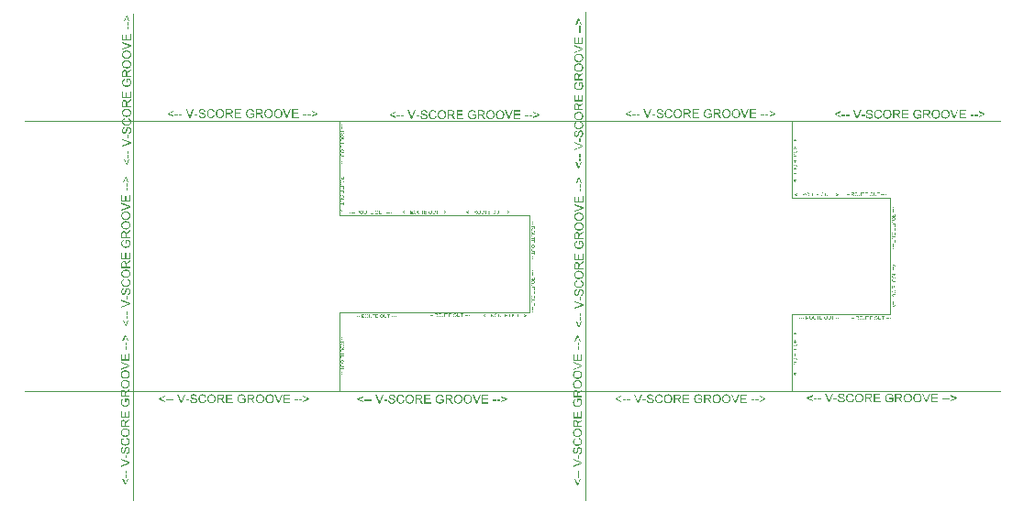
<source format=gko>
G04 Layer_Color=16711935*
%FSLAX25Y25*%
%MOIN*%
G70*
G01*
G75*
%ADD16C,0.00100*%
G36*
X38207Y174117D02*
X37815D01*
X37121Y175790D01*
X36431Y174117D01*
X36039D01*
X36934Y176230D01*
X37302D01*
X38207Y174117D01*
D02*
G37*
G36*
X202407Y172917D02*
X202015D01*
X201321Y174590D01*
X200631Y172917D01*
X200238D01*
X201134Y175030D01*
X201502D01*
X202407Y172917D01*
D02*
G37*
G36*
X37739Y172518D02*
X37343D01*
Y173729D01*
X37739D01*
Y172518D01*
D02*
G37*
G36*
X201939Y171318D02*
X201543D01*
Y172529D01*
X201939D01*
Y171318D01*
D02*
G37*
G36*
X37739Y171029D02*
X37343D01*
Y172240D01*
X37739D01*
Y171029D01*
D02*
G37*
G36*
X201939Y169829D02*
X201543D01*
Y171040D01*
X201939D01*
Y169829D01*
D02*
G37*
G36*
X38700Y167018D02*
X35497D01*
Y169335D01*
X35875D01*
Y167441D01*
X36854D01*
Y169214D01*
X37232D01*
Y167441D01*
X38322D01*
Y169408D01*
X38700D01*
Y167018D01*
D02*
G37*
G36*
X202900Y165818D02*
X199697D01*
Y168135D01*
X200075D01*
Y166241D01*
X201054D01*
Y168014D01*
X201432D01*
Y166241D01*
X202522D01*
Y168208D01*
X202900D01*
Y165818D01*
D02*
G37*
G36*
X38700Y165376D02*
Y164939D01*
X35497Y163697D01*
Y164158D01*
X37826Y164991D01*
X37829D01*
X37839Y164995D01*
X37853Y165001D01*
X37874Y165008D01*
X37898Y165015D01*
X37926Y165026D01*
X37957Y165036D01*
X37996Y165050D01*
X38075Y165074D01*
X38162Y165102D01*
X38256Y165130D01*
X38350Y165158D01*
X38346D01*
X38339Y165161D01*
X38322Y165165D01*
X38304Y165172D01*
X38280Y165179D01*
X38252Y165185D01*
X38221Y165196D01*
X38186Y165206D01*
X38107Y165231D01*
X38016Y165262D01*
X37923Y165296D01*
X37826Y165331D01*
X35497Y166195D01*
Y166625D01*
X38700Y165376D01*
D02*
G37*
G36*
X202900Y164176D02*
Y163739D01*
X199697Y162497D01*
Y162958D01*
X202026Y163791D01*
X202029D01*
X202039Y163795D01*
X202053Y163802D01*
X202074Y163808D01*
X202098Y163815D01*
X202126Y163826D01*
X202157Y163836D01*
X202196Y163850D01*
X202275Y163874D01*
X202362Y163902D01*
X202456Y163930D01*
X202550Y163958D01*
X202546D01*
X202539Y163961D01*
X202522Y163965D01*
X202504Y163971D01*
X202480Y163979D01*
X202452Y163985D01*
X202421Y163996D01*
X202386Y164006D01*
X202307Y164031D01*
X202216Y164062D01*
X202123Y164096D01*
X202026Y164131D01*
X199697Y164995D01*
Y165426D01*
X202900Y164176D01*
D02*
G37*
G36*
X37187Y163475D02*
X37229Y163471D01*
X37277Y163468D01*
X37333Y163461D01*
X37395Y163454D01*
X37461Y163444D01*
X37531Y163430D01*
X37604Y163416D01*
X37676Y163395D01*
X37753Y163371D01*
X37826Y163346D01*
X37902Y163315D01*
X37975Y163280D01*
X37978Y163277D01*
X37992Y163270D01*
X38013Y163260D01*
X38037Y163246D01*
X38069Y163225D01*
X38107Y163201D01*
X38148Y163169D01*
X38193Y163138D01*
X38238Y163100D01*
X38287Y163058D01*
X38336Y163010D01*
X38384Y162961D01*
X38429Y162909D01*
X38475Y162850D01*
X38520Y162788D01*
X38558Y162722D01*
X38561Y162718D01*
X38565Y162704D01*
X38575Y162687D01*
X38589Y162659D01*
X38603Y162625D01*
X38620Y162586D01*
X38638Y162541D01*
X38655Y162489D01*
X38672Y162434D01*
X38690Y162375D01*
X38707Y162309D01*
X38721Y162243D01*
X38745Y162097D01*
X38749Y162021D01*
X38752Y161944D01*
Y161941D01*
Y161924D01*
Y161899D01*
X38749Y161868D01*
X38745Y161830D01*
X38742Y161781D01*
X38735Y161733D01*
X38724Y161674D01*
X38714Y161615D01*
X38700Y161549D01*
X38683Y161483D01*
X38662Y161414D01*
X38638Y161344D01*
X38606Y161275D01*
X38575Y161205D01*
X38537Y161136D01*
X38533Y161132D01*
X38526Y161122D01*
X38513Y161101D01*
X38495Y161077D01*
X38475Y161049D01*
X38447Y161014D01*
X38416Y160976D01*
X38381Y160935D01*
X38339Y160890D01*
X38294Y160848D01*
X38245Y160803D01*
X38193Y160758D01*
X38134Y160713D01*
X38075Y160671D01*
X38010Y160633D01*
X37940Y160595D01*
X37937Y160591D01*
X37923Y160588D01*
X37902Y160577D01*
X37874Y160567D01*
X37839Y160553D01*
X37798Y160539D01*
X37753Y160522D01*
X37697Y160504D01*
X37642Y160487D01*
X37579Y160470D01*
X37513Y160456D01*
X37444Y160442D01*
X37298Y160421D01*
X37218Y160418D01*
X37142Y160414D01*
X37107D01*
X37086Y160418D01*
X37066D01*
X37010Y160421D01*
X36944Y160428D01*
X36864Y160438D01*
X36781Y160449D01*
X36687Y160466D01*
X36587Y160491D01*
X36486Y160518D01*
X36382Y160553D01*
X36278Y160595D01*
X36174Y160643D01*
X36077Y160699D01*
X35980Y160765D01*
X35893Y160841D01*
X35889Y160844D01*
X35872Y160862D01*
X35851Y160886D01*
X35823Y160917D01*
X35789Y160962D01*
X35750Y161011D01*
X35709Y161070D01*
X35667Y161139D01*
X35626Y161216D01*
X35584Y161299D01*
X35546Y161389D01*
X35511Y161490D01*
X35483Y161594D01*
X35462Y161705D01*
X35445Y161823D01*
X35442Y161948D01*
Y161951D01*
Y161969D01*
Y161989D01*
X35445Y162021D01*
X35449Y162062D01*
X35452Y162108D01*
X35459Y162156D01*
X35469Y162212D01*
X35480Y162274D01*
X35494Y162337D01*
X35511Y162402D01*
X35532Y162472D01*
X35556Y162541D01*
X35584Y162611D01*
X35615Y162677D01*
X35653Y162746D01*
X35657Y162750D01*
X35664Y162763D01*
X35674Y162781D01*
X35691Y162805D01*
X35712Y162836D01*
X35740Y162867D01*
X35771Y162906D01*
X35806Y162947D01*
X35848Y162992D01*
X35893Y163038D01*
X35941Y163083D01*
X35993Y163128D01*
X36049Y163169D01*
X36111Y163215D01*
X36177Y163253D01*
X36247Y163291D01*
X36250Y163294D01*
X36264Y163298D01*
X36285Y163308D01*
X36313Y163319D01*
X36347Y163336D01*
X36393Y163350D01*
X36441Y163367D01*
X36497Y163384D01*
X36555Y163402D01*
X36621Y163419D01*
X36694Y163436D01*
X36767Y163450D01*
X36847Y163461D01*
X36930Y163471D01*
X37014Y163475D01*
X37104Y163478D01*
X37152D01*
X37187Y163475D01*
D02*
G37*
G36*
X201387Y162275D02*
X201429Y162271D01*
X201477Y162268D01*
X201533Y162261D01*
X201595Y162254D01*
X201661Y162243D01*
X201731Y162230D01*
X201803Y162216D01*
X201876Y162195D01*
X201953Y162171D01*
X202026Y162146D01*
X202102Y162115D01*
X202175Y162080D01*
X202178Y162077D01*
X202192Y162070D01*
X202213Y162060D01*
X202237Y162046D01*
X202269Y162025D01*
X202307Y162001D01*
X202348Y161969D01*
X202393Y161938D01*
X202438Y161900D01*
X202487Y161858D01*
X202536Y161810D01*
X202584Y161761D01*
X202629Y161709D01*
X202675Y161650D01*
X202720Y161588D01*
X202758Y161522D01*
X202761Y161518D01*
X202765Y161504D01*
X202775Y161487D01*
X202789Y161459D01*
X202803Y161425D01*
X202820Y161386D01*
X202837Y161341D01*
X202855Y161289D01*
X202872Y161234D01*
X202890Y161175D01*
X202907Y161109D01*
X202921Y161043D01*
X202945Y160897D01*
X202949Y160821D01*
X202952Y160744D01*
Y160741D01*
Y160724D01*
Y160699D01*
X202949Y160668D01*
X202945Y160630D01*
X202942Y160581D01*
X202935Y160533D01*
X202924Y160474D01*
X202914Y160415D01*
X202900Y160349D01*
X202883Y160283D01*
X202862Y160213D01*
X202837Y160144D01*
X202806Y160075D01*
X202775Y160005D01*
X202737Y159936D01*
X202733Y159932D01*
X202727Y159922D01*
X202713Y159901D01*
X202695Y159877D01*
X202675Y159849D01*
X202647Y159815D01*
X202615Y159776D01*
X202581Y159735D01*
X202539Y159690D01*
X202494Y159648D01*
X202445Y159603D01*
X202393Y159558D01*
X202334Y159513D01*
X202275Y159471D01*
X202209Y159433D01*
X202140Y159395D01*
X202137Y159391D01*
X202123Y159388D01*
X202102Y159377D01*
X202074Y159367D01*
X202039Y159353D01*
X201998Y159339D01*
X201953Y159322D01*
X201897Y159304D01*
X201842Y159287D01*
X201779Y159270D01*
X201713Y159256D01*
X201644Y159242D01*
X201498Y159221D01*
X201418Y159218D01*
X201342Y159214D01*
X201307D01*
X201286Y159218D01*
X201266D01*
X201210Y159221D01*
X201144Y159228D01*
X201064Y159238D01*
X200981Y159249D01*
X200887Y159266D01*
X200787Y159291D01*
X200686Y159318D01*
X200582Y159353D01*
X200478Y159395D01*
X200374Y159443D01*
X200277Y159499D01*
X200180Y159565D01*
X200093Y159641D01*
X200089Y159644D01*
X200072Y159662D01*
X200051Y159686D01*
X200023Y159717D01*
X199989Y159762D01*
X199951Y159811D01*
X199909Y159870D01*
X199867Y159939D01*
X199826Y160016D01*
X199784Y160099D01*
X199746Y160189D01*
X199711Y160290D01*
X199683Y160394D01*
X199662Y160505D01*
X199645Y160623D01*
X199642Y160748D01*
Y160751D01*
Y160769D01*
Y160790D01*
X199645Y160821D01*
X199649Y160862D01*
X199652Y160907D01*
X199659Y160956D01*
X199669Y161012D01*
X199680Y161074D01*
X199694Y161136D01*
X199711Y161203D01*
X199732Y161272D01*
X199756Y161341D01*
X199784Y161411D01*
X199815Y161477D01*
X199853Y161546D01*
X199857Y161549D01*
X199864Y161563D01*
X199874Y161581D01*
X199891Y161605D01*
X199912Y161636D01*
X199940Y161668D01*
X199971Y161706D01*
X200006Y161747D01*
X200048Y161792D01*
X200093Y161837D01*
X200141Y161883D01*
X200193Y161928D01*
X200249Y161969D01*
X200311Y162014D01*
X200377Y162053D01*
X200447Y162091D01*
X200450Y162094D01*
X200464Y162098D01*
X200485Y162108D01*
X200513Y162119D01*
X200547Y162136D01*
X200592Y162150D01*
X200641Y162167D01*
X200697Y162185D01*
X200756Y162202D01*
X200821Y162219D01*
X200894Y162236D01*
X200967Y162250D01*
X201047Y162261D01*
X201130Y162271D01*
X201214Y162275D01*
X201304Y162278D01*
X201352D01*
X201387Y162275D01*
D02*
G37*
G36*
X37187Y159994D02*
X37229Y159991D01*
X37277Y159987D01*
X37333Y159980D01*
X37395Y159974D01*
X37461Y159963D01*
X37531Y159949D01*
X37604Y159935D01*
X37676Y159915D01*
X37753Y159890D01*
X37826Y159866D01*
X37902Y159835D01*
X37975Y159800D01*
X37978Y159797D01*
X37992Y159790D01*
X38013Y159779D01*
X38037Y159765D01*
X38069Y159745D01*
X38107Y159720D01*
X38148Y159689D01*
X38193Y159658D01*
X38238Y159619D01*
X38287Y159578D01*
X38336Y159529D01*
X38384Y159481D01*
X38429Y159429D01*
X38475Y159370D01*
X38520Y159307D01*
X38558Y159241D01*
X38561Y159238D01*
X38565Y159224D01*
X38575Y159207D01*
X38589Y159179D01*
X38603Y159144D01*
X38620Y159106D01*
X38638Y159061D01*
X38655Y159009D01*
X38672Y158953D01*
X38690Y158894D01*
X38707Y158828D01*
X38721Y158762D01*
X38745Y158617D01*
X38749Y158540D01*
X38752Y158464D01*
Y158460D01*
Y158443D01*
Y158419D01*
X38749Y158388D01*
X38745Y158350D01*
X38742Y158301D01*
X38735Y158252D01*
X38724Y158193D01*
X38714Y158134D01*
X38700Y158068D01*
X38683Y158002D01*
X38662Y157933D01*
X38638Y157864D01*
X38606Y157794D01*
X38575Y157725D01*
X38537Y157656D01*
X38533Y157652D01*
X38526Y157642D01*
X38513Y157621D01*
X38495Y157597D01*
X38475Y157569D01*
X38447Y157534D01*
X38416Y157496D01*
X38381Y157454D01*
X38339Y157409D01*
X38294Y157368D01*
X38245Y157322D01*
X38193Y157277D01*
X38134Y157232D01*
X38075Y157191D01*
X38010Y157152D01*
X37940Y157114D01*
X37937Y157111D01*
X37923Y157107D01*
X37902Y157097D01*
X37874Y157086D01*
X37839Y157073D01*
X37798Y157059D01*
X37753Y157041D01*
X37697Y157024D01*
X37642Y157007D01*
X37579Y156989D01*
X37513Y156975D01*
X37444Y156962D01*
X37298Y156941D01*
X37218Y156937D01*
X37142Y156934D01*
X37107D01*
X37086Y156937D01*
X37066D01*
X37010Y156941D01*
X36944Y156948D01*
X36864Y156958D01*
X36781Y156968D01*
X36687Y156986D01*
X36587Y157010D01*
X36486Y157038D01*
X36382Y157073D01*
X36278Y157114D01*
X36174Y157163D01*
X36077Y157218D01*
X35980Y157284D01*
X35893Y157361D01*
X35889Y157364D01*
X35872Y157381D01*
X35851Y157406D01*
X35823Y157437D01*
X35789Y157482D01*
X35750Y157531D01*
X35709Y157590D01*
X35667Y157659D01*
X35626Y157735D01*
X35584Y157819D01*
X35546Y157909D01*
X35511Y158009D01*
X35483Y158114D01*
X35462Y158225D01*
X35445Y158343D01*
X35442Y158467D01*
Y158471D01*
Y158488D01*
Y158509D01*
X35445Y158540D01*
X35449Y158582D01*
X35452Y158627D01*
X35459Y158676D01*
X35469Y158731D01*
X35480Y158794D01*
X35494Y158856D01*
X35511Y158922D01*
X35532Y158992D01*
X35556Y159061D01*
X35584Y159130D01*
X35615Y159196D01*
X35653Y159266D01*
X35657Y159269D01*
X35664Y159283D01*
X35674Y159300D01*
X35691Y159325D01*
X35712Y159356D01*
X35740Y159387D01*
X35771Y159425D01*
X35806Y159467D01*
X35848Y159512D01*
X35893Y159557D01*
X35941Y159602D01*
X35993Y159647D01*
X36049Y159689D01*
X36111Y159734D01*
X36177Y159772D01*
X36247Y159810D01*
X36250Y159814D01*
X36264Y159817D01*
X36285Y159828D01*
X36313Y159838D01*
X36347Y159855D01*
X36393Y159869D01*
X36441Y159887D01*
X36497Y159904D01*
X36555Y159921D01*
X36621Y159939D01*
X36694Y159956D01*
X36767Y159970D01*
X36847Y159980D01*
X36930Y159991D01*
X37014Y159994D01*
X37104Y159998D01*
X37152D01*
X37187Y159994D01*
D02*
G37*
G36*
X201387Y158794D02*
X201429Y158791D01*
X201477Y158787D01*
X201533Y158780D01*
X201595Y158774D01*
X201661Y158763D01*
X201731Y158749D01*
X201803Y158735D01*
X201876Y158714D01*
X201953Y158690D01*
X202026Y158666D01*
X202102Y158635D01*
X202175Y158600D01*
X202178Y158597D01*
X202192Y158590D01*
X202213Y158579D01*
X202237Y158565D01*
X202269Y158545D01*
X202307Y158520D01*
X202348Y158489D01*
X202393Y158458D01*
X202438Y158420D01*
X202487Y158378D01*
X202536Y158329D01*
X202584Y158281D01*
X202629Y158229D01*
X202675Y158170D01*
X202720Y158107D01*
X202758Y158041D01*
X202761Y158038D01*
X202765Y158024D01*
X202775Y158007D01*
X202789Y157979D01*
X202803Y157944D01*
X202820Y157906D01*
X202837Y157861D01*
X202855Y157809D01*
X202872Y157753D01*
X202890Y157694D01*
X202907Y157628D01*
X202921Y157562D01*
X202945Y157417D01*
X202949Y157340D01*
X202952Y157264D01*
Y157261D01*
Y157243D01*
Y157219D01*
X202949Y157188D01*
X202945Y157150D01*
X202942Y157101D01*
X202935Y157052D01*
X202924Y156993D01*
X202914Y156934D01*
X202900Y156868D01*
X202883Y156802D01*
X202862Y156733D01*
X202837Y156664D01*
X202806Y156594D01*
X202775Y156525D01*
X202737Y156456D01*
X202733Y156452D01*
X202727Y156442D01*
X202713Y156421D01*
X202695Y156396D01*
X202675Y156369D01*
X202647Y156334D01*
X202615Y156296D01*
X202581Y156254D01*
X202539Y156209D01*
X202494Y156167D01*
X202445Y156122D01*
X202393Y156077D01*
X202334Y156032D01*
X202275Y155991D01*
X202209Y155952D01*
X202140Y155914D01*
X202137Y155911D01*
X202123Y155907D01*
X202102Y155897D01*
X202074Y155886D01*
X202039Y155873D01*
X201998Y155859D01*
X201953Y155841D01*
X201897Y155824D01*
X201842Y155807D01*
X201779Y155789D01*
X201713Y155775D01*
X201644Y155762D01*
X201498Y155741D01*
X201418Y155737D01*
X201342Y155734D01*
X201307D01*
X201286Y155737D01*
X201266D01*
X201210Y155741D01*
X201144Y155748D01*
X201064Y155758D01*
X200981Y155769D01*
X200887Y155786D01*
X200787Y155810D01*
X200686Y155838D01*
X200582Y155873D01*
X200478Y155914D01*
X200374Y155963D01*
X200277Y156018D01*
X200180Y156084D01*
X200093Y156161D01*
X200089Y156164D01*
X200072Y156181D01*
X200051Y156206D01*
X200023Y156237D01*
X199989Y156282D01*
X199951Y156331D01*
X199909Y156390D01*
X199867Y156459D01*
X199826Y156535D01*
X199784Y156619D01*
X199746Y156709D01*
X199711Y156809D01*
X199683Y156914D01*
X199662Y157025D01*
X199645Y157143D01*
X199642Y157267D01*
Y157271D01*
Y157288D01*
Y157309D01*
X199645Y157340D01*
X199649Y157382D01*
X199652Y157427D01*
X199659Y157476D01*
X199669Y157531D01*
X199680Y157594D01*
X199694Y157656D01*
X199711Y157722D01*
X199732Y157791D01*
X199756Y157861D01*
X199784Y157930D01*
X199815Y157996D01*
X199853Y158066D01*
X199857Y158069D01*
X199864Y158083D01*
X199874Y158100D01*
X199891Y158125D01*
X199912Y158156D01*
X199940Y158187D01*
X199971Y158225D01*
X200006Y158267D01*
X200048Y158312D01*
X200093Y158357D01*
X200141Y158402D01*
X200193Y158447D01*
X200249Y158489D01*
X200311Y158534D01*
X200377Y158572D01*
X200447Y158610D01*
X200450Y158614D01*
X200464Y158617D01*
X200485Y158628D01*
X200513Y158638D01*
X200547Y158656D01*
X200592Y158669D01*
X200641Y158687D01*
X200697Y158704D01*
X200756Y158721D01*
X200821Y158739D01*
X200894Y158756D01*
X200967Y158770D01*
X201047Y158780D01*
X201130Y158791D01*
X201214Y158794D01*
X201304Y158798D01*
X201352D01*
X201387Y158794D01*
D02*
G37*
G36*
X38700Y156125D02*
X38034Y155702D01*
X38030Y155698D01*
X38020Y155695D01*
X38006Y155684D01*
X37985Y155671D01*
X37961Y155657D01*
X37933Y155636D01*
X37871Y155594D01*
X37798Y155546D01*
X37725Y155497D01*
X37655Y155445D01*
X37593Y155396D01*
X37590D01*
X37586Y155390D01*
X37569Y155376D01*
X37541Y155355D01*
X37510Y155324D01*
X37475Y155292D01*
X37440Y155254D01*
X37406Y155216D01*
X37381Y155181D01*
X37378Y155178D01*
X37371Y155164D01*
X37361Y155147D01*
X37347Y155122D01*
X37333Y155091D01*
X37319Y155060D01*
X37305Y155025D01*
X37295Y154987D01*
Y154984D01*
X37291Y154973D01*
X37288Y154956D01*
X37284Y154932D01*
Y154897D01*
X37281Y154855D01*
X37277Y154807D01*
Y154751D01*
Y154262D01*
X38700D01*
Y153839D01*
X35497D01*
Y155258D01*
Y155261D01*
Y155275D01*
Y155299D01*
Y155327D01*
X35501Y155365D01*
Y155403D01*
X35504Y155449D01*
X35508Y155501D01*
X35518Y155605D01*
X35535Y155712D01*
X35556Y155816D01*
X35570Y155861D01*
X35584Y155907D01*
Y155910D01*
X35587Y155917D01*
X35594Y155927D01*
X35601Y155945D01*
X35622Y155986D01*
X35653Y156035D01*
X35695Y156094D01*
X35750Y156153D01*
X35813Y156212D01*
X35889Y156264D01*
X35893D01*
X35900Y156271D01*
X35910Y156278D01*
X35928Y156285D01*
X35948Y156295D01*
X35973Y156306D01*
X36000Y156320D01*
X36032Y156333D01*
X36104Y156358D01*
X36184Y156378D01*
X36274Y156392D01*
X36372Y156399D01*
X36406D01*
X36427Y156396D01*
X36458Y156392D01*
X36493Y156389D01*
X36531Y156382D01*
X36573Y156372D01*
X36663Y156344D01*
X36712Y156326D01*
X36760Y156306D01*
X36809Y156281D01*
X36857Y156250D01*
X36902Y156216D01*
X36948Y156177D01*
X36951Y156174D01*
X36958Y156167D01*
X36968Y156153D01*
X36986Y156136D01*
X37003Y156111D01*
X37024Y156084D01*
X37048Y156049D01*
X37073Y156007D01*
X37097Y155962D01*
X37121Y155914D01*
X37145Y155858D01*
X37170Y155796D01*
X37191Y155730D01*
X37211Y155657D01*
X37229Y155577D01*
X37243Y155494D01*
Y155497D01*
X37246Y155501D01*
X37257Y155522D01*
X37274Y155553D01*
X37295Y155591D01*
X37319Y155632D01*
X37343Y155674D01*
X37374Y155716D01*
X37402Y155751D01*
X37406Y155754D01*
X37409Y155757D01*
X37420Y155768D01*
X37433Y155782D01*
X37451Y155799D01*
X37472Y155820D01*
X37520Y155865D01*
X37583Y155917D01*
X37655Y155976D01*
X37739Y156038D01*
X37829Y156101D01*
X38700Y156656D01*
Y156125D01*
D02*
G37*
G36*
X202900Y154925D02*
X202234Y154502D01*
X202230Y154498D01*
X202220Y154495D01*
X202206Y154484D01*
X202185Y154471D01*
X202161Y154457D01*
X202133Y154436D01*
X202071Y154394D01*
X201998Y154346D01*
X201925Y154297D01*
X201855Y154245D01*
X201793Y154197D01*
X201790D01*
X201786Y154190D01*
X201769Y154176D01*
X201741Y154155D01*
X201710Y154124D01*
X201675Y154092D01*
X201640Y154054D01*
X201606Y154016D01*
X201581Y153981D01*
X201578Y153978D01*
X201571Y153964D01*
X201561Y153947D01*
X201547Y153922D01*
X201533Y153891D01*
X201519Y153860D01*
X201505Y153825D01*
X201495Y153787D01*
Y153784D01*
X201491Y153773D01*
X201488Y153756D01*
X201484Y153732D01*
Y153697D01*
X201481Y153655D01*
X201477Y153607D01*
Y153551D01*
Y153062D01*
X202900D01*
Y152638D01*
X199697D01*
Y154058D01*
Y154061D01*
Y154075D01*
Y154099D01*
Y154127D01*
X199701Y154165D01*
Y154203D01*
X199704Y154249D01*
X199708Y154301D01*
X199718Y154405D01*
X199735Y154512D01*
X199756Y154616D01*
X199770Y154662D01*
X199784Y154707D01*
Y154710D01*
X199787Y154717D01*
X199794Y154727D01*
X199801Y154745D01*
X199822Y154786D01*
X199853Y154835D01*
X199895Y154894D01*
X199951Y154953D01*
X200013Y155012D01*
X200089Y155064D01*
X200093D01*
X200100Y155071D01*
X200110Y155078D01*
X200128Y155085D01*
X200148Y155095D01*
X200173Y155106D01*
X200200Y155120D01*
X200232Y155133D01*
X200304Y155158D01*
X200384Y155178D01*
X200475Y155192D01*
X200572Y155199D01*
X200606D01*
X200627Y155196D01*
X200658Y155192D01*
X200693Y155189D01*
X200731Y155182D01*
X200773Y155172D01*
X200863Y155144D01*
X200912Y155127D01*
X200960Y155106D01*
X201009Y155081D01*
X201057Y155050D01*
X201102Y155016D01*
X201148Y154977D01*
X201151Y154974D01*
X201158Y154967D01*
X201168Y154953D01*
X201186Y154936D01*
X201203Y154911D01*
X201224Y154884D01*
X201248Y154849D01*
X201273Y154807D01*
X201297Y154762D01*
X201321Y154714D01*
X201345Y154658D01*
X201370Y154596D01*
X201391Y154530D01*
X201411Y154457D01*
X201429Y154377D01*
X201443Y154294D01*
Y154297D01*
X201446Y154301D01*
X201456Y154322D01*
X201474Y154353D01*
X201495Y154391D01*
X201519Y154432D01*
X201543Y154474D01*
X201574Y154516D01*
X201602Y154551D01*
X201606Y154554D01*
X201609Y154557D01*
X201620Y154568D01*
X201633Y154582D01*
X201651Y154599D01*
X201672Y154620D01*
X201720Y154665D01*
X201783Y154717D01*
X201855Y154776D01*
X201939Y154839D01*
X202029Y154901D01*
X202900Y155456D01*
Y154925D01*
D02*
G37*
G36*
X38259Y153203D02*
X38266Y153193D01*
X38280Y153176D01*
X38298Y153151D01*
X38318Y153124D01*
X38339Y153089D01*
X38367Y153051D01*
X38395Y153009D01*
X38422Y152964D01*
X38454Y152912D01*
X38516Y152804D01*
X38575Y152687D01*
X38627Y152562D01*
Y152558D01*
X38634Y152548D01*
X38638Y152530D01*
X38648Y152503D01*
X38655Y152475D01*
X38665Y152437D01*
X38679Y152399D01*
X38690Y152353D01*
X38700Y152301D01*
X38714Y152249D01*
X38731Y152135D01*
X38745Y152010D01*
X38752Y151881D01*
Y151874D01*
Y151861D01*
Y151836D01*
X38749Y151802D01*
X38745Y151760D01*
X38742Y151711D01*
X38735Y151656D01*
X38728Y151597D01*
X38717Y151534D01*
X38704Y151465D01*
X38686Y151396D01*
X38665Y151319D01*
X38644Y151246D01*
X38617Y151174D01*
X38585Y151097D01*
X38551Y151024D01*
X38547Y151021D01*
X38540Y151007D01*
X38530Y150986D01*
X38513Y150962D01*
X38492Y150931D01*
X38467Y150892D01*
X38436Y150851D01*
X38402Y150806D01*
X38363Y150761D01*
X38318Y150712D01*
X38273Y150663D01*
X38221Y150615D01*
X38162Y150570D01*
X38103Y150525D01*
X38037Y150479D01*
X37968Y150441D01*
X37964Y150438D01*
X37951Y150434D01*
X37930Y150424D01*
X37902Y150410D01*
X37864Y150396D01*
X37822Y150379D01*
X37773Y150362D01*
X37718Y150344D01*
X37659Y150327D01*
X37593Y150310D01*
X37520Y150292D01*
X37447Y150278D01*
X37367Y150264D01*
X37288Y150254D01*
X37201Y150250D01*
X37114Y150247D01*
X37069D01*
X37034Y150250D01*
X36993Y150254D01*
X36944Y150258D01*
X36889Y150264D01*
X36830Y150271D01*
X36764Y150282D01*
X36694Y150296D01*
X36549Y150330D01*
X36472Y150351D01*
X36396Y150379D01*
X36320Y150407D01*
X36243Y150441D01*
X36240Y150445D01*
X36226Y150452D01*
X36205Y150462D01*
X36177Y150476D01*
X36143Y150497D01*
X36104Y150521D01*
X36063Y150552D01*
X36014Y150584D01*
X35966Y150622D01*
X35917Y150663D01*
X35868Y150709D01*
X35816Y150761D01*
X35768Y150813D01*
X35723Y150872D01*
X35678Y150934D01*
X35640Y151000D01*
X35636Y151004D01*
X35633Y151017D01*
X35622Y151038D01*
X35608Y151066D01*
X35594Y151101D01*
X35577Y151142D01*
X35560Y151191D01*
X35539Y151243D01*
X35522Y151302D01*
X35504Y151368D01*
X35487Y151437D01*
X35473Y151514D01*
X35459Y151590D01*
X35449Y151673D01*
X35445Y151760D01*
X35442Y151847D01*
Y151850D01*
Y151861D01*
Y151881D01*
Y151906D01*
X35445Y151937D01*
X35449Y151972D01*
X35452Y152010D01*
X35456Y152055D01*
X35469Y152152D01*
X35490Y152260D01*
X35518Y152367D01*
X35556Y152475D01*
Y152478D01*
X35560Y152489D01*
X35567Y152503D01*
X35577Y152520D01*
X35587Y152544D01*
X35601Y152572D01*
X35636Y152634D01*
X35681Y152707D01*
X35733Y152780D01*
X35796Y152850D01*
X35868Y152916D01*
X35872Y152919D01*
X35879Y152922D01*
X35889Y152929D01*
X35903Y152943D01*
X35924Y152954D01*
X35948Y152971D01*
X35976Y152988D01*
X36011Y153006D01*
X36045Y153026D01*
X36084Y153044D01*
X36129Y153065D01*
X36174Y153085D01*
X36278Y153124D01*
X36393Y153158D01*
X36497Y152773D01*
X36493D01*
X36486Y152770D01*
X36472Y152766D01*
X36455Y152759D01*
X36438Y152752D01*
X36413Y152745D01*
X36358Y152725D01*
X36295Y152697D01*
X36233Y152666D01*
X36170Y152631D01*
X36115Y152593D01*
X36108Y152589D01*
X36091Y152572D01*
X36066Y152548D01*
X36032Y152516D01*
X35997Y152471D01*
X35959Y152419D01*
X35924Y152357D01*
X35889Y152287D01*
Y152284D01*
X35886Y152277D01*
X35882Y152267D01*
X35875Y152253D01*
X35868Y152235D01*
X35862Y152211D01*
X35844Y152159D01*
X35830Y152093D01*
X35816Y152020D01*
X35806Y151937D01*
X35803Y151850D01*
Y151847D01*
Y151836D01*
Y151822D01*
Y151802D01*
X35806Y151777D01*
Y151746D01*
X35809Y151715D01*
X35813Y151677D01*
X35823Y151600D01*
X35841Y151514D01*
X35862Y151430D01*
X35893Y151347D01*
Y151344D01*
X35896Y151337D01*
X35903Y151326D01*
X35910Y151312D01*
X35928Y151274D01*
X35955Y151226D01*
X35990Y151170D01*
X36032Y151115D01*
X36077Y151056D01*
X36129Y151004D01*
X36136Y150997D01*
X36153Y150983D01*
X36184Y150958D01*
X36222Y150931D01*
X36268Y150899D01*
X36323Y150865D01*
X36382Y150833D01*
X36445Y150806D01*
X36448D01*
X36458Y150802D01*
X36472Y150795D01*
X36497Y150788D01*
X36524Y150778D01*
X36555Y150768D01*
X36594Y150757D01*
X36635Y150747D01*
X36680Y150733D01*
X36733Y150723D01*
X36840Y150705D01*
X36961Y150691D01*
X37090Y150684D01*
X37132D01*
X37159Y150688D01*
X37198D01*
X37239Y150691D01*
X37288Y150698D01*
X37340Y150702D01*
X37454Y150719D01*
X37572Y150747D01*
X37694Y150781D01*
X37808Y150830D01*
X37812Y150833D01*
X37822Y150837D01*
X37836Y150844D01*
X37857Y150858D01*
X37878Y150872D01*
X37905Y150892D01*
X37968Y150938D01*
X38037Y151000D01*
X38110Y151073D01*
X38176Y151156D01*
X38207Y151205D01*
X38235Y151257D01*
Y151260D01*
X38242Y151271D01*
X38249Y151285D01*
X38256Y151305D01*
X38266Y151333D01*
X38280Y151364D01*
X38291Y151399D01*
X38304Y151437D01*
X38318Y151479D01*
X38329Y151528D01*
X38353Y151628D01*
X38367Y151739D01*
X38374Y151857D01*
Y151861D01*
Y151871D01*
Y151885D01*
X38370Y151906D01*
Y151930D01*
X38367Y151958D01*
X38363Y151989D01*
X38360Y152027D01*
X38350Y152107D01*
X38329Y152197D01*
X38304Y152294D01*
X38270Y152392D01*
Y152395D01*
X38266Y152402D01*
X38259Y152416D01*
X38252Y152437D01*
X38242Y152457D01*
X38228Y152482D01*
X38200Y152541D01*
X38166Y152607D01*
X38127Y152673D01*
X38089Y152735D01*
X38044Y152791D01*
X37444D01*
Y151850D01*
X37066D01*
Y153207D01*
X38256D01*
X38259Y153203D01*
D02*
G37*
G36*
X202459Y152004D02*
X202466Y151993D01*
X202480Y151976D01*
X202498Y151951D01*
X202518Y151924D01*
X202539Y151889D01*
X202567Y151851D01*
X202595Y151809D01*
X202622Y151764D01*
X202654Y151712D01*
X202716Y151604D01*
X202775Y151487D01*
X202827Y151362D01*
Y151358D01*
X202834Y151348D01*
X202837Y151330D01*
X202848Y151303D01*
X202855Y151275D01*
X202865Y151237D01*
X202879Y151198D01*
X202890Y151153D01*
X202900Y151101D01*
X202914Y151049D01*
X202931Y150935D01*
X202945Y150810D01*
X202952Y150681D01*
Y150674D01*
Y150661D01*
Y150636D01*
X202949Y150602D01*
X202945Y150560D01*
X202942Y150511D01*
X202935Y150456D01*
X202928Y150397D01*
X202917Y150334D01*
X202904Y150265D01*
X202886Y150196D01*
X202865Y150119D01*
X202845Y150046D01*
X202817Y149974D01*
X202785Y149897D01*
X202751Y149824D01*
X202747Y149821D01*
X202740Y149807D01*
X202730Y149786D01*
X202713Y149762D01*
X202692Y149731D01*
X202667Y149692D01*
X202636Y149651D01*
X202602Y149606D01*
X202563Y149561D01*
X202518Y149512D01*
X202473Y149463D01*
X202421Y149415D01*
X202362Y149370D01*
X202303Y149325D01*
X202237Y149279D01*
X202168Y149241D01*
X202164Y149238D01*
X202151Y149234D01*
X202130Y149224D01*
X202102Y149210D01*
X202064Y149196D01*
X202022Y149179D01*
X201974Y149162D01*
X201918Y149144D01*
X201859Y149127D01*
X201793Y149109D01*
X201720Y149092D01*
X201647Y149078D01*
X201568Y149064D01*
X201488Y149054D01*
X201401Y149050D01*
X201314Y149047D01*
X201269D01*
X201234Y149050D01*
X201193Y149054D01*
X201144Y149057D01*
X201089Y149064D01*
X201030Y149071D01*
X200964Y149082D01*
X200894Y149096D01*
X200749Y149130D01*
X200672Y149151D01*
X200596Y149179D01*
X200520Y149207D01*
X200443Y149241D01*
X200440Y149245D01*
X200426Y149252D01*
X200405Y149262D01*
X200377Y149276D01*
X200343Y149297D01*
X200304Y149321D01*
X200263Y149352D01*
X200214Y149384D01*
X200166Y149422D01*
X200117Y149463D01*
X200068Y149509D01*
X200016Y149561D01*
X199968Y149613D01*
X199923Y149672D01*
X199878Y149734D01*
X199839Y149800D01*
X199836Y149803D01*
X199832Y149817D01*
X199822Y149838D01*
X199808Y149866D01*
X199794Y149901D01*
X199777Y149942D01*
X199760Y149991D01*
X199739Y150043D01*
X199722Y150102D01*
X199704Y150168D01*
X199687Y150237D01*
X199673Y150314D01*
X199659Y150390D01*
X199649Y150473D01*
X199645Y150560D01*
X199642Y150647D01*
Y150650D01*
Y150661D01*
Y150681D01*
Y150706D01*
X199645Y150737D01*
X199649Y150772D01*
X199652Y150810D01*
X199655Y150855D01*
X199669Y150952D01*
X199690Y151060D01*
X199718Y151167D01*
X199756Y151275D01*
Y151278D01*
X199760Y151289D01*
X199767Y151303D01*
X199777Y151320D01*
X199787Y151344D01*
X199801Y151372D01*
X199836Y151434D01*
X199881Y151507D01*
X199933Y151580D01*
X199996Y151650D01*
X200068Y151716D01*
X200072Y151719D01*
X200079Y151722D01*
X200089Y151729D01*
X200103Y151743D01*
X200124Y151754D01*
X200148Y151771D01*
X200176Y151788D01*
X200211Y151806D01*
X200245Y151827D01*
X200284Y151844D01*
X200329Y151865D01*
X200374Y151885D01*
X200478Y151924D01*
X200592Y151958D01*
X200697Y151573D01*
X200693D01*
X200686Y151570D01*
X200672Y151566D01*
X200655Y151559D01*
X200638Y151552D01*
X200613Y151546D01*
X200558Y151525D01*
X200495Y151497D01*
X200433Y151466D01*
X200370Y151431D01*
X200315Y151393D01*
X200308Y151389D01*
X200291Y151372D01*
X200266Y151348D01*
X200232Y151316D01*
X200197Y151271D01*
X200159Y151219D01*
X200124Y151157D01*
X200089Y151087D01*
Y151084D01*
X200086Y151077D01*
X200082Y151067D01*
X200075Y151053D01*
X200068Y151035D01*
X200061Y151011D01*
X200044Y150959D01*
X200030Y150893D01*
X200016Y150820D01*
X200006Y150737D01*
X200003Y150650D01*
Y150647D01*
Y150636D01*
Y150622D01*
Y150602D01*
X200006Y150577D01*
Y150546D01*
X200009Y150515D01*
X200013Y150477D01*
X200023Y150400D01*
X200041Y150314D01*
X200061Y150230D01*
X200093Y150147D01*
Y150144D01*
X200096Y150137D01*
X200103Y150126D01*
X200110Y150112D01*
X200128Y150074D01*
X200155Y150026D01*
X200190Y149970D01*
X200232Y149915D01*
X200277Y149856D01*
X200329Y149803D01*
X200336Y149797D01*
X200353Y149783D01*
X200384Y149758D01*
X200422Y149731D01*
X200467Y149699D01*
X200523Y149665D01*
X200582Y149634D01*
X200644Y149606D01*
X200648D01*
X200658Y149602D01*
X200672Y149595D01*
X200697Y149588D01*
X200724Y149578D01*
X200756Y149568D01*
X200794Y149557D01*
X200835Y149547D01*
X200881Y149533D01*
X200933Y149522D01*
X201040Y149505D01*
X201162Y149491D01*
X201290Y149484D01*
X201332D01*
X201359Y149488D01*
X201397D01*
X201439Y149491D01*
X201488Y149498D01*
X201540Y149502D01*
X201654Y149519D01*
X201772Y149547D01*
X201894Y149581D01*
X202008Y149630D01*
X202012Y149634D01*
X202022Y149637D01*
X202036Y149644D01*
X202057Y149658D01*
X202078Y149672D01*
X202105Y149692D01*
X202168Y149738D01*
X202237Y149800D01*
X202310Y149873D01*
X202376Y149956D01*
X202407Y150005D01*
X202435Y150057D01*
Y150060D01*
X202442Y150071D01*
X202449Y150085D01*
X202456Y150105D01*
X202466Y150133D01*
X202480Y150164D01*
X202490Y150199D01*
X202504Y150237D01*
X202518Y150279D01*
X202529Y150328D01*
X202553Y150428D01*
X202567Y150539D01*
X202574Y150657D01*
Y150661D01*
Y150671D01*
Y150685D01*
X202570Y150706D01*
Y150730D01*
X202567Y150758D01*
X202563Y150789D01*
X202560Y150827D01*
X202550Y150907D01*
X202529Y150997D01*
X202504Y151094D01*
X202470Y151191D01*
Y151195D01*
X202466Y151202D01*
X202459Y151216D01*
X202452Y151237D01*
X202442Y151257D01*
X202428Y151282D01*
X202400Y151341D01*
X202366Y151407D01*
X202327Y151473D01*
X202289Y151535D01*
X202244Y151591D01*
X201644D01*
Y150650D01*
X201266D01*
Y152007D01*
X202456D01*
X202459Y152004D01*
D02*
G37*
G36*
X38700Y146135D02*
X35497D01*
Y148453D01*
X35875D01*
Y146558D01*
X36854D01*
Y148332D01*
X37232D01*
Y146558D01*
X38322D01*
Y148526D01*
X38700D01*
Y146135D01*
D02*
G37*
G36*
X202900Y144935D02*
X199697D01*
Y147253D01*
X200075D01*
Y145358D01*
X201054D01*
Y147132D01*
X201432D01*
Y145358D01*
X202522D01*
Y147326D01*
X202900D01*
Y144935D01*
D02*
G37*
G36*
X38700Y145188D02*
X38034Y144764D01*
X38030Y144761D01*
X38020Y144757D01*
X38006Y144747D01*
X37985Y144733D01*
X37961Y144719D01*
X37933Y144699D01*
X37871Y144657D01*
X37798Y144608D01*
X37725Y144560D01*
X37655Y144508D01*
X37593Y144459D01*
X37590D01*
X37586Y144452D01*
X37569Y144438D01*
X37541Y144418D01*
X37510Y144386D01*
X37475Y144355D01*
X37440Y144317D01*
X37406Y144279D01*
X37381Y144244D01*
X37378Y144240D01*
X37371Y144227D01*
X37361Y144209D01*
X37347Y144185D01*
X37333Y144154D01*
X37319Y144123D01*
X37305Y144088D01*
X37295Y144050D01*
Y144046D01*
X37291Y144036D01*
X37288Y144018D01*
X37284Y143994D01*
Y143959D01*
X37281Y143918D01*
X37277Y143869D01*
Y143814D01*
Y143324D01*
X38700D01*
Y142901D01*
X35497D01*
Y144320D01*
Y144324D01*
Y144338D01*
Y144362D01*
Y144390D01*
X35501Y144428D01*
Y144466D01*
X35504Y144511D01*
X35508Y144563D01*
X35518Y144667D01*
X35535Y144775D01*
X35556Y144879D01*
X35570Y144924D01*
X35584Y144969D01*
Y144973D01*
X35587Y144980D01*
X35594Y144990D01*
X35601Y145007D01*
X35622Y145049D01*
X35653Y145098D01*
X35695Y145157D01*
X35750Y145216D01*
X35813Y145274D01*
X35889Y145327D01*
X35893D01*
X35900Y145334D01*
X35910Y145341D01*
X35928Y145347D01*
X35948Y145358D01*
X35973Y145368D01*
X36000Y145382D01*
X36032Y145396D01*
X36104Y145420D01*
X36184Y145441D01*
X36274Y145455D01*
X36372Y145462D01*
X36406D01*
X36427Y145458D01*
X36458Y145455D01*
X36493Y145451D01*
X36531Y145445D01*
X36573Y145434D01*
X36663Y145406D01*
X36712Y145389D01*
X36760Y145368D01*
X36809Y145344D01*
X36857Y145313D01*
X36902Y145278D01*
X36948Y145240D01*
X36951Y145236D01*
X36958Y145229D01*
X36968Y145216D01*
X36986Y145198D01*
X37003Y145174D01*
X37024Y145146D01*
X37048Y145112D01*
X37073Y145070D01*
X37097Y145025D01*
X37121Y144976D01*
X37145Y144921D01*
X37170Y144858D01*
X37191Y144792D01*
X37211Y144719D01*
X37229Y144640D01*
X37243Y144556D01*
Y144560D01*
X37246Y144563D01*
X37257Y144584D01*
X37274Y144615D01*
X37295Y144653D01*
X37319Y144695D01*
X37343Y144737D01*
X37374Y144778D01*
X37402Y144813D01*
X37406Y144817D01*
X37409Y144820D01*
X37420Y144830D01*
X37433Y144844D01*
X37451Y144862D01*
X37472Y144882D01*
X37520Y144928D01*
X37583Y144980D01*
X37655Y145039D01*
X37739Y145101D01*
X37829Y145164D01*
X38700Y145719D01*
Y145188D01*
D02*
G37*
G36*
X202900Y143988D02*
X202234Y143564D01*
X202230Y143561D01*
X202220Y143558D01*
X202206Y143547D01*
X202185Y143533D01*
X202161Y143519D01*
X202133Y143499D01*
X202071Y143457D01*
X201998Y143408D01*
X201925Y143360D01*
X201855Y143308D01*
X201793Y143259D01*
X201790D01*
X201786Y143252D01*
X201769Y143238D01*
X201741Y143218D01*
X201710Y143186D01*
X201675Y143155D01*
X201640Y143117D01*
X201606Y143079D01*
X201581Y143044D01*
X201578Y143041D01*
X201571Y143027D01*
X201561Y143009D01*
X201547Y142985D01*
X201533Y142954D01*
X201519Y142922D01*
X201505Y142888D01*
X201495Y142850D01*
Y142846D01*
X201491Y142836D01*
X201488Y142818D01*
X201484Y142794D01*
Y142759D01*
X201481Y142718D01*
X201477Y142669D01*
Y142614D01*
Y142124D01*
X202900D01*
Y141701D01*
X199697D01*
Y143120D01*
Y143124D01*
Y143138D01*
Y143162D01*
Y143190D01*
X199701Y143228D01*
Y143266D01*
X199704Y143311D01*
X199708Y143363D01*
X199718Y143467D01*
X199735Y143575D01*
X199756Y143679D01*
X199770Y143724D01*
X199784Y143769D01*
Y143773D01*
X199787Y143780D01*
X199794Y143790D01*
X199801Y143807D01*
X199822Y143849D01*
X199853Y143898D01*
X199895Y143957D01*
X199951Y144016D01*
X200013Y144074D01*
X200089Y144127D01*
X200093D01*
X200100Y144133D01*
X200110Y144141D01*
X200128Y144147D01*
X200148Y144158D01*
X200173Y144168D01*
X200200Y144182D01*
X200232Y144196D01*
X200304Y144220D01*
X200384Y144241D01*
X200475Y144255D01*
X200572Y144262D01*
X200606D01*
X200627Y144258D01*
X200658Y144255D01*
X200693Y144252D01*
X200731Y144245D01*
X200773Y144234D01*
X200863Y144206D01*
X200912Y144189D01*
X200960Y144168D01*
X201009Y144144D01*
X201057Y144113D01*
X201102Y144078D01*
X201148Y144040D01*
X201151Y144036D01*
X201158Y144029D01*
X201168Y144016D01*
X201186Y143998D01*
X201203Y143974D01*
X201224Y143946D01*
X201248Y143912D01*
X201273Y143870D01*
X201297Y143825D01*
X201321Y143776D01*
X201345Y143721D01*
X201370Y143658D01*
X201391Y143592D01*
X201411Y143519D01*
X201429Y143439D01*
X201443Y143356D01*
Y143360D01*
X201446Y143363D01*
X201456Y143384D01*
X201474Y143415D01*
X201495Y143453D01*
X201519Y143495D01*
X201543Y143537D01*
X201574Y143578D01*
X201602Y143613D01*
X201606Y143616D01*
X201609Y143620D01*
X201620Y143630D01*
X201633Y143644D01*
X201651Y143662D01*
X201672Y143682D01*
X201720Y143728D01*
X201783Y143780D01*
X201855Y143839D01*
X201939Y143901D01*
X202029Y143964D01*
X202900Y144519D01*
Y143988D01*
D02*
G37*
G36*
X230896Y142155D02*
X230934Y142151D01*
X230972Y142148D01*
X231017Y142145D01*
X231115Y142131D01*
X231222Y142110D01*
X231330Y142078D01*
X231434Y142040D01*
X231437D01*
X231444Y142033D01*
X231462Y142030D01*
X231479Y142019D01*
X231500Y142006D01*
X231528Y141992D01*
X231587Y141957D01*
X231656Y141909D01*
X231725Y141850D01*
X231791Y141784D01*
X231850Y141704D01*
X231854Y141700D01*
X231857Y141693D01*
X231864Y141683D01*
X231875Y141666D01*
X231885Y141645D01*
X231899Y141621D01*
X231909Y141589D01*
X231927Y141558D01*
X231954Y141485D01*
X231979Y141398D01*
X232000Y141305D01*
X232010Y141201D01*
X231604Y141169D01*
Y141173D01*
X231600Y141183D01*
Y141197D01*
X231597Y141218D01*
X231590Y141246D01*
X231583Y141273D01*
X231562Y141339D01*
X231535Y141412D01*
X231493Y141489D01*
X231444Y141561D01*
X231413Y141593D01*
X231378Y141624D01*
X231375Y141627D01*
X231371Y141631D01*
X231358Y141638D01*
X231344Y141648D01*
X231323Y141659D01*
X231299Y141673D01*
X231271Y141686D01*
X231240Y141704D01*
X231202Y141718D01*
X231160Y141732D01*
X231115Y141745D01*
X231066Y141756D01*
X231011Y141766D01*
X230952Y141773D01*
X230889Y141780D01*
X230788D01*
X230761Y141777D01*
X230730D01*
X230695Y141773D01*
X230653Y141770D01*
X230612Y141763D01*
X230518Y141745D01*
X230428Y141721D01*
X230341Y141686D01*
X230299Y141662D01*
X230265Y141638D01*
X230261D01*
X230258Y141631D01*
X230237Y141613D01*
X230209Y141582D01*
X230178Y141541D01*
X230147Y141492D01*
X230119Y141433D01*
X230098Y141371D01*
X230095Y141336D01*
X230091Y141298D01*
Y141294D01*
Y141291D01*
X230095Y141270D01*
X230098Y141239D01*
X230105Y141201D01*
X230122Y141156D01*
X230143Y141107D01*
X230171Y141062D01*
X230212Y141017D01*
X230220Y141013D01*
X230226Y141006D01*
X230240Y140996D01*
X230258Y140986D01*
X230278Y140975D01*
X230306Y140961D01*
X230337Y140944D01*
X230376Y140927D01*
X230421Y140909D01*
X230473Y140892D01*
X230532Y140871D01*
X230601Y140850D01*
X230674Y140829D01*
X230757Y140805D01*
X230851Y140784D01*
X230858D01*
X230875Y140781D01*
X230900Y140774D01*
X230934Y140763D01*
X230976Y140756D01*
X231025Y140743D01*
X231077Y140732D01*
X231132Y140715D01*
X231250Y140684D01*
X231368Y140652D01*
X231423Y140635D01*
X231472Y140618D01*
X231521Y140600D01*
X231559Y140583D01*
X231562D01*
X231573Y140576D01*
X231587Y140569D01*
X231604Y140559D01*
X231628Y140548D01*
X231656Y140531D01*
X231715Y140493D01*
X231784Y140448D01*
X231850Y140392D01*
X231916Y140326D01*
X231944Y140292D01*
X231972Y140257D01*
Y140253D01*
X231979Y140246D01*
X231986Y140236D01*
X231993Y140222D01*
X232003Y140205D01*
X232013Y140180D01*
X232041Y140125D01*
X232066Y140059D01*
X232086Y139983D01*
X232100Y139896D01*
X232107Y139802D01*
Y139799D01*
Y139792D01*
Y139778D01*
X232104Y139761D01*
Y139736D01*
X232100Y139712D01*
X232090Y139646D01*
X232072Y139573D01*
X232045Y139493D01*
X232007Y139410D01*
X231986Y139365D01*
X231958Y139323D01*
Y139320D01*
X231951Y139313D01*
X231944Y139303D01*
X231930Y139285D01*
X231899Y139247D01*
X231850Y139195D01*
X231791Y139139D01*
X231718Y139080D01*
X231635Y139025D01*
X231538Y138973D01*
X231535D01*
X231524Y138966D01*
X231510Y138962D01*
X231489Y138952D01*
X231465Y138945D01*
X231434Y138935D01*
X231399Y138921D01*
X231358Y138910D01*
X231316Y138900D01*
X231267Y138886D01*
X231163Y138869D01*
X231049Y138855D01*
X230924Y138848D01*
X230882D01*
X230851Y138851D01*
X230813D01*
X230771Y138855D01*
X230723Y138858D01*
X230667Y138865D01*
X230553Y138879D01*
X230431Y138900D01*
X230310Y138931D01*
X230192Y138973D01*
X230188D01*
X230178Y138980D01*
X230164Y138987D01*
X230143Y138997D01*
X230119Y139011D01*
X230091Y139025D01*
X230025Y139067D01*
X229952Y139119D01*
X229876Y139184D01*
X229800Y139261D01*
X229734Y139351D01*
X229730Y139355D01*
X229727Y139362D01*
X229720Y139375D01*
X229709Y139396D01*
X229696Y139420D01*
X229682Y139448D01*
X229664Y139483D01*
X229650Y139521D01*
X229633Y139559D01*
X229619Y139604D01*
X229591Y139705D01*
X229571Y139813D01*
X229564Y139872D01*
X229560Y139931D01*
X229959Y139965D01*
Y139962D01*
Y139955D01*
X229963Y139941D01*
X229966Y139924D01*
X229970Y139903D01*
X229973Y139882D01*
X229987Y139823D01*
X230004Y139761D01*
X230025Y139695D01*
X230053Y139629D01*
X230088Y139566D01*
X230091Y139559D01*
X230108Y139542D01*
X230133Y139514D01*
X230167Y139479D01*
X230212Y139438D01*
X230268Y139400D01*
X230334Y139358D01*
X230410Y139320D01*
X230414D01*
X230421Y139316D01*
X230431Y139313D01*
X230449Y139306D01*
X230469Y139299D01*
X230494Y139289D01*
X230521Y139282D01*
X230553Y139275D01*
X230625Y139257D01*
X230712Y139240D01*
X230802Y139230D01*
X230903Y139226D01*
X230945D01*
X230965Y139230D01*
X230990D01*
X231045Y139237D01*
X231111Y139243D01*
X231184Y139254D01*
X231257Y139271D01*
X231326Y139296D01*
X231330D01*
X231333Y139299D01*
X231344Y139303D01*
X231358Y139310D01*
X231389Y139327D01*
X231431Y139348D01*
X231476Y139375D01*
X231524Y139410D01*
X231566Y139448D01*
X231604Y139493D01*
X231608Y139500D01*
X231618Y139514D01*
X231635Y139542D01*
X231653Y139577D01*
X231666Y139618D01*
X231684Y139663D01*
X231694Y139716D01*
X231698Y139768D01*
Y139771D01*
Y139774D01*
Y139792D01*
X231694Y139823D01*
X231687Y139858D01*
X231677Y139899D01*
X231660Y139945D01*
X231639Y139990D01*
X231608Y140031D01*
X231604Y140035D01*
X231590Y140049D01*
X231569Y140069D01*
X231538Y140097D01*
X231500Y140125D01*
X231448Y140156D01*
X231389Y140187D01*
X231319Y140219D01*
X231312Y140222D01*
X231306Y140226D01*
X231292Y140229D01*
X231278Y140233D01*
X231257Y140239D01*
X231229Y140250D01*
X231202Y140257D01*
X231163Y140267D01*
X231125Y140281D01*
X231077Y140292D01*
X231025Y140305D01*
X230965Y140323D01*
X230903Y140337D01*
X230830Y140357D01*
X230750Y140375D01*
X230747D01*
X230733Y140378D01*
X230709Y140385D01*
X230681Y140392D01*
X230643Y140402D01*
X230601Y140413D01*
X230559Y140427D01*
X230511Y140441D01*
X230407Y140472D01*
X230306Y140507D01*
X230258Y140524D01*
X230212Y140541D01*
X230171Y140559D01*
X230136Y140576D01*
X230133D01*
X230126Y140583D01*
X230115Y140590D01*
X230098Y140597D01*
X230056Y140621D01*
X230008Y140656D01*
X229949Y140701D01*
X229893Y140750D01*
X229838Y140808D01*
X229793Y140871D01*
Y140874D01*
X229789Y140878D01*
X229782Y140888D01*
X229775Y140902D01*
X229758Y140940D01*
X229737Y140989D01*
X229716Y141048D01*
X229699Y141117D01*
X229685Y141194D01*
X229682Y141273D01*
Y141277D01*
Y141284D01*
Y141298D01*
X229685Y141315D01*
Y141336D01*
X229689Y141360D01*
X229699Y141423D01*
X229716Y141492D01*
X229737Y141565D01*
X229772Y141645D01*
X229817Y141725D01*
Y141728D01*
X229824Y141735D01*
X229831Y141745D01*
X229841Y141759D01*
X229876Y141797D01*
X229921Y141846D01*
X229977Y141898D01*
X230046Y141950D01*
X230126Y142002D01*
X230220Y142047D01*
X230223D01*
X230230Y142051D01*
X230247Y142058D01*
X230265Y142065D01*
X230289Y142072D01*
X230320Y142082D01*
X230355Y142092D01*
X230393Y142103D01*
X230435Y142113D01*
X230480Y142124D01*
X230577Y142141D01*
X230688Y142155D01*
X230806Y142158D01*
X230865D01*
X230896Y142155D01*
D02*
G37*
G36*
X64596D02*
X64634Y142151D01*
X64672Y142148D01*
X64718Y142145D01*
X64815Y142131D01*
X64922Y142110D01*
X65030Y142078D01*
X65134Y142040D01*
X65137D01*
X65144Y142033D01*
X65162Y142030D01*
X65179Y142019D01*
X65200Y142006D01*
X65228Y141992D01*
X65287Y141957D01*
X65356Y141909D01*
X65425Y141850D01*
X65491Y141784D01*
X65550Y141704D01*
X65554Y141700D01*
X65557Y141693D01*
X65564Y141683D01*
X65575Y141666D01*
X65585Y141645D01*
X65599Y141621D01*
X65609Y141589D01*
X65627Y141558D01*
X65654Y141485D01*
X65679Y141398D01*
X65700Y141305D01*
X65710Y141201D01*
X65304Y141169D01*
Y141173D01*
X65301Y141183D01*
Y141197D01*
X65297Y141218D01*
X65290Y141246D01*
X65283Y141273D01*
X65262Y141339D01*
X65235Y141412D01*
X65193Y141489D01*
X65144Y141561D01*
X65113Y141593D01*
X65078Y141624D01*
X65075Y141627D01*
X65071Y141631D01*
X65058Y141638D01*
X65044Y141648D01*
X65023Y141659D01*
X64999Y141673D01*
X64971Y141686D01*
X64940Y141704D01*
X64902Y141718D01*
X64860Y141732D01*
X64815Y141745D01*
X64766Y141756D01*
X64711Y141766D01*
X64652Y141773D01*
X64589Y141780D01*
X64489D01*
X64461Y141777D01*
X64429D01*
X64395Y141773D01*
X64353Y141770D01*
X64312Y141763D01*
X64218Y141745D01*
X64128Y141721D01*
X64041Y141686D01*
X63999Y141662D01*
X63965Y141638D01*
X63961D01*
X63958Y141631D01*
X63937Y141613D01*
X63909Y141582D01*
X63878Y141541D01*
X63847Y141492D01*
X63819Y141433D01*
X63798Y141371D01*
X63794Y141336D01*
X63791Y141298D01*
Y141294D01*
Y141291D01*
X63794Y141270D01*
X63798Y141239D01*
X63805Y141201D01*
X63822Y141156D01*
X63843Y141107D01*
X63871Y141062D01*
X63912Y141017D01*
X63919Y141013D01*
X63926Y141006D01*
X63940Y140996D01*
X63958Y140986D01*
X63978Y140975D01*
X64006Y140961D01*
X64037Y140944D01*
X64076Y140927D01*
X64121Y140909D01*
X64173Y140892D01*
X64232Y140871D01*
X64301Y140850D01*
X64374Y140829D01*
X64457Y140805D01*
X64551Y140784D01*
X64558D01*
X64575Y140781D01*
X64600Y140774D01*
X64634Y140763D01*
X64676Y140756D01*
X64724Y140743D01*
X64776Y140732D01*
X64832Y140715D01*
X64950Y140684D01*
X65068Y140652D01*
X65123Y140635D01*
X65172Y140618D01*
X65221Y140600D01*
X65259Y140583D01*
X65262D01*
X65273Y140576D01*
X65287Y140569D01*
X65304Y140559D01*
X65328Y140548D01*
X65356Y140531D01*
X65415Y140493D01*
X65484Y140448D01*
X65550Y140392D01*
X65616Y140326D01*
X65644Y140292D01*
X65672Y140257D01*
Y140253D01*
X65679Y140246D01*
X65686Y140236D01*
X65693Y140222D01*
X65703Y140205D01*
X65713Y140180D01*
X65741Y140125D01*
X65766Y140059D01*
X65786Y139983D01*
X65800Y139896D01*
X65807Y139802D01*
Y139799D01*
Y139792D01*
Y139778D01*
X65804Y139761D01*
Y139736D01*
X65800Y139712D01*
X65790Y139646D01*
X65772Y139573D01*
X65745Y139493D01*
X65706Y139410D01*
X65686Y139365D01*
X65658Y139323D01*
Y139320D01*
X65651Y139313D01*
X65644Y139303D01*
X65630Y139285D01*
X65599Y139247D01*
X65550Y139195D01*
X65491Y139139D01*
X65418Y139080D01*
X65335Y139025D01*
X65238Y138973D01*
X65235D01*
X65224Y138966D01*
X65210Y138962D01*
X65189Y138952D01*
X65165Y138945D01*
X65134Y138935D01*
X65099Y138921D01*
X65058Y138910D01*
X65016Y138900D01*
X64967Y138886D01*
X64863Y138869D01*
X64749Y138855D01*
X64624Y138848D01*
X64582D01*
X64551Y138851D01*
X64513D01*
X64471Y138855D01*
X64423Y138858D01*
X64367Y138865D01*
X64253Y138879D01*
X64131Y138900D01*
X64010Y138931D01*
X63892Y138973D01*
X63888D01*
X63878Y138980D01*
X63864Y138987D01*
X63843Y138997D01*
X63819Y139011D01*
X63791Y139025D01*
X63725Y139067D01*
X63652Y139119D01*
X63576Y139184D01*
X63500Y139261D01*
X63434Y139351D01*
X63430Y139355D01*
X63427Y139362D01*
X63420Y139375D01*
X63409Y139396D01*
X63396Y139420D01*
X63382Y139448D01*
X63364Y139483D01*
X63350Y139521D01*
X63333Y139559D01*
X63319Y139604D01*
X63291Y139705D01*
X63271Y139813D01*
X63264Y139872D01*
X63260Y139931D01*
X63659Y139965D01*
Y139962D01*
Y139955D01*
X63663Y139941D01*
X63666Y139924D01*
X63670Y139903D01*
X63673Y139882D01*
X63687Y139823D01*
X63704Y139761D01*
X63725Y139695D01*
X63753Y139629D01*
X63788Y139566D01*
X63791Y139559D01*
X63808Y139542D01*
X63833Y139514D01*
X63867Y139479D01*
X63912Y139438D01*
X63968Y139400D01*
X64034Y139358D01*
X64110Y139320D01*
X64114D01*
X64121Y139316D01*
X64131Y139313D01*
X64148Y139306D01*
X64169Y139299D01*
X64194Y139289D01*
X64221Y139282D01*
X64253Y139275D01*
X64325Y139257D01*
X64412Y139240D01*
X64502Y139230D01*
X64603Y139226D01*
X64645D01*
X64666Y139230D01*
X64690D01*
X64745Y139237D01*
X64811Y139243D01*
X64884Y139254D01*
X64957Y139271D01*
X65026Y139296D01*
X65030D01*
X65033Y139299D01*
X65044Y139303D01*
X65058Y139310D01*
X65089Y139327D01*
X65131Y139348D01*
X65176Y139375D01*
X65224Y139410D01*
X65266Y139448D01*
X65304Y139493D01*
X65307Y139500D01*
X65318Y139514D01*
X65335Y139542D01*
X65353Y139577D01*
X65366Y139618D01*
X65384Y139663D01*
X65394Y139716D01*
X65398Y139768D01*
Y139771D01*
Y139774D01*
Y139792D01*
X65394Y139823D01*
X65387Y139858D01*
X65377Y139899D01*
X65359Y139945D01*
X65339Y139990D01*
X65307Y140031D01*
X65304Y140035D01*
X65290Y140049D01*
X65269Y140069D01*
X65238Y140097D01*
X65200Y140125D01*
X65148Y140156D01*
X65089Y140187D01*
X65019Y140219D01*
X65013Y140222D01*
X65006Y140226D01*
X64992Y140229D01*
X64978Y140233D01*
X64957Y140239D01*
X64929Y140250D01*
X64902Y140257D01*
X64863Y140267D01*
X64825Y140281D01*
X64776Y140292D01*
X64724Y140305D01*
X64666Y140323D01*
X64603Y140337D01*
X64530Y140357D01*
X64450Y140375D01*
X64447D01*
X64433Y140378D01*
X64409Y140385D01*
X64381Y140392D01*
X64343Y140402D01*
X64301Y140413D01*
X64259Y140427D01*
X64211Y140441D01*
X64107Y140472D01*
X64006Y140507D01*
X63958Y140524D01*
X63912Y140541D01*
X63871Y140559D01*
X63836Y140576D01*
X63833D01*
X63826Y140583D01*
X63815Y140590D01*
X63798Y140597D01*
X63756Y140621D01*
X63708Y140656D01*
X63649Y140701D01*
X63593Y140750D01*
X63538Y140808D01*
X63493Y140871D01*
Y140874D01*
X63489Y140878D01*
X63482Y140888D01*
X63475Y140902D01*
X63458Y140940D01*
X63437Y140989D01*
X63416Y141048D01*
X63399Y141117D01*
X63385Y141194D01*
X63382Y141273D01*
Y141277D01*
Y141284D01*
Y141298D01*
X63385Y141315D01*
Y141336D01*
X63389Y141360D01*
X63399Y141423D01*
X63416Y141492D01*
X63437Y141565D01*
X63472Y141645D01*
X63517Y141725D01*
Y141728D01*
X63524Y141735D01*
X63531Y141745D01*
X63541Y141759D01*
X63576Y141797D01*
X63621Y141846D01*
X63677Y141898D01*
X63746Y141950D01*
X63826Y142002D01*
X63919Y142047D01*
X63923D01*
X63930Y142051D01*
X63947Y142058D01*
X63965Y142065D01*
X63989Y142072D01*
X64020Y142082D01*
X64055Y142092D01*
X64093Y142103D01*
X64135Y142113D01*
X64180Y142124D01*
X64277Y142141D01*
X64388Y142155D01*
X64506Y142158D01*
X64565D01*
X64596Y142155D01*
D02*
G37*
G36*
X234151D02*
X234193Y142151D01*
X234241Y142145D01*
X234293Y142138D01*
X234352Y142127D01*
X234415Y142113D01*
X234481Y142099D01*
X234546Y142078D01*
X234616Y142054D01*
X234685Y142026D01*
X234751Y141992D01*
X234817Y141957D01*
X234880Y141912D01*
X234883Y141909D01*
X234893Y141902D01*
X234911Y141888D01*
X234932Y141867D01*
X234960Y141843D01*
X234991Y141811D01*
X235022Y141777D01*
X235060Y141735D01*
X235098Y141690D01*
X235136Y141638D01*
X235175Y141582D01*
X235209Y141520D01*
X235247Y141454D01*
X235279Y141381D01*
X235310Y141305D01*
X235338Y141225D01*
X234921Y141128D01*
Y141131D01*
X234914Y141142D01*
X234911Y141162D01*
X234900Y141187D01*
X234890Y141215D01*
X234873Y141246D01*
X234838Y141322D01*
X234793Y141405D01*
X234734Y141492D01*
X234671Y141572D01*
X234633Y141607D01*
X234595Y141638D01*
X234592Y141641D01*
X234585Y141645D01*
X234574Y141652D01*
X234557Y141662D01*
X234536Y141676D01*
X234512Y141690D01*
X234484Y141704D01*
X234449Y141718D01*
X234411Y141732D01*
X234373Y141745D01*
X234283Y141773D01*
X234179Y141790D01*
X234123Y141797D01*
X234030D01*
X234002Y141794D01*
X233970Y141790D01*
X233932Y141787D01*
X233891Y141784D01*
X233849Y141777D01*
X233748Y141752D01*
X233644Y141721D01*
X233592Y141700D01*
X233540Y141676D01*
X233492Y141648D01*
X233443Y141617D01*
X233440Y141613D01*
X233433Y141610D01*
X233419Y141600D01*
X233401Y141586D01*
X233384Y141568D01*
X233360Y141544D01*
X233335Y141520D01*
X233308Y141492D01*
X233280Y141457D01*
X233249Y141423D01*
X233193Y141343D01*
X233141Y141249D01*
X233096Y141142D01*
Y141138D01*
X233093Y141128D01*
X233086Y141110D01*
X233082Y141090D01*
X233075Y141062D01*
X233065Y141031D01*
X233058Y140992D01*
X233048Y140954D01*
X233037Y140909D01*
X233030Y140860D01*
X233013Y140756D01*
X233002Y140645D01*
X232999Y140527D01*
Y140524D01*
Y140510D01*
Y140489D01*
X233002Y140458D01*
Y140423D01*
X233006Y140382D01*
X233009Y140337D01*
X233013Y140285D01*
X233020Y140229D01*
X233027Y140173D01*
X233048Y140052D01*
X233079Y139931D01*
X233117Y139813D01*
Y139809D01*
X233124Y139799D01*
X233131Y139785D01*
X233138Y139764D01*
X233152Y139736D01*
X233169Y139708D01*
X233207Y139643D01*
X233259Y139566D01*
X233322Y139493D01*
X233398Y139420D01*
X233440Y139389D01*
X233485Y139358D01*
X233488D01*
X233495Y139351D01*
X233509Y139344D01*
X233530Y139334D01*
X233554Y139323D01*
X233582Y139310D01*
X233613Y139299D01*
X233648Y139285D01*
X233728Y139257D01*
X233821Y139233D01*
X233922Y139216D01*
X233974Y139212D01*
X234030Y139209D01*
X234064D01*
X234088Y139212D01*
X234120Y139216D01*
X234154Y139219D01*
X234196Y139226D01*
X234238Y139233D01*
X234335Y139257D01*
X234383Y139275D01*
X234436Y139296D01*
X234488Y139320D01*
X234536Y139348D01*
X234585Y139379D01*
X234633Y139414D01*
X234637Y139417D01*
X234644Y139424D01*
X234658Y139434D01*
X234675Y139452D01*
X234692Y139473D01*
X234717Y139500D01*
X234741Y139532D01*
X234769Y139566D01*
X234796Y139608D01*
X234824Y139653D01*
X234852Y139702D01*
X234880Y139757D01*
X234904Y139816D01*
X234928Y139882D01*
X234952Y139951D01*
X234970Y140024D01*
X235393Y139917D01*
Y139910D01*
X235386Y139892D01*
X235379Y139868D01*
X235366Y139830D01*
X235352Y139788D01*
X235331Y139736D01*
X235310Y139681D01*
X235282Y139622D01*
X235251Y139556D01*
X235216Y139493D01*
X235178Y139424D01*
X235133Y139358D01*
X235084Y139296D01*
X235032Y139233D01*
X234973Y139174D01*
X234911Y139119D01*
X234907Y139115D01*
X234893Y139108D01*
X234876Y139094D01*
X234848Y139077D01*
X234817Y139056D01*
X234776Y139032D01*
X234731Y139008D01*
X234675Y138983D01*
X234616Y138959D01*
X234554Y138935D01*
X234484Y138910D01*
X234408Y138890D01*
X234328Y138872D01*
X234245Y138858D01*
X234158Y138851D01*
X234064Y138848D01*
X234016D01*
X233978Y138851D01*
X233936Y138855D01*
X233884Y138858D01*
X233828Y138865D01*
X233766Y138876D01*
X233700Y138886D01*
X233630Y138900D01*
X233561Y138917D01*
X233492Y138935D01*
X233419Y138959D01*
X233349Y138987D01*
X233283Y139018D01*
X233221Y139056D01*
X233218Y139060D01*
X233207Y139067D01*
X233190Y139077D01*
X233169Y139094D01*
X233141Y139119D01*
X233110Y139143D01*
X233075Y139174D01*
X233037Y139212D01*
X232999Y139254D01*
X232957Y139299D01*
X232919Y139348D01*
X232877Y139403D01*
X232836Y139462D01*
X232798Y139525D01*
X232763Y139594D01*
X232728Y139667D01*
X232725Y139670D01*
X232721Y139684D01*
X232714Y139708D01*
X232704Y139736D01*
X232690Y139774D01*
X232676Y139816D01*
X232662Y139868D01*
X232645Y139924D01*
X232631Y139986D01*
X232614Y140052D01*
X232600Y140121D01*
X232590Y140198D01*
X232569Y140357D01*
X232565Y140441D01*
X232562Y140524D01*
Y140531D01*
Y140545D01*
Y140573D01*
X232565Y140607D01*
X232569Y140652D01*
X232572Y140704D01*
X232579Y140760D01*
X232586Y140822D01*
X232596Y140888D01*
X232607Y140958D01*
X232642Y141107D01*
X232666Y141180D01*
X232690Y141253D01*
X232718Y141329D01*
X232753Y141398D01*
X232756Y141402D01*
X232763Y141416D01*
X232773Y141433D01*
X232787Y141461D01*
X232808Y141492D01*
X232832Y141527D01*
X232860Y141565D01*
X232891Y141610D01*
X232929Y141652D01*
X232968Y141700D01*
X233013Y141745D01*
X233061Y141794D01*
X233113Y141839D01*
X233169Y141884D01*
X233231Y141926D01*
X233294Y141964D01*
X233297Y141967D01*
X233311Y141971D01*
X233329Y141981D01*
X233356Y141995D01*
X233388Y142009D01*
X233429Y142026D01*
X233474Y142044D01*
X233523Y142061D01*
X233578Y142078D01*
X233641Y142096D01*
X233703Y142113D01*
X233773Y142127D01*
X233915Y142151D01*
X233991Y142155D01*
X234071Y142158D01*
X234116D01*
X234151Y142155D01*
D02*
G37*
G36*
X67851D02*
X67893Y142151D01*
X67941Y142145D01*
X67993Y142138D01*
X68052Y142127D01*
X68115Y142113D01*
X68181Y142099D01*
X68247Y142078D01*
X68316Y142054D01*
X68385Y142026D01*
X68451Y141992D01*
X68517Y141957D01*
X68580Y141912D01*
X68583Y141909D01*
X68594Y141902D01*
X68611Y141888D01*
X68632Y141867D01*
X68660Y141843D01*
X68691Y141811D01*
X68722Y141777D01*
X68760Y141735D01*
X68798Y141690D01*
X68836Y141638D01*
X68875Y141582D01*
X68909Y141520D01*
X68947Y141454D01*
X68979Y141381D01*
X69010Y141305D01*
X69038Y141225D01*
X68621Y141128D01*
Y141131D01*
X68614Y141142D01*
X68611Y141162D01*
X68600Y141187D01*
X68590Y141215D01*
X68573Y141246D01*
X68538Y141322D01*
X68493Y141405D01*
X68434Y141492D01*
X68371Y141572D01*
X68333Y141607D01*
X68295Y141638D01*
X68292Y141641D01*
X68285Y141645D01*
X68274Y141652D01*
X68257Y141662D01*
X68236Y141676D01*
X68212Y141690D01*
X68184Y141704D01*
X68149Y141718D01*
X68111Y141732D01*
X68073Y141745D01*
X67983Y141773D01*
X67879Y141790D01*
X67823Y141797D01*
X67730D01*
X67702Y141794D01*
X67671Y141790D01*
X67632Y141787D01*
X67591Y141784D01*
X67549Y141777D01*
X67448Y141752D01*
X67344Y141721D01*
X67292Y141700D01*
X67240Y141676D01*
X67192Y141648D01*
X67143Y141617D01*
X67140Y141613D01*
X67133Y141610D01*
X67119Y141600D01*
X67101Y141586D01*
X67084Y141568D01*
X67060Y141544D01*
X67036Y141520D01*
X67008Y141492D01*
X66980Y141457D01*
X66949Y141423D01*
X66893Y141343D01*
X66841Y141249D01*
X66796Y141142D01*
Y141138D01*
X66793Y141128D01*
X66786Y141110D01*
X66782Y141090D01*
X66775Y141062D01*
X66765Y141031D01*
X66758Y140992D01*
X66747Y140954D01*
X66737Y140909D01*
X66730Y140860D01*
X66713Y140756D01*
X66702Y140645D01*
X66699Y140527D01*
Y140524D01*
Y140510D01*
Y140489D01*
X66702Y140458D01*
Y140423D01*
X66706Y140382D01*
X66709Y140337D01*
X66713Y140285D01*
X66720Y140229D01*
X66727Y140173D01*
X66747Y140052D01*
X66779Y139931D01*
X66817Y139813D01*
Y139809D01*
X66824Y139799D01*
X66831Y139785D01*
X66838Y139764D01*
X66852Y139736D01*
X66869Y139708D01*
X66907Y139643D01*
X66959Y139566D01*
X67022Y139493D01*
X67098Y139420D01*
X67140Y139389D01*
X67185Y139358D01*
X67188D01*
X67195Y139351D01*
X67209Y139344D01*
X67230Y139334D01*
X67254Y139323D01*
X67282Y139310D01*
X67313Y139299D01*
X67348Y139285D01*
X67428Y139257D01*
X67521Y139233D01*
X67622Y139216D01*
X67674Y139212D01*
X67730Y139209D01*
X67764D01*
X67788Y139212D01*
X67820Y139216D01*
X67854Y139219D01*
X67896Y139226D01*
X67938Y139233D01*
X68035Y139257D01*
X68084Y139275D01*
X68135Y139296D01*
X68187Y139320D01*
X68236Y139348D01*
X68285Y139379D01*
X68333Y139414D01*
X68337Y139417D01*
X68344Y139424D01*
X68358Y139434D01*
X68375Y139452D01*
X68392Y139473D01*
X68417Y139500D01*
X68441Y139532D01*
X68469Y139566D01*
X68496Y139608D01*
X68524Y139653D01*
X68552Y139702D01*
X68580Y139757D01*
X68604Y139816D01*
X68628Y139882D01*
X68652Y139951D01*
X68670Y140024D01*
X69093Y139917D01*
Y139910D01*
X69086Y139892D01*
X69079Y139868D01*
X69065Y139830D01*
X69052Y139788D01*
X69031Y139736D01*
X69010Y139681D01*
X68982Y139622D01*
X68951Y139556D01*
X68916Y139493D01*
X68878Y139424D01*
X68833Y139358D01*
X68784Y139296D01*
X68732Y139233D01*
X68673Y139174D01*
X68611Y139119D01*
X68607Y139115D01*
X68594Y139108D01*
X68576Y139094D01*
X68548Y139077D01*
X68517Y139056D01*
X68476Y139032D01*
X68430Y139008D01*
X68375Y138983D01*
X68316Y138959D01*
X68253Y138935D01*
X68184Y138910D01*
X68108Y138890D01*
X68028Y138872D01*
X67945Y138858D01*
X67858Y138851D01*
X67764Y138848D01*
X67716D01*
X67677Y138851D01*
X67636Y138855D01*
X67584Y138858D01*
X67528Y138865D01*
X67466Y138876D01*
X67400Y138886D01*
X67330Y138900D01*
X67261Y138917D01*
X67192Y138935D01*
X67119Y138959D01*
X67049Y138987D01*
X66983Y139018D01*
X66921Y139056D01*
X66918Y139060D01*
X66907Y139067D01*
X66890Y139077D01*
X66869Y139094D01*
X66841Y139119D01*
X66810Y139143D01*
X66775Y139174D01*
X66737Y139212D01*
X66699Y139254D01*
X66657Y139299D01*
X66619Y139348D01*
X66578Y139403D01*
X66536Y139462D01*
X66498Y139525D01*
X66463Y139594D01*
X66428Y139667D01*
X66425Y139670D01*
X66421Y139684D01*
X66414Y139708D01*
X66404Y139736D01*
X66390Y139774D01*
X66376Y139816D01*
X66362Y139868D01*
X66345Y139924D01*
X66331Y139986D01*
X66314Y140052D01*
X66300Y140121D01*
X66290Y140198D01*
X66269Y140357D01*
X66265Y140441D01*
X66262Y140524D01*
Y140531D01*
Y140545D01*
Y140573D01*
X66265Y140607D01*
X66269Y140652D01*
X66272Y140704D01*
X66279Y140760D01*
X66286Y140822D01*
X66296Y140888D01*
X66307Y140958D01*
X66342Y141107D01*
X66366Y141180D01*
X66390Y141253D01*
X66418Y141329D01*
X66452Y141398D01*
X66456Y141402D01*
X66463Y141416D01*
X66473Y141433D01*
X66487Y141461D01*
X66508Y141492D01*
X66532Y141527D01*
X66560Y141565D01*
X66591Y141610D01*
X66629Y141652D01*
X66668Y141700D01*
X66713Y141745D01*
X66761Y141794D01*
X66813Y141839D01*
X66869Y141884D01*
X66931Y141926D01*
X66994Y141964D01*
X66997Y141967D01*
X67011Y141971D01*
X67029Y141981D01*
X67056Y141995D01*
X67088Y142009D01*
X67129Y142026D01*
X67174Y142044D01*
X67223Y142061D01*
X67278Y142078D01*
X67341Y142096D01*
X67403Y142113D01*
X67473Y142127D01*
X67615Y142151D01*
X67691Y142155D01*
X67771Y142158D01*
X67816D01*
X67851Y142155D01*
D02*
G37*
G36*
X248437D02*
X248472Y142151D01*
X248510Y142148D01*
X248555Y142145D01*
X248652Y142131D01*
X248760Y142110D01*
X248867Y142082D01*
X248975Y142044D01*
X248978D01*
X248989Y142040D01*
X249003Y142033D01*
X249020Y142023D01*
X249044Y142013D01*
X249072Y141999D01*
X249134Y141964D01*
X249207Y141919D01*
X249280Y141867D01*
X249350Y141804D01*
X249415Y141732D01*
X249419Y141728D01*
X249422Y141721D01*
X249429Y141711D01*
X249443Y141697D01*
X249454Y141676D01*
X249471Y141652D01*
X249488Y141624D01*
X249506Y141589D01*
X249527Y141554D01*
X249544Y141516D01*
X249565Y141471D01*
X249586Y141426D01*
X249624Y141322D01*
X249658Y141208D01*
X249273Y141103D01*
Y141107D01*
X249270Y141114D01*
X249266Y141128D01*
X249259Y141145D01*
X249252Y141162D01*
X249246Y141187D01*
X249225Y141242D01*
X249197Y141305D01*
X249166Y141367D01*
X249131Y141430D01*
X249093Y141485D01*
X249089Y141492D01*
X249072Y141509D01*
X249048Y141534D01*
X249016Y141568D01*
X248971Y141603D01*
X248919Y141641D01*
X248857Y141676D01*
X248787Y141711D01*
X248784D01*
X248777Y141714D01*
X248767Y141718D01*
X248753Y141725D01*
X248735Y141732D01*
X248711Y141738D01*
X248659Y141756D01*
X248593Y141770D01*
X248520Y141784D01*
X248437Y141794D01*
X248350Y141797D01*
X248302D01*
X248277Y141794D01*
X248246D01*
X248215Y141790D01*
X248177Y141787D01*
X248100Y141777D01*
X248014Y141759D01*
X247930Y141738D01*
X247847Y141707D01*
X247844D01*
X247837Y141704D01*
X247826Y141697D01*
X247812Y141690D01*
X247774Y141673D01*
X247726Y141645D01*
X247670Y141610D01*
X247615Y141568D01*
X247556Y141523D01*
X247503Y141471D01*
X247497Y141464D01*
X247483Y141447D01*
X247458Y141416D01*
X247431Y141378D01*
X247399Y141332D01*
X247365Y141277D01*
X247334Y141218D01*
X247306Y141156D01*
Y141152D01*
X247302Y141142D01*
X247295Y141128D01*
X247288Y141103D01*
X247278Y141076D01*
X247268Y141044D01*
X247257Y141006D01*
X247247Y140965D01*
X247233Y140919D01*
X247222Y140867D01*
X247205Y140760D01*
X247191Y140638D01*
X247184Y140510D01*
Y140507D01*
Y140493D01*
Y140468D01*
X247188Y140441D01*
Y140402D01*
X247191Y140361D01*
X247198Y140312D01*
X247202Y140260D01*
X247219Y140146D01*
X247247Y140028D01*
X247281Y139906D01*
X247330Y139792D01*
X247334Y139788D01*
X247337Y139778D01*
X247344Y139764D01*
X247358Y139743D01*
X247372Y139722D01*
X247393Y139695D01*
X247438Y139632D01*
X247500Y139563D01*
X247573Y139490D01*
X247656Y139424D01*
X247705Y139393D01*
X247757Y139365D01*
X247760D01*
X247771Y139358D01*
X247785Y139351D01*
X247805Y139344D01*
X247833Y139334D01*
X247864Y139320D01*
X247899Y139310D01*
X247937Y139296D01*
X247979Y139282D01*
X248027Y139271D01*
X248128Y139247D01*
X248239Y139233D01*
X248357Y139226D01*
X248385D01*
X248406Y139230D01*
X248430D01*
X248458Y139233D01*
X248489Y139237D01*
X248527Y139240D01*
X248607Y139251D01*
X248697Y139271D01*
X248794Y139296D01*
X248891Y139330D01*
X248895D01*
X248902Y139334D01*
X248916Y139341D01*
X248937Y139348D01*
X248957Y139358D01*
X248982Y139372D01*
X249041Y139400D01*
X249107Y139434D01*
X249173Y139473D01*
X249235Y139511D01*
X249291Y139556D01*
Y140156D01*
X248350D01*
Y140534D01*
X249707D01*
Y139344D01*
X249704Y139341D01*
X249693Y139334D01*
X249676Y139320D01*
X249652Y139303D01*
X249624Y139282D01*
X249589Y139261D01*
X249551Y139233D01*
X249509Y139205D01*
X249464Y139178D01*
X249412Y139146D01*
X249304Y139084D01*
X249186Y139025D01*
X249061Y138973D01*
X249058D01*
X249048Y138966D01*
X249030Y138962D01*
X249003Y138952D01*
X248975Y138945D01*
X248937Y138935D01*
X248899Y138921D01*
X248853Y138910D01*
X248801Y138900D01*
X248749Y138886D01*
X248635Y138869D01*
X248510Y138855D01*
X248381Y138848D01*
X248336D01*
X248302Y138851D01*
X248260Y138855D01*
X248211Y138858D01*
X248156Y138865D01*
X248097Y138872D01*
X248034Y138883D01*
X247965Y138897D01*
X247896Y138914D01*
X247819Y138935D01*
X247746Y138955D01*
X247674Y138983D01*
X247597Y139014D01*
X247524Y139049D01*
X247521Y139053D01*
X247507Y139060D01*
X247486Y139070D01*
X247462Y139087D01*
X247431Y139108D01*
X247393Y139132D01*
X247351Y139164D01*
X247306Y139198D01*
X247261Y139237D01*
X247212Y139282D01*
X247164Y139327D01*
X247115Y139379D01*
X247070Y139438D01*
X247025Y139497D01*
X246980Y139563D01*
X246941Y139632D01*
X246938Y139636D01*
X246934Y139649D01*
X246924Y139670D01*
X246910Y139698D01*
X246896Y139736D01*
X246879Y139778D01*
X246862Y139827D01*
X246844Y139882D01*
X246827Y139941D01*
X246810Y140007D01*
X246792Y140080D01*
X246778Y140153D01*
X246764Y140233D01*
X246754Y140312D01*
X246750Y140399D01*
X246747Y140486D01*
Y140493D01*
Y140507D01*
Y140531D01*
X246750Y140566D01*
X246754Y140607D01*
X246758Y140656D01*
X246764Y140711D01*
X246771Y140770D01*
X246782Y140836D01*
X246796Y140906D01*
X246830Y141051D01*
X246851Y141128D01*
X246879Y141204D01*
X246907Y141280D01*
X246941Y141357D01*
X246945Y141360D01*
X246952Y141374D01*
X246962Y141395D01*
X246976Y141423D01*
X246997Y141457D01*
X247021Y141496D01*
X247052Y141537D01*
X247084Y141586D01*
X247122Y141634D01*
X247164Y141683D01*
X247209Y141732D01*
X247261Y141784D01*
X247313Y141832D01*
X247372Y141877D01*
X247434Y141922D01*
X247500Y141961D01*
X247503Y141964D01*
X247517Y141967D01*
X247538Y141978D01*
X247566Y141992D01*
X247601Y142006D01*
X247642Y142023D01*
X247691Y142040D01*
X247743Y142061D01*
X247802Y142078D01*
X247868Y142096D01*
X247937Y142113D01*
X248014Y142127D01*
X248090Y142141D01*
X248173Y142151D01*
X248260Y142155D01*
X248347Y142158D01*
X248406D01*
X248437Y142155D01*
D02*
G37*
G36*
X82137D02*
X82172Y142151D01*
X82210Y142148D01*
X82255Y142145D01*
X82352Y142131D01*
X82460Y142110D01*
X82567Y142082D01*
X82675Y142044D01*
X82678D01*
X82689Y142040D01*
X82703Y142033D01*
X82720Y142023D01*
X82744Y142013D01*
X82772Y141999D01*
X82834Y141964D01*
X82907Y141919D01*
X82980Y141867D01*
X83050Y141804D01*
X83116Y141732D01*
X83119Y141728D01*
X83122Y141721D01*
X83129Y141711D01*
X83143Y141697D01*
X83154Y141676D01*
X83171Y141652D01*
X83188Y141624D01*
X83206Y141589D01*
X83227Y141554D01*
X83244Y141516D01*
X83265Y141471D01*
X83285Y141426D01*
X83324Y141322D01*
X83358Y141208D01*
X82973Y141103D01*
Y141107D01*
X82970Y141114D01*
X82966Y141128D01*
X82959Y141145D01*
X82952Y141162D01*
X82946Y141187D01*
X82925Y141242D01*
X82897Y141305D01*
X82866Y141367D01*
X82831Y141430D01*
X82793Y141485D01*
X82789Y141492D01*
X82772Y141509D01*
X82748Y141534D01*
X82716Y141568D01*
X82671Y141603D01*
X82619Y141641D01*
X82557Y141676D01*
X82487Y141711D01*
X82484D01*
X82477Y141714D01*
X82467Y141718D01*
X82453Y141725D01*
X82435Y141732D01*
X82411Y141738D01*
X82359Y141756D01*
X82293Y141770D01*
X82220Y141784D01*
X82137Y141794D01*
X82050Y141797D01*
X82002D01*
X81977Y141794D01*
X81946D01*
X81915Y141790D01*
X81877Y141787D01*
X81800Y141777D01*
X81714Y141759D01*
X81630Y141738D01*
X81547Y141707D01*
X81544D01*
X81537Y141704D01*
X81526Y141697D01*
X81512Y141690D01*
X81474Y141673D01*
X81426Y141645D01*
X81370Y141610D01*
X81315Y141568D01*
X81256Y141523D01*
X81204Y141471D01*
X81197Y141464D01*
X81183Y141447D01*
X81158Y141416D01*
X81131Y141378D01*
X81099Y141332D01*
X81065Y141277D01*
X81033Y141218D01*
X81006Y141156D01*
Y141152D01*
X81002Y141142D01*
X80995Y141128D01*
X80988Y141103D01*
X80978Y141076D01*
X80968Y141044D01*
X80957Y141006D01*
X80947Y140965D01*
X80933Y140919D01*
X80923Y140867D01*
X80905Y140760D01*
X80891Y140638D01*
X80884Y140510D01*
Y140507D01*
Y140493D01*
Y140468D01*
X80888Y140441D01*
Y140402D01*
X80891Y140361D01*
X80898Y140312D01*
X80902Y140260D01*
X80919Y140146D01*
X80947Y140028D01*
X80981Y139906D01*
X81030Y139792D01*
X81033Y139788D01*
X81037Y139778D01*
X81044Y139764D01*
X81058Y139743D01*
X81072Y139722D01*
X81093Y139695D01*
X81138Y139632D01*
X81200Y139563D01*
X81273Y139490D01*
X81356Y139424D01*
X81405Y139393D01*
X81457Y139365D01*
X81460D01*
X81471Y139358D01*
X81485Y139351D01*
X81505Y139344D01*
X81533Y139334D01*
X81564Y139320D01*
X81599Y139310D01*
X81637Y139296D01*
X81679Y139282D01*
X81727Y139271D01*
X81828Y139247D01*
X81939Y139233D01*
X82057Y139226D01*
X82085D01*
X82106Y139230D01*
X82130D01*
X82158Y139233D01*
X82189Y139237D01*
X82227Y139240D01*
X82307Y139251D01*
X82397Y139271D01*
X82494Y139296D01*
X82591Y139330D01*
X82595D01*
X82602Y139334D01*
X82616Y139341D01*
X82637Y139348D01*
X82657Y139358D01*
X82682Y139372D01*
X82741Y139400D01*
X82807Y139434D01*
X82873Y139473D01*
X82935Y139511D01*
X82991Y139556D01*
Y140156D01*
X82050D01*
Y140534D01*
X83407D01*
Y139344D01*
X83403Y139341D01*
X83393Y139334D01*
X83376Y139320D01*
X83351Y139303D01*
X83324Y139282D01*
X83289Y139261D01*
X83251Y139233D01*
X83209Y139205D01*
X83164Y139178D01*
X83112Y139146D01*
X83004Y139084D01*
X82886Y139025D01*
X82762Y138973D01*
X82758D01*
X82748Y138966D01*
X82730Y138962D01*
X82703Y138952D01*
X82675Y138945D01*
X82637Y138935D01*
X82599Y138921D01*
X82553Y138910D01*
X82501Y138900D01*
X82449Y138886D01*
X82335Y138869D01*
X82210Y138855D01*
X82081Y138848D01*
X82036D01*
X82002Y138851D01*
X81960Y138855D01*
X81911Y138858D01*
X81856Y138865D01*
X81797Y138872D01*
X81734Y138883D01*
X81665Y138897D01*
X81596Y138914D01*
X81519Y138935D01*
X81446Y138955D01*
X81374Y138983D01*
X81297Y139014D01*
X81224Y139049D01*
X81221Y139053D01*
X81207Y139060D01*
X81186Y139070D01*
X81162Y139087D01*
X81131Y139108D01*
X81093Y139132D01*
X81051Y139164D01*
X81006Y139198D01*
X80961Y139237D01*
X80912Y139282D01*
X80863Y139327D01*
X80815Y139379D01*
X80770Y139438D01*
X80725Y139497D01*
X80680Y139563D01*
X80641Y139632D01*
X80638Y139636D01*
X80634Y139649D01*
X80624Y139670D01*
X80610Y139698D01*
X80596Y139736D01*
X80579Y139778D01*
X80562Y139827D01*
X80544Y139882D01*
X80527Y139941D01*
X80510Y140007D01*
X80492Y140080D01*
X80478Y140153D01*
X80464Y140233D01*
X80454Y140312D01*
X80450Y140399D01*
X80447Y140486D01*
Y140493D01*
Y140507D01*
Y140531D01*
X80450Y140566D01*
X80454Y140607D01*
X80458Y140656D01*
X80464Y140711D01*
X80471Y140770D01*
X80482Y140836D01*
X80496Y140906D01*
X80530Y141051D01*
X80551Y141128D01*
X80579Y141204D01*
X80607Y141280D01*
X80641Y141357D01*
X80645Y141360D01*
X80652Y141374D01*
X80662Y141395D01*
X80676Y141423D01*
X80697Y141457D01*
X80721Y141496D01*
X80752Y141537D01*
X80784Y141586D01*
X80822Y141634D01*
X80863Y141683D01*
X80909Y141732D01*
X80961Y141784D01*
X81013Y141832D01*
X81072Y141877D01*
X81134Y141922D01*
X81200Y141961D01*
X81204Y141964D01*
X81217Y141967D01*
X81238Y141978D01*
X81266Y141992D01*
X81301Y142006D01*
X81342Y142023D01*
X81391Y142040D01*
X81443Y142061D01*
X81502Y142078D01*
X81568Y142096D01*
X81637Y142113D01*
X81714Y142127D01*
X81790Y142141D01*
X81873Y142151D01*
X81960Y142155D01*
X82047Y142158D01*
X82106D01*
X82137Y142155D01*
D02*
G37*
G36*
X306996Y141955D02*
X307034Y141951D01*
X307072Y141948D01*
X307118Y141945D01*
X307215Y141931D01*
X307322Y141910D01*
X307430Y141878D01*
X307534Y141840D01*
X307537D01*
X307544Y141833D01*
X307562Y141830D01*
X307579Y141820D01*
X307600Y141806D01*
X307628Y141792D01*
X307687Y141757D01*
X307756Y141709D01*
X307825Y141649D01*
X307891Y141584D01*
X307950Y141504D01*
X307954Y141500D01*
X307957Y141493D01*
X307964Y141483D01*
X307975Y141466D01*
X307985Y141445D01*
X307999Y141420D01*
X308009Y141389D01*
X308027Y141358D01*
X308054Y141285D01*
X308079Y141198D01*
X308100Y141105D01*
X308110Y141001D01*
X307704Y140969D01*
Y140973D01*
X307700Y140983D01*
Y140997D01*
X307697Y141018D01*
X307690Y141046D01*
X307683Y141074D01*
X307662Y141139D01*
X307635Y141212D01*
X307593Y141289D01*
X307544Y141361D01*
X307513Y141393D01*
X307478Y141424D01*
X307475Y141427D01*
X307471Y141431D01*
X307458Y141438D01*
X307444Y141448D01*
X307423Y141459D01*
X307399Y141472D01*
X307371Y141486D01*
X307340Y141504D01*
X307301Y141518D01*
X307260Y141532D01*
X307215Y141545D01*
X307166Y141556D01*
X307111Y141566D01*
X307052Y141573D01*
X306989Y141580D01*
X306889D01*
X306861Y141577D01*
X306830D01*
X306795Y141573D01*
X306753Y141570D01*
X306712Y141563D01*
X306618Y141545D01*
X306528Y141521D01*
X306441Y141486D01*
X306399Y141462D01*
X306365Y141438D01*
X306361D01*
X306358Y141431D01*
X306337Y141413D01*
X306309Y141382D01*
X306278Y141341D01*
X306247Y141292D01*
X306219Y141233D01*
X306198Y141171D01*
X306194Y141136D01*
X306191Y141098D01*
Y141094D01*
Y141091D01*
X306194Y141070D01*
X306198Y141039D01*
X306205Y141001D01*
X306222Y140955D01*
X306243Y140907D01*
X306271Y140862D01*
X306312Y140817D01*
X306319Y140813D01*
X306326Y140806D01*
X306340Y140796D01*
X306358Y140786D01*
X306378Y140775D01*
X306406Y140761D01*
X306437Y140744D01*
X306476Y140726D01*
X306521Y140709D01*
X306573Y140692D01*
X306632Y140671D01*
X306701Y140650D01*
X306774Y140629D01*
X306857Y140605D01*
X306951Y140584D01*
X306958D01*
X306975Y140581D01*
X307000Y140574D01*
X307034Y140563D01*
X307076Y140556D01*
X307124Y140543D01*
X307176Y140532D01*
X307232Y140515D01*
X307350Y140484D01*
X307468Y140452D01*
X307523Y140435D01*
X307572Y140418D01*
X307621Y140400D01*
X307659Y140383D01*
X307662D01*
X307673Y140376D01*
X307687Y140369D01*
X307704Y140359D01*
X307728Y140348D01*
X307756Y140331D01*
X307815Y140293D01*
X307884Y140248D01*
X307950Y140192D01*
X308016Y140126D01*
X308044Y140092D01*
X308072Y140057D01*
Y140053D01*
X308079Y140046D01*
X308086Y140036D01*
X308093Y140022D01*
X308103Y140005D01*
X308113Y139980D01*
X308141Y139925D01*
X308166Y139859D01*
X308186Y139783D01*
X308200Y139696D01*
X308207Y139602D01*
Y139599D01*
Y139592D01*
Y139578D01*
X308204Y139561D01*
Y139536D01*
X308200Y139512D01*
X308190Y139446D01*
X308172Y139373D01*
X308145Y139293D01*
X308106Y139210D01*
X308086Y139165D01*
X308058Y139123D01*
Y139120D01*
X308051Y139113D01*
X308044Y139102D01*
X308030Y139085D01*
X307999Y139047D01*
X307950Y138995D01*
X307891Y138939D01*
X307819Y138880D01*
X307735Y138825D01*
X307638Y138773D01*
X307635D01*
X307624Y138766D01*
X307610Y138762D01*
X307590Y138752D01*
X307565Y138745D01*
X307534Y138735D01*
X307499Y138721D01*
X307458Y138710D01*
X307416Y138700D01*
X307367Y138686D01*
X307263Y138669D01*
X307149Y138655D01*
X307024Y138648D01*
X306982D01*
X306951Y138651D01*
X306913D01*
X306871Y138655D01*
X306823Y138658D01*
X306767Y138665D01*
X306653Y138679D01*
X306531Y138700D01*
X306410Y138731D01*
X306292Y138773D01*
X306288D01*
X306278Y138780D01*
X306264Y138787D01*
X306243Y138797D01*
X306219Y138811D01*
X306191Y138825D01*
X306125Y138867D01*
X306052Y138919D01*
X305976Y138985D01*
X305900Y139061D01*
X305834Y139151D01*
X305830Y139155D01*
X305827Y139162D01*
X305820Y139175D01*
X305809Y139196D01*
X305796Y139220D01*
X305782Y139248D01*
X305764Y139283D01*
X305750Y139321D01*
X305733Y139359D01*
X305719Y139404D01*
X305691Y139505D01*
X305671Y139613D01*
X305664Y139672D01*
X305660Y139731D01*
X306059Y139765D01*
Y139762D01*
Y139755D01*
X306063Y139741D01*
X306066Y139724D01*
X306070Y139703D01*
X306073Y139682D01*
X306087Y139623D01*
X306104Y139561D01*
X306125Y139495D01*
X306153Y139429D01*
X306188Y139366D01*
X306191Y139359D01*
X306208Y139342D01*
X306233Y139314D01*
X306267Y139279D01*
X306312Y139238D01*
X306368Y139200D01*
X306434Y139158D01*
X306510Y139120D01*
X306514D01*
X306521Y139116D01*
X306531Y139113D01*
X306549Y139106D01*
X306569Y139099D01*
X306594Y139089D01*
X306621Y139082D01*
X306653Y139075D01*
X306725Y139057D01*
X306812Y139040D01*
X306902Y139030D01*
X307003Y139026D01*
X307045D01*
X307066Y139030D01*
X307090D01*
X307145Y139037D01*
X307211Y139043D01*
X307284Y139054D01*
X307357Y139071D01*
X307426Y139096D01*
X307430D01*
X307433Y139099D01*
X307444Y139102D01*
X307458Y139110D01*
X307489Y139127D01*
X307530Y139148D01*
X307576Y139175D01*
X307624Y139210D01*
X307666Y139248D01*
X307704Y139293D01*
X307708Y139300D01*
X307718Y139314D01*
X307735Y139342D01*
X307753Y139377D01*
X307766Y139418D01*
X307784Y139463D01*
X307794Y139515D01*
X307798Y139567D01*
Y139571D01*
Y139574D01*
Y139592D01*
X307794Y139623D01*
X307787Y139658D01*
X307777Y139699D01*
X307759Y139744D01*
X307739Y139790D01*
X307708Y139831D01*
X307704Y139835D01*
X307690Y139849D01*
X307669Y139869D01*
X307638Y139897D01*
X307600Y139925D01*
X307548Y139956D01*
X307489Y139987D01*
X307419Y140019D01*
X307413Y140022D01*
X307406Y140025D01*
X307392Y140029D01*
X307378Y140032D01*
X307357Y140039D01*
X307329Y140050D01*
X307301Y140057D01*
X307263Y140067D01*
X307225Y140081D01*
X307176Y140092D01*
X307124Y140105D01*
X307066Y140123D01*
X307003Y140137D01*
X306930Y140157D01*
X306850Y140175D01*
X306847D01*
X306833Y140178D01*
X306809Y140185D01*
X306781Y140192D01*
X306743Y140202D01*
X306701Y140213D01*
X306660Y140227D01*
X306611Y140241D01*
X306507Y140272D01*
X306406Y140307D01*
X306358Y140324D01*
X306312Y140341D01*
X306271Y140359D01*
X306236Y140376D01*
X306233D01*
X306226Y140383D01*
X306215Y140390D01*
X306198Y140397D01*
X306156Y140421D01*
X306108Y140456D01*
X306049Y140501D01*
X305993Y140550D01*
X305938Y140609D01*
X305893Y140671D01*
Y140674D01*
X305889Y140678D01*
X305882Y140688D01*
X305875Y140702D01*
X305858Y140740D01*
X305837Y140789D01*
X305816Y140848D01*
X305799Y140917D01*
X305785Y140994D01*
X305782Y141074D01*
Y141077D01*
Y141084D01*
Y141098D01*
X305785Y141115D01*
Y141136D01*
X305788Y141160D01*
X305799Y141223D01*
X305816Y141292D01*
X305837Y141365D01*
X305872Y141445D01*
X305917Y141525D01*
Y141528D01*
X305924Y141535D01*
X305931Y141545D01*
X305941Y141559D01*
X305976Y141597D01*
X306021Y141646D01*
X306077Y141698D01*
X306146Y141750D01*
X306226Y141802D01*
X306319Y141847D01*
X306323D01*
X306330Y141851D01*
X306347Y141858D01*
X306365Y141865D01*
X306389Y141872D01*
X306420Y141882D01*
X306455Y141892D01*
X306493Y141903D01*
X306535Y141913D01*
X306580Y141924D01*
X306677Y141941D01*
X306788Y141955D01*
X306906Y141958D01*
X306965D01*
X306996Y141955D01*
D02*
G37*
G36*
X310251D02*
X310293Y141951D01*
X310341Y141945D01*
X310393Y141937D01*
X310452Y141927D01*
X310515Y141913D01*
X310581Y141899D01*
X310647Y141878D01*
X310716Y141854D01*
X310785Y141826D01*
X310851Y141792D01*
X310917Y141757D01*
X310980Y141712D01*
X310983Y141709D01*
X310994Y141701D01*
X311011Y141688D01*
X311032Y141667D01*
X311059Y141643D01*
X311091Y141611D01*
X311122Y141577D01*
X311160Y141535D01*
X311198Y141490D01*
X311236Y141438D01*
X311275Y141382D01*
X311309Y141320D01*
X311348Y141254D01*
X311379Y141181D01*
X311410Y141105D01*
X311438Y141025D01*
X311021Y140928D01*
Y140931D01*
X311014Y140942D01*
X311011Y140962D01*
X311000Y140987D01*
X310990Y141015D01*
X310973Y141046D01*
X310938Y141122D01*
X310893Y141205D01*
X310834Y141292D01*
X310771Y141372D01*
X310733Y141407D01*
X310695Y141438D01*
X310692Y141441D01*
X310685Y141445D01*
X310674Y141452D01*
X310657Y141462D01*
X310636Y141476D01*
X310612Y141490D01*
X310584Y141504D01*
X310549Y141518D01*
X310511Y141532D01*
X310473Y141545D01*
X310383Y141573D01*
X310279Y141590D01*
X310223Y141597D01*
X310129D01*
X310102Y141594D01*
X310070Y141590D01*
X310032Y141587D01*
X309991Y141584D01*
X309949Y141577D01*
X309848Y141552D01*
X309744Y141521D01*
X309692Y141500D01*
X309640Y141476D01*
X309592Y141448D01*
X309543Y141417D01*
X309540Y141413D01*
X309533Y141410D01*
X309519Y141400D01*
X309501Y141386D01*
X309484Y141368D01*
X309460Y141344D01*
X309436Y141320D01*
X309408Y141292D01*
X309380Y141257D01*
X309349Y141223D01*
X309293Y141143D01*
X309241Y141049D01*
X309196Y140942D01*
Y140938D01*
X309193Y140928D01*
X309186Y140910D01*
X309182Y140890D01*
X309175Y140862D01*
X309165Y140831D01*
X309158Y140792D01*
X309148Y140754D01*
X309137Y140709D01*
X309130Y140661D01*
X309113Y140556D01*
X309102Y140445D01*
X309099Y140327D01*
Y140324D01*
Y140310D01*
Y140289D01*
X309102Y140258D01*
Y140223D01*
X309106Y140182D01*
X309109Y140137D01*
X309113Y140085D01*
X309120Y140029D01*
X309127Y139973D01*
X309148Y139852D01*
X309179Y139731D01*
X309217Y139613D01*
Y139609D01*
X309224Y139599D01*
X309231Y139585D01*
X309238Y139564D01*
X309252Y139536D01*
X309269Y139508D01*
X309307Y139443D01*
X309359Y139366D01*
X309422Y139293D01*
X309498Y139220D01*
X309540Y139189D01*
X309585Y139158D01*
X309588D01*
X309595Y139151D01*
X309609Y139144D01*
X309630Y139134D01*
X309654Y139123D01*
X309682Y139110D01*
X309713Y139099D01*
X309748Y139085D01*
X309828Y139057D01*
X309921Y139033D01*
X310022Y139016D01*
X310074Y139012D01*
X310129Y139009D01*
X310164D01*
X310189Y139012D01*
X310220Y139016D01*
X310254Y139019D01*
X310296Y139026D01*
X310338Y139033D01*
X310435Y139057D01*
X310483Y139075D01*
X310536Y139096D01*
X310588Y139120D01*
X310636Y139148D01*
X310685Y139179D01*
X310733Y139214D01*
X310737Y139217D01*
X310744Y139224D01*
X310758Y139234D01*
X310775Y139252D01*
X310792Y139273D01*
X310817Y139300D01*
X310841Y139331D01*
X310869Y139366D01*
X310896Y139408D01*
X310924Y139453D01*
X310952Y139502D01*
X310980Y139557D01*
X311004Y139616D01*
X311028Y139682D01*
X311052Y139751D01*
X311070Y139824D01*
X311493Y139717D01*
Y139710D01*
X311486Y139692D01*
X311479Y139668D01*
X311466Y139630D01*
X311452Y139588D01*
X311431Y139536D01*
X311410Y139481D01*
X311382Y139422D01*
X311351Y139356D01*
X311316Y139293D01*
X311278Y139224D01*
X311233Y139158D01*
X311184Y139096D01*
X311132Y139033D01*
X311073Y138974D01*
X311011Y138919D01*
X311007Y138915D01*
X310994Y138908D01*
X310976Y138894D01*
X310948Y138877D01*
X310917Y138856D01*
X310876Y138832D01*
X310830Y138808D01*
X310775Y138783D01*
X310716Y138759D01*
X310653Y138735D01*
X310584Y138710D01*
X310508Y138690D01*
X310428Y138672D01*
X310345Y138658D01*
X310258Y138651D01*
X310164Y138648D01*
X310116D01*
X310078Y138651D01*
X310036Y138655D01*
X309984Y138658D01*
X309928Y138665D01*
X309866Y138676D01*
X309800Y138686D01*
X309731Y138700D01*
X309661Y138717D01*
X309592Y138735D01*
X309519Y138759D01*
X309449Y138787D01*
X309384Y138818D01*
X309321Y138856D01*
X309317Y138860D01*
X309307Y138867D01*
X309290Y138877D01*
X309269Y138894D01*
X309241Y138919D01*
X309210Y138943D01*
X309175Y138974D01*
X309137Y139012D01*
X309099Y139054D01*
X309057Y139099D01*
X309019Y139148D01*
X308978Y139203D01*
X308936Y139262D01*
X308898Y139325D01*
X308863Y139394D01*
X308828Y139467D01*
X308825Y139470D01*
X308821Y139484D01*
X308814Y139508D01*
X308804Y139536D01*
X308790Y139574D01*
X308776Y139616D01*
X308762Y139668D01*
X308745Y139724D01*
X308731Y139786D01*
X308714Y139852D01*
X308700Y139921D01*
X308689Y139998D01*
X308669Y140157D01*
X308665Y140241D01*
X308662Y140324D01*
Y140331D01*
Y140345D01*
Y140373D01*
X308665Y140407D01*
X308669Y140452D01*
X308672Y140504D01*
X308679Y140560D01*
X308686Y140622D01*
X308696Y140688D01*
X308707Y140758D01*
X308741Y140907D01*
X308766Y140980D01*
X308790Y141053D01*
X308818Y141129D01*
X308853Y141198D01*
X308856Y141202D01*
X308863Y141216D01*
X308873Y141233D01*
X308887Y141261D01*
X308908Y141292D01*
X308932Y141327D01*
X308960Y141365D01*
X308991Y141410D01*
X309030Y141452D01*
X309068Y141500D01*
X309113Y141545D01*
X309161Y141594D01*
X309213Y141639D01*
X309269Y141684D01*
X309331Y141726D01*
X309394Y141764D01*
X309397Y141768D01*
X309411Y141771D01*
X309429Y141781D01*
X309456Y141795D01*
X309488Y141809D01*
X309529Y141826D01*
X309574Y141844D01*
X309623Y141861D01*
X309678Y141878D01*
X309741Y141896D01*
X309803Y141913D01*
X309873Y141927D01*
X310015Y141951D01*
X310091Y141955D01*
X310171Y141958D01*
X310216D01*
X310251Y141955D01*
D02*
G37*
G36*
X324537D02*
X324572Y141951D01*
X324610Y141948D01*
X324655Y141945D01*
X324752Y141931D01*
X324860Y141910D01*
X324967Y141882D01*
X325075Y141844D01*
X325078D01*
X325089Y141840D01*
X325103Y141833D01*
X325120Y141823D01*
X325144Y141813D01*
X325172Y141799D01*
X325234Y141764D01*
X325307Y141719D01*
X325380Y141667D01*
X325450Y141604D01*
X325516Y141532D01*
X325519Y141528D01*
X325522Y141521D01*
X325529Y141511D01*
X325543Y141497D01*
X325554Y141476D01*
X325571Y141452D01*
X325588Y141424D01*
X325606Y141389D01*
X325626Y141355D01*
X325644Y141316D01*
X325665Y141271D01*
X325686Y141226D01*
X325724Y141122D01*
X325758Y141007D01*
X325373Y140903D01*
Y140907D01*
X325370Y140914D01*
X325366Y140928D01*
X325359Y140945D01*
X325352Y140962D01*
X325345Y140987D01*
X325325Y141042D01*
X325297Y141105D01*
X325266Y141167D01*
X325231Y141230D01*
X325193Y141285D01*
X325189Y141292D01*
X325172Y141309D01*
X325148Y141334D01*
X325116Y141368D01*
X325071Y141403D01*
X325019Y141441D01*
X324957Y141476D01*
X324887Y141511D01*
X324884D01*
X324877Y141514D01*
X324867Y141518D01*
X324853Y141525D01*
X324835Y141532D01*
X324811Y141539D01*
X324759Y141556D01*
X324693Y141570D01*
X324620Y141584D01*
X324537Y141594D01*
X324450Y141597D01*
X324402D01*
X324377Y141594D01*
X324346D01*
X324315Y141590D01*
X324277Y141587D01*
X324200Y141577D01*
X324114Y141559D01*
X324030Y141539D01*
X323947Y141507D01*
X323944D01*
X323937Y141504D01*
X323926Y141497D01*
X323912Y141490D01*
X323874Y141472D01*
X323826Y141445D01*
X323770Y141410D01*
X323715Y141368D01*
X323656Y141323D01*
X323604Y141271D01*
X323597Y141264D01*
X323583Y141247D01*
X323558Y141216D01*
X323531Y141178D01*
X323499Y141132D01*
X323465Y141077D01*
X323433Y141018D01*
X323406Y140955D01*
Y140952D01*
X323402Y140942D01*
X323395Y140928D01*
X323388Y140903D01*
X323378Y140876D01*
X323368Y140845D01*
X323357Y140806D01*
X323347Y140765D01*
X323333Y140719D01*
X323322Y140667D01*
X323305Y140560D01*
X323291Y140438D01*
X323284Y140310D01*
Y140307D01*
Y140293D01*
Y140268D01*
X323288Y140241D01*
Y140202D01*
X323291Y140161D01*
X323298Y140112D01*
X323302Y140060D01*
X323319Y139946D01*
X323347Y139828D01*
X323381Y139706D01*
X323430Y139592D01*
X323433Y139588D01*
X323437Y139578D01*
X323444Y139564D01*
X323458Y139543D01*
X323472Y139522D01*
X323493Y139495D01*
X323538Y139432D01*
X323600Y139363D01*
X323673Y139290D01*
X323756Y139224D01*
X323805Y139193D01*
X323857Y139165D01*
X323860D01*
X323871Y139158D01*
X323885Y139151D01*
X323905Y139144D01*
X323933Y139134D01*
X323964Y139120D01*
X323999Y139110D01*
X324037Y139096D01*
X324079Y139082D01*
X324128Y139071D01*
X324228Y139047D01*
X324339Y139033D01*
X324457Y139026D01*
X324485D01*
X324506Y139030D01*
X324530D01*
X324558Y139033D01*
X324589Y139037D01*
X324627Y139040D01*
X324707Y139050D01*
X324797Y139071D01*
X324894Y139096D01*
X324991Y139130D01*
X324995D01*
X325002Y139134D01*
X325016Y139141D01*
X325037Y139148D01*
X325058Y139158D01*
X325082Y139172D01*
X325141Y139200D01*
X325207Y139234D01*
X325273Y139273D01*
X325335Y139311D01*
X325391Y139356D01*
Y139956D01*
X324450D01*
Y140334D01*
X325807D01*
Y139144D01*
X325803Y139141D01*
X325793Y139134D01*
X325776Y139120D01*
X325751Y139102D01*
X325724Y139082D01*
X325689Y139061D01*
X325651Y139033D01*
X325609Y139005D01*
X325564Y138978D01*
X325512Y138946D01*
X325404Y138884D01*
X325287Y138825D01*
X325162Y138773D01*
X325158D01*
X325148Y138766D01*
X325130Y138762D01*
X325103Y138752D01*
X325075Y138745D01*
X325037Y138735D01*
X324998Y138721D01*
X324953Y138710D01*
X324901Y138700D01*
X324849Y138686D01*
X324735Y138669D01*
X324610Y138655D01*
X324481Y138648D01*
X324436D01*
X324402Y138651D01*
X324360Y138655D01*
X324311Y138658D01*
X324256Y138665D01*
X324197Y138672D01*
X324134Y138683D01*
X324065Y138697D01*
X323996Y138714D01*
X323919Y138735D01*
X323846Y138756D01*
X323774Y138783D01*
X323697Y138814D01*
X323624Y138849D01*
X323621Y138853D01*
X323607Y138860D01*
X323586Y138870D01*
X323562Y138887D01*
X323531Y138908D01*
X323493Y138933D01*
X323451Y138964D01*
X323406Y138998D01*
X323361Y139037D01*
X323312Y139082D01*
X323264Y139127D01*
X323215Y139179D01*
X323170Y139238D01*
X323125Y139297D01*
X323080Y139363D01*
X323041Y139432D01*
X323038Y139436D01*
X323034Y139450D01*
X323024Y139470D01*
X323010Y139498D01*
X322996Y139536D01*
X322979Y139578D01*
X322962Y139627D01*
X322944Y139682D01*
X322927Y139741D01*
X322909Y139807D01*
X322892Y139880D01*
X322878Y139953D01*
X322864Y140032D01*
X322854Y140112D01*
X322850Y140199D01*
X322847Y140286D01*
Y140293D01*
Y140307D01*
Y140331D01*
X322850Y140366D01*
X322854Y140407D01*
X322857Y140456D01*
X322864Y140511D01*
X322871Y140570D01*
X322882Y140636D01*
X322896Y140706D01*
X322930Y140851D01*
X322951Y140928D01*
X322979Y141004D01*
X323007Y141080D01*
X323041Y141157D01*
X323045Y141160D01*
X323052Y141174D01*
X323062Y141195D01*
X323076Y141223D01*
X323097Y141257D01*
X323121Y141296D01*
X323152Y141337D01*
X323184Y141386D01*
X323222Y141434D01*
X323264Y141483D01*
X323309Y141532D01*
X323361Y141584D01*
X323413Y141632D01*
X323472Y141677D01*
X323534Y141722D01*
X323600Y141761D01*
X323604Y141764D01*
X323617Y141768D01*
X323638Y141778D01*
X323666Y141792D01*
X323701Y141806D01*
X323742Y141823D01*
X323791Y141840D01*
X323843Y141861D01*
X323902Y141878D01*
X323968Y141896D01*
X324037Y141913D01*
X324114Y141927D01*
X324190Y141941D01*
X324273Y141951D01*
X324360Y141955D01*
X324447Y141958D01*
X324506D01*
X324537Y141955D01*
D02*
G37*
G36*
X145196Y141755D02*
X145234Y141751D01*
X145272Y141748D01*
X145318Y141744D01*
X145415Y141731D01*
X145522Y141710D01*
X145630Y141679D01*
X145734Y141640D01*
X145737D01*
X145744Y141633D01*
X145762Y141630D01*
X145779Y141620D01*
X145800Y141606D01*
X145828Y141592D01*
X145887Y141557D01*
X145956Y141508D01*
X146025Y141449D01*
X146091Y141384D01*
X146150Y141304D01*
X146154Y141300D01*
X146157Y141293D01*
X146164Y141283D01*
X146175Y141266D01*
X146185Y141245D01*
X146199Y141220D01*
X146209Y141189D01*
X146227Y141158D01*
X146254Y141085D01*
X146279Y140998D01*
X146300Y140905D01*
X146310Y140801D01*
X145904Y140769D01*
Y140773D01*
X145900Y140783D01*
Y140797D01*
X145897Y140818D01*
X145890Y140846D01*
X145883Y140874D01*
X145862Y140939D01*
X145835Y141012D01*
X145793Y141089D01*
X145744Y141162D01*
X145713Y141193D01*
X145678Y141224D01*
X145675Y141227D01*
X145671Y141231D01*
X145658Y141238D01*
X145644Y141248D01*
X145623Y141259D01*
X145599Y141272D01*
X145571Y141286D01*
X145540Y141304D01*
X145501Y141318D01*
X145460Y141332D01*
X145415Y141345D01*
X145366Y141356D01*
X145311Y141366D01*
X145252Y141373D01*
X145189Y141380D01*
X145089D01*
X145061Y141377D01*
X145029D01*
X144995Y141373D01*
X144953Y141370D01*
X144912Y141363D01*
X144818Y141345D01*
X144728Y141321D01*
X144641Y141286D01*
X144599Y141262D01*
X144565Y141238D01*
X144561D01*
X144558Y141231D01*
X144537Y141214D01*
X144509Y141182D01*
X144478Y141141D01*
X144447Y141092D01*
X144419Y141033D01*
X144398Y140971D01*
X144395Y140936D01*
X144391Y140898D01*
Y140894D01*
Y140891D01*
X144395Y140870D01*
X144398Y140839D01*
X144405Y140801D01*
X144422Y140755D01*
X144443Y140707D01*
X144471Y140662D01*
X144512Y140617D01*
X144519Y140613D01*
X144526Y140606D01*
X144540Y140596D01*
X144558Y140585D01*
X144578Y140575D01*
X144606Y140561D01*
X144637Y140544D01*
X144676Y140526D01*
X144721Y140509D01*
X144773Y140492D01*
X144832Y140471D01*
X144901Y140450D01*
X144974Y140429D01*
X145057Y140405D01*
X145151Y140384D01*
X145158D01*
X145175Y140381D01*
X145200Y140374D01*
X145234Y140363D01*
X145276Y140356D01*
X145325Y140343D01*
X145377Y140332D01*
X145432Y140315D01*
X145550Y140284D01*
X145668Y140252D01*
X145723Y140235D01*
X145772Y140218D01*
X145821Y140200D01*
X145859Y140183D01*
X145862D01*
X145873Y140176D01*
X145887Y140169D01*
X145904Y140159D01*
X145928Y140148D01*
X145956Y140131D01*
X146015Y140093D01*
X146084Y140048D01*
X146150Y139992D01*
X146216Y139926D01*
X146244Y139892D01*
X146272Y139857D01*
Y139853D01*
X146279Y139846D01*
X146286Y139836D01*
X146293Y139822D01*
X146303Y139805D01*
X146313Y139780D01*
X146341Y139725D01*
X146365Y139659D01*
X146386Y139583D01*
X146400Y139496D01*
X146407Y139402D01*
Y139399D01*
Y139392D01*
Y139378D01*
X146404Y139361D01*
Y139336D01*
X146400Y139312D01*
X146390Y139246D01*
X146372Y139173D01*
X146345Y139093D01*
X146307Y139010D01*
X146286Y138965D01*
X146258Y138923D01*
Y138920D01*
X146251Y138913D01*
X146244Y138902D01*
X146230Y138885D01*
X146199Y138847D01*
X146150Y138795D01*
X146091Y138739D01*
X146019Y138680D01*
X145935Y138625D01*
X145838Y138573D01*
X145835D01*
X145824Y138566D01*
X145810Y138563D01*
X145790Y138552D01*
X145765Y138545D01*
X145734Y138535D01*
X145699Y138521D01*
X145658Y138510D01*
X145616Y138500D01*
X145567Y138486D01*
X145463Y138469D01*
X145349Y138455D01*
X145224Y138448D01*
X145182D01*
X145151Y138451D01*
X145113D01*
X145071Y138455D01*
X145023Y138458D01*
X144967Y138465D01*
X144853Y138479D01*
X144731Y138500D01*
X144610Y138531D01*
X144492Y138573D01*
X144488D01*
X144478Y138580D01*
X144464Y138587D01*
X144443Y138597D01*
X144419Y138611D01*
X144391Y138625D01*
X144325Y138667D01*
X144252Y138719D01*
X144176Y138785D01*
X144100Y138861D01*
X144034Y138951D01*
X144030Y138955D01*
X144027Y138962D01*
X144020Y138975D01*
X144009Y138996D01*
X143995Y139021D01*
X143982Y139048D01*
X143964Y139083D01*
X143950Y139121D01*
X143933Y139159D01*
X143919Y139204D01*
X143891Y139305D01*
X143871Y139413D01*
X143864Y139472D01*
X143860Y139531D01*
X144259Y139565D01*
Y139562D01*
Y139555D01*
X144263Y139541D01*
X144266Y139524D01*
X144270Y139503D01*
X144273Y139482D01*
X144287Y139423D01*
X144304Y139361D01*
X144325Y139295D01*
X144353Y139229D01*
X144388Y139166D01*
X144391Y139159D01*
X144408Y139142D01*
X144433Y139114D01*
X144467Y139079D01*
X144512Y139038D01*
X144568Y139000D01*
X144634Y138958D01*
X144710Y138920D01*
X144714D01*
X144721Y138916D01*
X144731Y138913D01*
X144748Y138906D01*
X144769Y138899D01*
X144794Y138889D01*
X144821Y138882D01*
X144853Y138875D01*
X144925Y138857D01*
X145012Y138840D01*
X145102Y138830D01*
X145203Y138826D01*
X145245D01*
X145265Y138830D01*
X145290D01*
X145345Y138837D01*
X145411Y138844D01*
X145484Y138854D01*
X145557Y138871D01*
X145626Y138896D01*
X145630D01*
X145633Y138899D01*
X145644Y138902D01*
X145658Y138909D01*
X145689Y138927D01*
X145730Y138948D01*
X145776Y138975D01*
X145824Y139010D01*
X145866Y139048D01*
X145904Y139093D01*
X145907Y139100D01*
X145918Y139114D01*
X145935Y139142D01*
X145953Y139177D01*
X145966Y139218D01*
X145984Y139263D01*
X145994Y139315D01*
X145998Y139367D01*
Y139371D01*
Y139374D01*
Y139392D01*
X145994Y139423D01*
X145987Y139458D01*
X145977Y139499D01*
X145959Y139544D01*
X145939Y139590D01*
X145907Y139631D01*
X145904Y139635D01*
X145890Y139649D01*
X145869Y139669D01*
X145838Y139697D01*
X145800Y139725D01*
X145748Y139756D01*
X145689Y139787D01*
X145619Y139819D01*
X145613Y139822D01*
X145606Y139825D01*
X145592Y139829D01*
X145578Y139832D01*
X145557Y139839D01*
X145529Y139850D01*
X145501Y139857D01*
X145463Y139867D01*
X145425Y139881D01*
X145377Y139892D01*
X145325Y139905D01*
X145265Y139923D01*
X145203Y139937D01*
X145130Y139957D01*
X145050Y139975D01*
X145047D01*
X145033Y139978D01*
X145009Y139985D01*
X144981Y139992D01*
X144943Y140003D01*
X144901Y140013D01*
X144860Y140027D01*
X144811Y140041D01*
X144707Y140072D01*
X144606Y140107D01*
X144558Y140124D01*
X144512Y140141D01*
X144471Y140159D01*
X144436Y140176D01*
X144433D01*
X144426Y140183D01*
X144415Y140190D01*
X144398Y140197D01*
X144356Y140221D01*
X144308Y140256D01*
X144249Y140301D01*
X144193Y140349D01*
X144138Y140409D01*
X144093Y140471D01*
Y140474D01*
X144089Y140478D01*
X144082Y140488D01*
X144075Y140502D01*
X144058Y140540D01*
X144037Y140589D01*
X144016Y140648D01*
X143999Y140717D01*
X143985Y140794D01*
X143982Y140874D01*
Y140877D01*
Y140884D01*
Y140898D01*
X143985Y140915D01*
Y140936D01*
X143989Y140960D01*
X143999Y141023D01*
X144016Y141092D01*
X144037Y141165D01*
X144072Y141245D01*
X144117Y141325D01*
Y141328D01*
X144124Y141335D01*
X144131Y141345D01*
X144141Y141359D01*
X144176Y141398D01*
X144221Y141446D01*
X144276Y141498D01*
X144346Y141550D01*
X144426Y141602D01*
X144519Y141647D01*
X144523D01*
X144530Y141651D01*
X144547Y141658D01*
X144565Y141665D01*
X144589Y141672D01*
X144620Y141682D01*
X144655Y141692D01*
X144693Y141703D01*
X144735Y141713D01*
X144780Y141724D01*
X144877Y141741D01*
X144988Y141755D01*
X145106Y141758D01*
X145165D01*
X145196Y141755D01*
D02*
G37*
G36*
X148451D02*
X148493Y141751D01*
X148541Y141744D01*
X148593Y141737D01*
X148652Y141727D01*
X148715Y141713D01*
X148781Y141699D01*
X148846Y141679D01*
X148916Y141654D01*
X148985Y141627D01*
X149051Y141592D01*
X149117Y141557D01*
X149180Y141512D01*
X149183Y141508D01*
X149194Y141501D01*
X149211Y141488D01*
X149232Y141467D01*
X149259Y141443D01*
X149291Y141411D01*
X149322Y141377D01*
X149360Y141335D01*
X149398Y141290D01*
X149436Y141238D01*
X149475Y141182D01*
X149509Y141120D01*
X149548Y141054D01*
X149579Y140981D01*
X149610Y140905D01*
X149638Y140825D01*
X149221Y140728D01*
Y140731D01*
X149214Y140742D01*
X149211Y140762D01*
X149200Y140787D01*
X149190Y140814D01*
X149173Y140846D01*
X149138Y140922D01*
X149093Y141005D01*
X149034Y141092D01*
X148971Y141172D01*
X148933Y141207D01*
X148895Y141238D01*
X148892Y141241D01*
X148885Y141245D01*
X148874Y141252D01*
X148857Y141262D01*
X148836Y141276D01*
X148812Y141290D01*
X148784Y141304D01*
X148749Y141318D01*
X148711Y141332D01*
X148673Y141345D01*
X148583Y141373D01*
X148479Y141391D01*
X148423Y141398D01*
X148329D01*
X148302Y141394D01*
X148270Y141391D01*
X148232Y141387D01*
X148191Y141384D01*
X148149Y141377D01*
X148048Y141352D01*
X147944Y141321D01*
X147892Y141300D01*
X147840Y141276D01*
X147792Y141248D01*
X147743Y141217D01*
X147740Y141214D01*
X147733Y141210D01*
X147719Y141200D01*
X147701Y141186D01*
X147684Y141168D01*
X147660Y141144D01*
X147635Y141120D01*
X147608Y141092D01*
X147580Y141057D01*
X147549Y141023D01*
X147493Y140943D01*
X147441Y140849D01*
X147396Y140742D01*
Y140738D01*
X147393Y140728D01*
X147386Y140710D01*
X147382Y140690D01*
X147375Y140662D01*
X147365Y140631D01*
X147358Y140592D01*
X147347Y140554D01*
X147337Y140509D01*
X147330Y140461D01*
X147313Y140356D01*
X147302Y140245D01*
X147299Y140127D01*
Y140124D01*
Y140110D01*
Y140089D01*
X147302Y140058D01*
Y140023D01*
X147306Y139982D01*
X147309Y139937D01*
X147313Y139884D01*
X147320Y139829D01*
X147327Y139773D01*
X147347Y139652D01*
X147379Y139531D01*
X147417Y139413D01*
Y139409D01*
X147424Y139399D01*
X147431Y139385D01*
X147438Y139364D01*
X147452Y139336D01*
X147469Y139309D01*
X147507Y139243D01*
X147559Y139166D01*
X147622Y139093D01*
X147698Y139021D01*
X147740Y138989D01*
X147785Y138958D01*
X147788D01*
X147795Y138951D01*
X147809Y138944D01*
X147830Y138934D01*
X147854Y138923D01*
X147882Y138909D01*
X147913Y138899D01*
X147948Y138885D01*
X148028Y138857D01*
X148121Y138833D01*
X148222Y138816D01*
X148274Y138812D01*
X148329Y138809D01*
X148364D01*
X148389Y138812D01*
X148420Y138816D01*
X148454Y138819D01*
X148496Y138826D01*
X148538Y138833D01*
X148635Y138857D01*
X148683Y138875D01*
X148735Y138896D01*
X148788Y138920D01*
X148836Y138948D01*
X148885Y138979D01*
X148933Y139014D01*
X148937Y139017D01*
X148944Y139024D01*
X148958Y139034D01*
X148975Y139052D01*
X148992Y139073D01*
X149017Y139100D01*
X149041Y139131D01*
X149069Y139166D01*
X149096Y139208D01*
X149124Y139253D01*
X149152Y139302D01*
X149180Y139357D01*
X149204Y139416D01*
X149228Y139482D01*
X149252Y139551D01*
X149270Y139624D01*
X149693Y139517D01*
Y139510D01*
X149686Y139492D01*
X149679Y139468D01*
X149665Y139430D01*
X149652Y139388D01*
X149631Y139336D01*
X149610Y139281D01*
X149582Y139222D01*
X149551Y139156D01*
X149516Y139093D01*
X149478Y139024D01*
X149433Y138958D01*
X149384Y138896D01*
X149332Y138833D01*
X149273Y138774D01*
X149211Y138719D01*
X149207Y138715D01*
X149194Y138708D01*
X149176Y138694D01*
X149148Y138677D01*
X149117Y138656D01*
X149076Y138632D01*
X149030Y138608D01*
X148975Y138583D01*
X148916Y138559D01*
X148854Y138535D01*
X148784Y138510D01*
X148708Y138490D01*
X148628Y138472D01*
X148545Y138458D01*
X148458Y138451D01*
X148364Y138448D01*
X148316D01*
X148277Y138451D01*
X148236Y138455D01*
X148184Y138458D01*
X148128Y138465D01*
X148066Y138476D01*
X148000Y138486D01*
X147931Y138500D01*
X147861Y138517D01*
X147792Y138535D01*
X147719Y138559D01*
X147649Y138587D01*
X147583Y138618D01*
X147521Y138656D01*
X147518Y138660D01*
X147507Y138667D01*
X147490Y138677D01*
X147469Y138694D01*
X147441Y138719D01*
X147410Y138743D01*
X147375Y138774D01*
X147337Y138812D01*
X147299Y138854D01*
X147257Y138899D01*
X147219Y138948D01*
X147178Y139003D01*
X147136Y139062D01*
X147098Y139125D01*
X147063Y139194D01*
X147028Y139267D01*
X147025Y139270D01*
X147021Y139284D01*
X147014Y139309D01*
X147004Y139336D01*
X146990Y139374D01*
X146976Y139416D01*
X146962Y139468D01*
X146945Y139524D01*
X146931Y139586D01*
X146914Y139652D01*
X146900Y139721D01*
X146889Y139798D01*
X146869Y139957D01*
X146865Y140041D01*
X146862Y140124D01*
Y140131D01*
Y140145D01*
Y140173D01*
X146865Y140207D01*
X146869Y140252D01*
X146872Y140304D01*
X146879Y140360D01*
X146886Y140422D01*
X146896Y140488D01*
X146907Y140558D01*
X146941Y140707D01*
X146966Y140780D01*
X146990Y140853D01*
X147018Y140929D01*
X147053Y140998D01*
X147056Y141002D01*
X147063Y141016D01*
X147073Y141033D01*
X147087Y141061D01*
X147108Y141092D01*
X147132Y141127D01*
X147160Y141165D01*
X147191Y141210D01*
X147230Y141252D01*
X147268Y141300D01*
X147313Y141345D01*
X147361Y141394D01*
X147413Y141439D01*
X147469Y141484D01*
X147531Y141526D01*
X147594Y141564D01*
X147597Y141568D01*
X147611Y141571D01*
X147629Y141581D01*
X147656Y141595D01*
X147688Y141609D01*
X147729Y141627D01*
X147774Y141644D01*
X147823Y141661D01*
X147878Y141679D01*
X147941Y141696D01*
X148003Y141713D01*
X148073Y141727D01*
X148215Y141751D01*
X148291Y141755D01*
X148371Y141758D01*
X148416D01*
X148451Y141755D01*
D02*
G37*
G36*
X162737D02*
X162772Y141751D01*
X162810Y141748D01*
X162855Y141744D01*
X162952Y141731D01*
X163060Y141710D01*
X163167Y141682D01*
X163275Y141644D01*
X163278D01*
X163289Y141640D01*
X163303Y141633D01*
X163320Y141623D01*
X163344Y141613D01*
X163372Y141599D01*
X163434Y141564D01*
X163507Y141519D01*
X163580Y141467D01*
X163650Y141404D01*
X163716Y141332D01*
X163719Y141328D01*
X163722Y141321D01*
X163729Y141311D01*
X163743Y141297D01*
X163754Y141276D01*
X163771Y141252D01*
X163788Y141224D01*
X163806Y141189D01*
X163827Y141155D01*
X163844Y141116D01*
X163865Y141071D01*
X163885Y141026D01*
X163924Y140922D01*
X163958Y140807D01*
X163573Y140703D01*
Y140707D01*
X163570Y140714D01*
X163566Y140728D01*
X163559Y140745D01*
X163552Y140762D01*
X163546Y140787D01*
X163525Y140842D01*
X163497Y140905D01*
X163466Y140967D01*
X163431Y141030D01*
X163393Y141085D01*
X163389Y141092D01*
X163372Y141109D01*
X163348Y141134D01*
X163316Y141168D01*
X163271Y141203D01*
X163219Y141241D01*
X163157Y141276D01*
X163087Y141311D01*
X163084D01*
X163077Y141314D01*
X163067Y141318D01*
X163053Y141325D01*
X163035Y141332D01*
X163011Y141339D01*
X162959Y141356D01*
X162893Y141370D01*
X162820Y141384D01*
X162737Y141394D01*
X162650Y141398D01*
X162602D01*
X162577Y141394D01*
X162546D01*
X162515Y141391D01*
X162477Y141387D01*
X162400Y141377D01*
X162314Y141359D01*
X162230Y141339D01*
X162147Y141307D01*
X162144D01*
X162137Y141304D01*
X162126Y141297D01*
X162112Y141290D01*
X162074Y141272D01*
X162026Y141245D01*
X161970Y141210D01*
X161915Y141168D01*
X161856Y141123D01*
X161803Y141071D01*
X161797Y141064D01*
X161783Y141047D01*
X161758Y141016D01*
X161731Y140978D01*
X161699Y140933D01*
X161665Y140877D01*
X161634Y140818D01*
X161606Y140755D01*
Y140752D01*
X161602Y140742D01*
X161595Y140728D01*
X161588Y140703D01*
X161578Y140676D01*
X161568Y140645D01*
X161557Y140606D01*
X161547Y140565D01*
X161533Y140519D01*
X161522Y140468D01*
X161505Y140360D01*
X161491Y140238D01*
X161484Y140110D01*
Y140107D01*
Y140093D01*
Y140068D01*
X161488Y140041D01*
Y140003D01*
X161491Y139961D01*
X161498Y139912D01*
X161502Y139860D01*
X161519Y139746D01*
X161547Y139628D01*
X161581Y139506D01*
X161630Y139392D01*
X161634Y139388D01*
X161637Y139378D01*
X161644Y139364D01*
X161658Y139343D01*
X161672Y139322D01*
X161693Y139295D01*
X161738Y139232D01*
X161800Y139163D01*
X161873Y139090D01*
X161956Y139024D01*
X162005Y138993D01*
X162057Y138965D01*
X162060D01*
X162071Y138958D01*
X162085Y138951D01*
X162105Y138944D01*
X162133Y138934D01*
X162164Y138920D01*
X162199Y138909D01*
X162237Y138896D01*
X162279Y138882D01*
X162328Y138871D01*
X162428Y138847D01*
X162539Y138833D01*
X162657Y138826D01*
X162685D01*
X162706Y138830D01*
X162730D01*
X162758Y138833D01*
X162789Y138837D01*
X162827Y138840D01*
X162907Y138850D01*
X162997Y138871D01*
X163094Y138896D01*
X163191Y138930D01*
X163195D01*
X163202Y138934D01*
X163216Y138941D01*
X163237Y138948D01*
X163257Y138958D01*
X163282Y138972D01*
X163341Y139000D01*
X163407Y139034D01*
X163473Y139073D01*
X163535Y139111D01*
X163591Y139156D01*
Y139756D01*
X162650D01*
Y140134D01*
X164007D01*
Y138944D01*
X164004Y138941D01*
X163993Y138934D01*
X163976Y138920D01*
X163951Y138902D01*
X163924Y138882D01*
X163889Y138861D01*
X163851Y138833D01*
X163809Y138805D01*
X163764Y138778D01*
X163712Y138746D01*
X163604Y138684D01*
X163487Y138625D01*
X163362Y138573D01*
X163358D01*
X163348Y138566D01*
X163330Y138563D01*
X163303Y138552D01*
X163275Y138545D01*
X163237Y138535D01*
X163198Y138521D01*
X163153Y138510D01*
X163101Y138500D01*
X163049Y138486D01*
X162935Y138469D01*
X162810Y138455D01*
X162681Y138448D01*
X162636D01*
X162602Y138451D01*
X162560Y138455D01*
X162511Y138458D01*
X162456Y138465D01*
X162397Y138472D01*
X162334Y138483D01*
X162265Y138496D01*
X162196Y138514D01*
X162119Y138535D01*
X162046Y138556D01*
X161974Y138583D01*
X161897Y138614D01*
X161824Y138649D01*
X161821Y138653D01*
X161807Y138660D01*
X161786Y138670D01*
X161762Y138687D01*
X161731Y138708D01*
X161693Y138733D01*
X161651Y138764D01*
X161606Y138798D01*
X161561Y138837D01*
X161512Y138882D01*
X161463Y138927D01*
X161415Y138979D01*
X161370Y139038D01*
X161325Y139097D01*
X161279Y139163D01*
X161241Y139232D01*
X161238Y139236D01*
X161234Y139250D01*
X161224Y139270D01*
X161210Y139298D01*
X161196Y139336D01*
X161179Y139378D01*
X161162Y139427D01*
X161144Y139482D01*
X161127Y139541D01*
X161109Y139607D01*
X161092Y139680D01*
X161078Y139753D01*
X161064Y139832D01*
X161054Y139912D01*
X161050Y139999D01*
X161047Y140086D01*
Y140093D01*
Y140107D01*
Y140131D01*
X161050Y140166D01*
X161054Y140207D01*
X161057Y140256D01*
X161064Y140311D01*
X161071Y140370D01*
X161082Y140436D01*
X161096Y140506D01*
X161130Y140651D01*
X161151Y140728D01*
X161179Y140804D01*
X161207Y140880D01*
X161241Y140957D01*
X161245Y140960D01*
X161252Y140974D01*
X161262Y140995D01*
X161276Y141023D01*
X161297Y141057D01*
X161321Y141096D01*
X161352Y141137D01*
X161384Y141186D01*
X161422Y141234D01*
X161463Y141283D01*
X161509Y141332D01*
X161561Y141384D01*
X161613Y141432D01*
X161672Y141477D01*
X161734Y141522D01*
X161800Y141560D01*
X161803Y141564D01*
X161817Y141568D01*
X161838Y141578D01*
X161866Y141592D01*
X161901Y141606D01*
X161942Y141623D01*
X161991Y141640D01*
X162043Y141661D01*
X162102Y141679D01*
X162168Y141696D01*
X162237Y141713D01*
X162314Y141727D01*
X162390Y141741D01*
X162473Y141751D01*
X162560Y141755D01*
X162647Y141758D01*
X162706D01*
X162737Y141755D01*
D02*
G37*
G36*
X270229Y139861D02*
X269018D01*
Y140257D01*
X270229D01*
Y139861D01*
D02*
G37*
G36*
X268740D02*
X267529D01*
Y140257D01*
X268740D01*
Y139861D01*
D02*
G37*
G36*
X229217D02*
X228006D01*
Y140257D01*
X229217D01*
Y139861D01*
D02*
G37*
G36*
X223501D02*
X222290D01*
Y140257D01*
X223501D01*
Y139861D01*
D02*
G37*
G36*
X222013D02*
X220802D01*
Y140257D01*
X222013D01*
Y139861D01*
D02*
G37*
G36*
X103928D02*
X102717D01*
Y140257D01*
X103928D01*
Y139861D01*
D02*
G37*
G36*
X102440D02*
X101229D01*
Y140257D01*
X102440D01*
Y139861D01*
D02*
G37*
G36*
X62917D02*
X61706D01*
Y140257D01*
X62917D01*
Y139861D01*
D02*
G37*
G36*
X57201D02*
X55990D01*
Y140257D01*
X57201D01*
Y139861D01*
D02*
G37*
G36*
X55713D02*
X54502D01*
Y140257D01*
X55713D01*
Y139861D01*
D02*
G37*
G36*
X346328Y139661D02*
X345117D01*
Y140057D01*
X346328D01*
Y139661D01*
D02*
G37*
G36*
X344840D02*
X343629D01*
Y140057D01*
X344840D01*
Y139661D01*
D02*
G37*
G36*
X305317D02*
X304106D01*
Y140057D01*
X305317D01*
Y139661D01*
D02*
G37*
G36*
X299602D02*
X298391D01*
Y140057D01*
X299602D01*
Y139661D01*
D02*
G37*
G36*
X298113D02*
X296902D01*
Y140057D01*
X298113D01*
Y139661D01*
D02*
G37*
G36*
X184529Y139461D02*
X183317D01*
Y139857D01*
X184529D01*
Y139461D01*
D02*
G37*
G36*
X183040D02*
X181829D01*
Y139857D01*
X183040D01*
Y139461D01*
D02*
G37*
G36*
X143517D02*
X142306D01*
Y139857D01*
X143517D01*
Y139461D01*
D02*
G37*
G36*
X137802D02*
X136591D01*
Y139857D01*
X137802D01*
Y139461D01*
D02*
G37*
G36*
X136313D02*
X135102D01*
Y139857D01*
X136313D01*
Y139461D01*
D02*
G37*
G36*
X272730Y140666D02*
Y140298D01*
X270617Y139393D01*
Y139785D01*
X272290Y140479D01*
X270617Y141169D01*
Y141561D01*
X272730Y140666D01*
D02*
G37*
G36*
X220413Y141169D02*
X218741Y140479D01*
X220413Y139785D01*
Y139393D01*
X218300Y140298D01*
Y140666D01*
X220413Y141561D01*
Y141169D01*
D02*
G37*
G36*
X106430Y140666D02*
Y140298D01*
X104317Y139393D01*
Y139785D01*
X105990Y140479D01*
X104317Y141169D01*
Y141561D01*
X106430Y140666D01*
D02*
G37*
G36*
X54113Y141169D02*
X52441Y140479D01*
X54113Y139785D01*
Y139393D01*
X52000Y140298D01*
Y140666D01*
X54113Y141561D01*
Y141169D01*
D02*
G37*
G36*
X37187Y142346D02*
X37229Y142342D01*
X37277Y142339D01*
X37333Y142332D01*
X37395Y142325D01*
X37461Y142315D01*
X37531Y142301D01*
X37604Y142287D01*
X37676Y142266D01*
X37753Y142242D01*
X37826Y142218D01*
X37902Y142186D01*
X37975Y142151D01*
X37978Y142148D01*
X37992Y142141D01*
X38013Y142131D01*
X38037Y142117D01*
X38069Y142096D01*
X38107Y142072D01*
X38148Y142041D01*
X38193Y142009D01*
X38238Y141971D01*
X38287Y141929D01*
X38336Y141881D01*
X38384Y141832D01*
X38429Y141780D01*
X38475Y141721D01*
X38520Y141659D01*
X38558Y141593D01*
X38561Y141589D01*
X38565Y141576D01*
X38575Y141558D01*
X38589Y141530D01*
X38603Y141496D01*
X38620Y141457D01*
X38638Y141412D01*
X38655Y141360D01*
X38672Y141305D01*
X38690Y141246D01*
X38707Y141180D01*
X38721Y141114D01*
X38745Y140968D01*
X38749Y140892D01*
X38752Y140816D01*
Y140812D01*
Y140795D01*
Y140770D01*
X38749Y140739D01*
X38745Y140701D01*
X38742Y140653D01*
X38735Y140604D01*
X38724Y140545D01*
X38714Y140486D01*
X38700Y140420D01*
X38683Y140354D01*
X38662Y140285D01*
X38638Y140215D01*
X38606Y140146D01*
X38575Y140076D01*
X38537Y140007D01*
X38533Y140004D01*
X38526Y139993D01*
X38513Y139972D01*
X38495Y139948D01*
X38475Y139920D01*
X38447Y139886D01*
X38416Y139848D01*
X38381Y139806D01*
X38339Y139761D01*
X38294Y139719D01*
X38245Y139674D01*
X38193Y139629D01*
X38134Y139584D01*
X38075Y139542D01*
X38010Y139504D01*
X37940Y139466D01*
X37937Y139462D01*
X37923Y139459D01*
X37902Y139448D01*
X37874Y139438D01*
X37839Y139424D01*
X37798Y139410D01*
X37753Y139393D01*
X37697Y139375D01*
X37642Y139358D01*
X37579Y139341D01*
X37513Y139327D01*
X37444Y139313D01*
X37298Y139292D01*
X37218Y139289D01*
X37142Y139285D01*
X37107D01*
X37086Y139289D01*
X37066D01*
X37010Y139292D01*
X36944Y139299D01*
X36864Y139310D01*
X36781Y139320D01*
X36687Y139337D01*
X36587Y139362D01*
X36486Y139389D01*
X36382Y139424D01*
X36278Y139466D01*
X36174Y139514D01*
X36077Y139570D01*
X35980Y139636D01*
X35893Y139712D01*
X35889Y139716D01*
X35872Y139733D01*
X35851Y139757D01*
X35823Y139788D01*
X35789Y139834D01*
X35750Y139882D01*
X35709Y139941D01*
X35667Y140011D01*
X35626Y140087D01*
X35584Y140170D01*
X35546Y140260D01*
X35511Y140361D01*
X35483Y140465D01*
X35462Y140576D01*
X35445Y140694D01*
X35442Y140819D01*
Y140823D01*
Y140840D01*
Y140861D01*
X35445Y140892D01*
X35449Y140934D01*
X35452Y140979D01*
X35459Y141027D01*
X35469Y141083D01*
X35480Y141145D01*
X35494Y141208D01*
X35511Y141274D01*
X35532Y141343D01*
X35556Y141412D01*
X35584Y141482D01*
X35615Y141548D01*
X35653Y141617D01*
X35657Y141621D01*
X35664Y141635D01*
X35674Y141652D01*
X35691Y141676D01*
X35712Y141707D01*
X35740Y141739D01*
X35771Y141777D01*
X35806Y141818D01*
X35848Y141864D01*
X35893Y141909D01*
X35941Y141954D01*
X35993Y141999D01*
X36049Y142041D01*
X36111Y142086D01*
X36177Y142124D01*
X36247Y142162D01*
X36250Y142165D01*
X36264Y142169D01*
X36285Y142179D01*
X36313Y142190D01*
X36347Y142207D01*
X36393Y142221D01*
X36441Y142238D01*
X36497Y142256D01*
X36555Y142273D01*
X36621Y142290D01*
X36694Y142308D01*
X36767Y142322D01*
X36847Y142332D01*
X36930Y142342D01*
X37014Y142346D01*
X37104Y142349D01*
X37152D01*
X37187Y142346D01*
D02*
G37*
G36*
X261876Y138900D02*
X261439D01*
X260197Y142103D01*
X260658D01*
X261491Y139774D01*
Y139771D01*
X261495Y139761D01*
X261502Y139747D01*
X261508Y139726D01*
X261515Y139702D01*
X261526Y139674D01*
X261536Y139643D01*
X261550Y139604D01*
X261574Y139525D01*
X261602Y139438D01*
X261630Y139344D01*
X261658Y139251D01*
Y139254D01*
X261661Y139261D01*
X261665Y139278D01*
X261671Y139296D01*
X261679Y139320D01*
X261685Y139348D01*
X261696Y139379D01*
X261706Y139414D01*
X261731Y139493D01*
X261762Y139584D01*
X261796Y139677D01*
X261831Y139774D01*
X262695Y142103D01*
X263125D01*
X261876Y138900D01*
D02*
G37*
G36*
X226579D02*
X226142D01*
X224900Y142103D01*
X225361D01*
X226194Y139774D01*
Y139771D01*
X226198Y139761D01*
X226205Y139747D01*
X226212Y139726D01*
X226219Y139702D01*
X226229Y139674D01*
X226239Y139643D01*
X226253Y139604D01*
X226277Y139525D01*
X226305Y139438D01*
X226333Y139344D01*
X226361Y139251D01*
Y139254D01*
X226364Y139261D01*
X226368Y139278D01*
X226375Y139296D01*
X226382Y139320D01*
X226389Y139348D01*
X226399Y139379D01*
X226409Y139414D01*
X226434Y139493D01*
X226465Y139584D01*
X226500Y139677D01*
X226534Y139774D01*
X227398Y142103D01*
X227829D01*
X226579Y138900D01*
D02*
G37*
G36*
X95576D02*
X95139D01*
X93897Y142103D01*
X94358D01*
X95191Y139774D01*
Y139771D01*
X95195Y139761D01*
X95201Y139747D01*
X95208Y139726D01*
X95215Y139702D01*
X95226Y139674D01*
X95236Y139643D01*
X95250Y139604D01*
X95274Y139525D01*
X95302Y139438D01*
X95330Y139344D01*
X95358Y139251D01*
Y139254D01*
X95361Y139261D01*
X95365Y139278D01*
X95372Y139296D01*
X95379Y139320D01*
X95385Y139348D01*
X95396Y139379D01*
X95406Y139414D01*
X95430Y139493D01*
X95462Y139584D01*
X95496Y139677D01*
X95531Y139774D01*
X96395Y142103D01*
X96825D01*
X95576Y138900D01*
D02*
G37*
G36*
X60279D02*
X59842D01*
X58600Y142103D01*
X59061D01*
X59894Y139774D01*
Y139771D01*
X59898Y139761D01*
X59905Y139747D01*
X59912Y139726D01*
X59918Y139702D01*
X59929Y139674D01*
X59939Y139643D01*
X59953Y139604D01*
X59978Y139525D01*
X60005Y139438D01*
X60033Y139344D01*
X60061Y139251D01*
Y139254D01*
X60064Y139261D01*
X60068Y139278D01*
X60075Y139296D01*
X60082Y139320D01*
X60089Y139348D01*
X60099Y139379D01*
X60109Y139414D01*
X60134Y139493D01*
X60165Y139584D01*
X60200Y139677D01*
X60234Y139774D01*
X61098Y142103D01*
X61529D01*
X60279Y138900D01*
D02*
G37*
G36*
X348830Y140466D02*
Y140098D01*
X346717Y139193D01*
Y139585D01*
X348390Y140279D01*
X346717Y140969D01*
Y141361D01*
X348830Y140466D01*
D02*
G37*
G36*
X296513Y140969D02*
X294841Y140279D01*
X296513Y139585D01*
Y139193D01*
X294400Y140098D01*
Y140466D01*
X296513Y141361D01*
Y140969D01*
D02*
G37*
G36*
X337976Y138700D02*
X337539D01*
X336297Y141903D01*
X336758D01*
X337591Y139574D01*
Y139571D01*
X337595Y139561D01*
X337601Y139547D01*
X337608Y139526D01*
X337615Y139502D01*
X337626Y139474D01*
X337636Y139443D01*
X337650Y139404D01*
X337674Y139325D01*
X337702Y139238D01*
X337730Y139144D01*
X337758Y139050D01*
Y139054D01*
X337761Y139061D01*
X337765Y139078D01*
X337772Y139096D01*
X337778Y139120D01*
X337785Y139148D01*
X337796Y139179D01*
X337806Y139214D01*
X337830Y139293D01*
X337862Y139384D01*
X337896Y139477D01*
X337931Y139574D01*
X338795Y141903D01*
X339226D01*
X337976Y138700D01*
D02*
G37*
G36*
X302679D02*
X302242D01*
X301000Y141903D01*
X301462D01*
X302294Y139574D01*
Y139571D01*
X302298Y139561D01*
X302305Y139547D01*
X302312Y139526D01*
X302319Y139502D01*
X302329Y139474D01*
X302339Y139443D01*
X302353Y139404D01*
X302378Y139325D01*
X302405Y139238D01*
X302433Y139144D01*
X302461Y139050D01*
Y139054D01*
X302464Y139061D01*
X302468Y139078D01*
X302475Y139096D01*
X302482Y139120D01*
X302489Y139148D01*
X302499Y139179D01*
X302509Y139214D01*
X302534Y139293D01*
X302565Y139384D01*
X302600Y139477D01*
X302634Y139574D01*
X303498Y141903D01*
X303929D01*
X302679Y138700D01*
D02*
G37*
G36*
X187030Y140266D02*
Y139898D01*
X184917Y138993D01*
Y139385D01*
X186590Y140079D01*
X184917Y140769D01*
Y141162D01*
X187030Y140266D01*
D02*
G37*
G36*
X134713Y140769D02*
X133041Y140079D01*
X134713Y139385D01*
Y138993D01*
X132600Y139898D01*
Y140266D01*
X134713Y141162D01*
Y140769D01*
D02*
G37*
G36*
X265835Y141725D02*
X263941D01*
Y140746D01*
X265714D01*
Y140368D01*
X263941D01*
Y139278D01*
X265908D01*
Y138900D01*
X263518D01*
Y142103D01*
X265835D01*
Y141725D01*
D02*
G37*
G36*
X251865Y142099D02*
X251904D01*
X251949Y142096D01*
X252001Y142092D01*
X252105Y142082D01*
X252212Y142065D01*
X252316Y142044D01*
X252361Y142030D01*
X252407Y142016D01*
X252410D01*
X252417Y142013D01*
X252427Y142006D01*
X252445Y141999D01*
X252486Y141978D01*
X252535Y141947D01*
X252594Y141905D01*
X252653Y141850D01*
X252712Y141787D01*
X252764Y141711D01*
Y141707D01*
X252771Y141700D01*
X252778Y141690D01*
X252785Y141673D01*
X252795Y141652D01*
X252806Y141627D01*
X252820Y141600D01*
X252833Y141568D01*
X252858Y141496D01*
X252878Y141416D01*
X252892Y141325D01*
X252899Y141228D01*
Y141225D01*
Y141215D01*
Y141194D01*
X252896Y141173D01*
X252892Y141142D01*
X252889Y141107D01*
X252882Y141069D01*
X252872Y141027D01*
X252844Y140937D01*
X252826Y140888D01*
X252806Y140840D01*
X252781Y140791D01*
X252750Y140743D01*
X252715Y140698D01*
X252677Y140652D01*
X252674Y140649D01*
X252667Y140642D01*
X252653Y140631D01*
X252636Y140614D01*
X252611Y140597D01*
X252584Y140576D01*
X252549Y140552D01*
X252507Y140527D01*
X252462Y140503D01*
X252414Y140479D01*
X252358Y140455D01*
X252296Y140430D01*
X252230Y140409D01*
X252157Y140389D01*
X252077Y140371D01*
X251994Y140357D01*
X251997D01*
X252001Y140354D01*
X252022Y140343D01*
X252053Y140326D01*
X252091Y140305D01*
X252133Y140281D01*
X252174Y140257D01*
X252216Y140226D01*
X252251Y140198D01*
X252254Y140194D01*
X252257Y140191D01*
X252268Y140180D01*
X252282Y140167D01*
X252299Y140149D01*
X252320Y140128D01*
X252365Y140080D01*
X252417Y140017D01*
X252476Y139945D01*
X252538Y139861D01*
X252601Y139771D01*
X253156Y138900D01*
X252625D01*
X252202Y139566D01*
X252198Y139570D01*
X252195Y139580D01*
X252185Y139594D01*
X252171Y139615D01*
X252157Y139639D01*
X252136Y139667D01*
X252094Y139729D01*
X252046Y139802D01*
X251997Y139875D01*
X251945Y139945D01*
X251897Y140007D01*
Y140010D01*
X251890Y140014D01*
X251876Y140031D01*
X251855Y140059D01*
X251824Y140090D01*
X251792Y140125D01*
X251754Y140160D01*
X251716Y140194D01*
X251681Y140219D01*
X251678Y140222D01*
X251664Y140229D01*
X251647Y140239D01*
X251622Y140253D01*
X251591Y140267D01*
X251560Y140281D01*
X251525Y140295D01*
X251487Y140305D01*
X251484D01*
X251473Y140309D01*
X251456Y140312D01*
X251432Y140316D01*
X251397D01*
X251355Y140319D01*
X251307Y140323D01*
X250762D01*
Y138900D01*
X250339D01*
Y142103D01*
X251827D01*
X251865Y142099D01*
D02*
G37*
G36*
X244953Y141725D02*
X243058D01*
Y140746D01*
X244832D01*
Y140368D01*
X243058D01*
Y139278D01*
X245026D01*
Y138900D01*
X242635D01*
Y142103D01*
X244953D01*
Y141725D01*
D02*
G37*
G36*
X240928Y142099D02*
X240966D01*
X241011Y142096D01*
X241063Y142092D01*
X241167Y142082D01*
X241275Y142065D01*
X241379Y142044D01*
X241424Y142030D01*
X241469Y142016D01*
X241473D01*
X241480Y142013D01*
X241490Y142006D01*
X241507Y141999D01*
X241549Y141978D01*
X241598Y141947D01*
X241657Y141905D01*
X241716Y141850D01*
X241775Y141787D01*
X241827Y141711D01*
Y141707D01*
X241833Y141700D01*
X241841Y141690D01*
X241847Y141673D01*
X241858Y141652D01*
X241868Y141627D01*
X241882Y141600D01*
X241896Y141568D01*
X241920Y141496D01*
X241941Y141416D01*
X241955Y141325D01*
X241962Y141228D01*
Y141225D01*
Y141215D01*
Y141194D01*
X241958Y141173D01*
X241955Y141142D01*
X241951Y141107D01*
X241945Y141069D01*
X241934Y141027D01*
X241906Y140937D01*
X241889Y140888D01*
X241868Y140840D01*
X241844Y140791D01*
X241813Y140743D01*
X241778Y140698D01*
X241740Y140652D01*
X241736Y140649D01*
X241729Y140642D01*
X241716Y140631D01*
X241698Y140614D01*
X241674Y140597D01*
X241646Y140576D01*
X241612Y140552D01*
X241570Y140527D01*
X241525Y140503D01*
X241476Y140479D01*
X241421Y140455D01*
X241358Y140430D01*
X241292Y140409D01*
X241219Y140389D01*
X241140Y140371D01*
X241056Y140357D01*
X241060D01*
X241063Y140354D01*
X241084Y140343D01*
X241115Y140326D01*
X241153Y140305D01*
X241195Y140281D01*
X241237Y140257D01*
X241278Y140226D01*
X241313Y140198D01*
X241317Y140194D01*
X241320Y140191D01*
X241330Y140180D01*
X241344Y140167D01*
X241362Y140149D01*
X241382Y140128D01*
X241428Y140080D01*
X241480Y140017D01*
X241539Y139945D01*
X241601Y139861D01*
X241664Y139771D01*
X242219Y138900D01*
X241688D01*
X241265Y139566D01*
X241261Y139570D01*
X241258Y139580D01*
X241247Y139594D01*
X241233Y139615D01*
X241219Y139639D01*
X241198Y139667D01*
X241157Y139729D01*
X241108Y139802D01*
X241060Y139875D01*
X241008Y139945D01*
X240959Y140007D01*
Y140010D01*
X240952Y140014D01*
X240938Y140031D01*
X240917Y140059D01*
X240886Y140090D01*
X240855Y140125D01*
X240817Y140160D01*
X240779Y140194D01*
X240744Y140219D01*
X240740Y140222D01*
X240727Y140229D01*
X240709Y140239D01*
X240685Y140253D01*
X240654Y140267D01*
X240622Y140281D01*
X240588Y140295D01*
X240550Y140305D01*
X240546D01*
X240536Y140309D01*
X240518Y140312D01*
X240494Y140316D01*
X240459D01*
X240418Y140319D01*
X240369Y140323D01*
X239824D01*
Y138900D01*
X239401D01*
Y142103D01*
X240890D01*
X240928Y142099D01*
D02*
G37*
G36*
X99536Y141725D02*
X97641D01*
Y140746D01*
X99414D01*
Y140368D01*
X97641D01*
Y139278D01*
X99608D01*
Y138900D01*
X97218D01*
Y142103D01*
X99536D01*
Y141725D01*
D02*
G37*
G36*
X85565Y142099D02*
X85603D01*
X85649Y142096D01*
X85701Y142092D01*
X85805Y142082D01*
X85912Y142065D01*
X86016Y142044D01*
X86062Y142030D01*
X86107Y142016D01*
X86110D01*
X86117Y142013D01*
X86127Y142006D01*
X86145Y141999D01*
X86186Y141978D01*
X86235Y141947D01*
X86294Y141905D01*
X86353Y141850D01*
X86412Y141787D01*
X86464Y141711D01*
Y141707D01*
X86471Y141700D01*
X86478Y141690D01*
X86485Y141673D01*
X86495Y141652D01*
X86506Y141627D01*
X86520Y141600D01*
X86533Y141568D01*
X86558Y141496D01*
X86579Y141416D01*
X86592Y141325D01*
X86599Y141228D01*
Y141225D01*
Y141215D01*
Y141194D01*
X86596Y141173D01*
X86592Y141142D01*
X86589Y141107D01*
X86582Y141069D01*
X86572Y141027D01*
X86544Y140937D01*
X86527Y140888D01*
X86506Y140840D01*
X86481Y140791D01*
X86450Y140743D01*
X86415Y140698D01*
X86377Y140652D01*
X86374Y140649D01*
X86367Y140642D01*
X86353Y140631D01*
X86336Y140614D01*
X86311Y140597D01*
X86284Y140576D01*
X86249Y140552D01*
X86207Y140527D01*
X86162Y140503D01*
X86114Y140479D01*
X86058Y140455D01*
X85996Y140430D01*
X85930Y140409D01*
X85857Y140389D01*
X85777Y140371D01*
X85694Y140357D01*
X85697D01*
X85701Y140354D01*
X85721Y140343D01*
X85753Y140326D01*
X85791Y140305D01*
X85833Y140281D01*
X85874Y140257D01*
X85916Y140226D01*
X85950Y140198D01*
X85954Y140194D01*
X85957Y140191D01*
X85968Y140180D01*
X85982Y140167D01*
X85999Y140149D01*
X86020Y140128D01*
X86065Y140080D01*
X86117Y140017D01*
X86176Y139945D01*
X86238Y139861D01*
X86301Y139771D01*
X86856Y138900D01*
X86325D01*
X85902Y139566D01*
X85898Y139570D01*
X85895Y139580D01*
X85885Y139594D01*
X85871Y139615D01*
X85857Y139639D01*
X85836Y139667D01*
X85794Y139729D01*
X85746Y139802D01*
X85697Y139875D01*
X85645Y139945D01*
X85597Y140007D01*
Y140010D01*
X85590Y140014D01*
X85576Y140031D01*
X85555Y140059D01*
X85524Y140090D01*
X85492Y140125D01*
X85454Y140160D01*
X85416Y140194D01*
X85381Y140219D01*
X85378Y140222D01*
X85364Y140229D01*
X85347Y140239D01*
X85322Y140253D01*
X85291Y140267D01*
X85260Y140281D01*
X85225Y140295D01*
X85187Y140305D01*
X85184D01*
X85173Y140309D01*
X85156Y140312D01*
X85132Y140316D01*
X85097D01*
X85055Y140319D01*
X85007Y140323D01*
X84462D01*
Y138900D01*
X84039D01*
Y142103D01*
X85527D01*
X85565Y142099D01*
D02*
G37*
G36*
X78653Y141725D02*
X76758D01*
Y140746D01*
X78532D01*
Y140368D01*
X76758D01*
Y139278D01*
X78726D01*
Y138900D01*
X76335D01*
Y142103D01*
X78653D01*
Y141725D01*
D02*
G37*
G36*
X74628Y142099D02*
X74666D01*
X74711Y142096D01*
X74763Y142092D01*
X74867Y142082D01*
X74975Y142065D01*
X75079Y142044D01*
X75124Y142030D01*
X75169Y142016D01*
X75173D01*
X75180Y142013D01*
X75190Y142006D01*
X75207Y141999D01*
X75249Y141978D01*
X75298Y141947D01*
X75357Y141905D01*
X75416Y141850D01*
X75475Y141787D01*
X75527Y141711D01*
Y141707D01*
X75533Y141700D01*
X75541Y141690D01*
X75547Y141673D01*
X75558Y141652D01*
X75568Y141627D01*
X75582Y141600D01*
X75596Y141568D01*
X75620Y141496D01*
X75641Y141416D01*
X75655Y141325D01*
X75662Y141228D01*
Y141225D01*
Y141215D01*
Y141194D01*
X75659Y141173D01*
X75655Y141142D01*
X75652Y141107D01*
X75645Y141069D01*
X75634Y141027D01*
X75606Y140937D01*
X75589Y140888D01*
X75568Y140840D01*
X75544Y140791D01*
X75513Y140743D01*
X75478Y140698D01*
X75440Y140652D01*
X75436Y140649D01*
X75429Y140642D01*
X75416Y140631D01*
X75398Y140614D01*
X75374Y140597D01*
X75346Y140576D01*
X75311Y140552D01*
X75270Y140527D01*
X75225Y140503D01*
X75176Y140479D01*
X75121Y140455D01*
X75058Y140430D01*
X74992Y140409D01*
X74919Y140389D01*
X74840Y140371D01*
X74756Y140357D01*
X74760D01*
X74763Y140354D01*
X74784Y140343D01*
X74815Y140326D01*
X74853Y140305D01*
X74895Y140281D01*
X74937Y140257D01*
X74978Y140226D01*
X75013Y140198D01*
X75016Y140194D01*
X75020Y140191D01*
X75030Y140180D01*
X75044Y140167D01*
X75062Y140149D01*
X75082Y140128D01*
X75128Y140080D01*
X75180Y140017D01*
X75239Y139945D01*
X75301Y139861D01*
X75363Y139771D01*
X75919Y138900D01*
X75388D01*
X74964Y139566D01*
X74961Y139570D01*
X74958Y139580D01*
X74947Y139594D01*
X74933Y139615D01*
X74919Y139639D01*
X74898Y139667D01*
X74857Y139729D01*
X74808Y139802D01*
X74760Y139875D01*
X74708Y139945D01*
X74659Y140007D01*
Y140010D01*
X74652Y140014D01*
X74638Y140031D01*
X74617Y140059D01*
X74586Y140090D01*
X74555Y140125D01*
X74517Y140160D01*
X74479Y140194D01*
X74444Y140219D01*
X74440Y140222D01*
X74427Y140229D01*
X74409Y140239D01*
X74385Y140253D01*
X74354Y140267D01*
X74322Y140281D01*
X74288Y140295D01*
X74250Y140305D01*
X74246D01*
X74236Y140309D01*
X74218Y140312D01*
X74194Y140316D01*
X74159D01*
X74118Y140319D01*
X74069Y140323D01*
X73524D01*
Y138900D01*
X73101D01*
Y142103D01*
X74590D01*
X74628Y142099D01*
D02*
G37*
G36*
X176176Y138500D02*
X175739D01*
X174497Y141703D01*
X174958D01*
X175791Y139374D01*
Y139371D01*
X175795Y139361D01*
X175802Y139347D01*
X175808Y139326D01*
X175815Y139302D01*
X175826Y139274D01*
X175836Y139243D01*
X175850Y139204D01*
X175874Y139125D01*
X175902Y139038D01*
X175930Y138944D01*
X175958Y138850D01*
Y138854D01*
X175961Y138861D01*
X175965Y138878D01*
X175971Y138896D01*
X175979Y138920D01*
X175985Y138948D01*
X175996Y138979D01*
X176006Y139014D01*
X176031Y139093D01*
X176062Y139184D01*
X176096Y139277D01*
X176131Y139374D01*
X176995Y141703D01*
X177426D01*
X176176Y138500D01*
D02*
G37*
G36*
X140879D02*
X140442D01*
X139200Y141703D01*
X139661D01*
X140494Y139374D01*
Y139371D01*
X140498Y139361D01*
X140505Y139347D01*
X140512Y139326D01*
X140518Y139302D01*
X140529Y139274D01*
X140539Y139243D01*
X140553Y139204D01*
X140577Y139125D01*
X140605Y139038D01*
X140633Y138944D01*
X140661Y138850D01*
Y138854D01*
X140664Y138861D01*
X140668Y138878D01*
X140675Y138896D01*
X140682Y138920D01*
X140689Y138948D01*
X140699Y138979D01*
X140709Y139014D01*
X140734Y139093D01*
X140765Y139184D01*
X140800Y139277D01*
X140834Y139374D01*
X141698Y141703D01*
X142129D01*
X140879Y138500D01*
D02*
G37*
G36*
X258521Y142155D02*
X258562Y142151D01*
X258608Y142148D01*
X258656Y142141D01*
X258712Y142131D01*
X258774Y142120D01*
X258837Y142106D01*
X258903Y142089D01*
X258972Y142068D01*
X259041Y142044D01*
X259111Y142016D01*
X259177Y141985D01*
X259246Y141947D01*
X259249Y141943D01*
X259263Y141936D01*
X259281Y141926D01*
X259305Y141909D01*
X259336Y141888D01*
X259367Y141860D01*
X259406Y141829D01*
X259447Y141794D01*
X259492Y141752D01*
X259538Y141707D01*
X259583Y141659D01*
X259628Y141607D01*
X259669Y141551D01*
X259714Y141489D01*
X259753Y141423D01*
X259791Y141353D01*
X259794Y141350D01*
X259798Y141336D01*
X259808Y141315D01*
X259819Y141287D01*
X259836Y141253D01*
X259850Y141208D01*
X259867Y141159D01*
X259885Y141103D01*
X259902Y141044D01*
X259919Y140979D01*
X259936Y140906D01*
X259950Y140833D01*
X259961Y140753D01*
X259971Y140670D01*
X259975Y140586D01*
X259978Y140496D01*
Y140489D01*
Y140475D01*
Y140448D01*
X259975Y140413D01*
X259971Y140371D01*
X259968Y140323D01*
X259961Y140267D01*
X259954Y140205D01*
X259944Y140139D01*
X259930Y140069D01*
X259916Y139997D01*
X259895Y139924D01*
X259871Y139847D01*
X259846Y139774D01*
X259815Y139698D01*
X259780Y139625D01*
X259777Y139622D01*
X259770Y139608D01*
X259760Y139587D01*
X259746Y139563D01*
X259725Y139532D01*
X259701Y139493D01*
X259669Y139452D01*
X259638Y139407D01*
X259600Y139362D01*
X259558Y139313D01*
X259510Y139264D01*
X259461Y139216D01*
X259409Y139171D01*
X259350Y139126D01*
X259288Y139080D01*
X259222Y139042D01*
X259218Y139039D01*
X259204Y139035D01*
X259187Y139025D01*
X259159Y139011D01*
X259124Y138997D01*
X259086Y138980D01*
X259041Y138962D01*
X258989Y138945D01*
X258934Y138928D01*
X258875Y138910D01*
X258809Y138893D01*
X258743Y138879D01*
X258597Y138855D01*
X258521Y138851D01*
X258444Y138848D01*
X258399D01*
X258368Y138851D01*
X258330Y138855D01*
X258281Y138858D01*
X258233Y138865D01*
X258174Y138876D01*
X258115Y138886D01*
X258049Y138900D01*
X257983Y138917D01*
X257913Y138938D01*
X257844Y138962D01*
X257775Y138994D01*
X257705Y139025D01*
X257636Y139063D01*
X257632Y139067D01*
X257622Y139074D01*
X257601Y139087D01*
X257577Y139105D01*
X257549Y139126D01*
X257515Y139153D01*
X257476Y139184D01*
X257435Y139219D01*
X257390Y139261D01*
X257348Y139306D01*
X257303Y139355D01*
X257258Y139407D01*
X257213Y139466D01*
X257171Y139525D01*
X257133Y139591D01*
X257095Y139660D01*
X257091Y139663D01*
X257088Y139677D01*
X257077Y139698D01*
X257067Y139726D01*
X257053Y139761D01*
X257039Y139802D01*
X257022Y139847D01*
X257004Y139903D01*
X256987Y139958D01*
X256970Y140021D01*
X256956Y140087D01*
X256942Y140156D01*
X256921Y140302D01*
X256918Y140382D01*
X256914Y140458D01*
Y140462D01*
Y140468D01*
Y140479D01*
Y140493D01*
X256918Y140514D01*
Y140534D01*
X256921Y140590D01*
X256928Y140656D01*
X256939Y140736D01*
X256949Y140819D01*
X256966Y140913D01*
X256991Y141013D01*
X257018Y141114D01*
X257053Y141218D01*
X257095Y141322D01*
X257143Y141426D01*
X257199Y141523D01*
X257265Y141621D01*
X257341Y141707D01*
X257344Y141711D01*
X257362Y141728D01*
X257386Y141749D01*
X257417Y141777D01*
X257462Y141811D01*
X257511Y141850D01*
X257570Y141891D01*
X257639Y141933D01*
X257716Y141974D01*
X257799Y142016D01*
X257889Y142054D01*
X257990Y142089D01*
X258094Y142117D01*
X258205Y142138D01*
X258323Y142155D01*
X258448Y142158D01*
X258489D01*
X258521Y142155D01*
D02*
G37*
G36*
X255040D02*
X255082Y142151D01*
X255127Y142148D01*
X255176Y142141D01*
X255231Y142131D01*
X255294Y142120D01*
X255356Y142106D01*
X255422Y142089D01*
X255491Y142068D01*
X255561Y142044D01*
X255630Y142016D01*
X255696Y141985D01*
X255766Y141947D01*
X255769Y141943D01*
X255783Y141936D01*
X255800Y141926D01*
X255825Y141909D01*
X255856Y141888D01*
X255887Y141860D01*
X255925Y141829D01*
X255967Y141794D01*
X256012Y141752D01*
X256057Y141707D01*
X256102Y141659D01*
X256147Y141607D01*
X256189Y141551D01*
X256234Y141489D01*
X256272Y141423D01*
X256310Y141353D01*
X256314Y141350D01*
X256317Y141336D01*
X256328Y141315D01*
X256338Y141287D01*
X256356Y141253D01*
X256369Y141208D01*
X256387Y141159D01*
X256404Y141103D01*
X256421Y141044D01*
X256439Y140979D01*
X256456Y140906D01*
X256470Y140833D01*
X256480Y140753D01*
X256491Y140670D01*
X256494Y140586D01*
X256498Y140496D01*
Y140489D01*
Y140475D01*
Y140448D01*
X256494Y140413D01*
X256491Y140371D01*
X256487Y140323D01*
X256480Y140267D01*
X256473Y140205D01*
X256463Y140139D01*
X256449Y140069D01*
X256435Y139997D01*
X256415Y139924D01*
X256390Y139847D01*
X256366Y139774D01*
X256335Y139698D01*
X256300Y139625D01*
X256296Y139622D01*
X256290Y139608D01*
X256279Y139587D01*
X256265Y139563D01*
X256244Y139532D01*
X256220Y139493D01*
X256189Y139452D01*
X256158Y139407D01*
X256119Y139362D01*
X256078Y139313D01*
X256029Y139264D01*
X255981Y139216D01*
X255929Y139171D01*
X255870Y139126D01*
X255807Y139080D01*
X255741Y139042D01*
X255738Y139039D01*
X255724Y139035D01*
X255707Y139025D01*
X255679Y139011D01*
X255644Y138997D01*
X255606Y138980D01*
X255561Y138962D01*
X255509Y138945D01*
X255453Y138928D01*
X255394Y138910D01*
X255328Y138893D01*
X255262Y138879D01*
X255117Y138855D01*
X255040Y138851D01*
X254964Y138848D01*
X254919D01*
X254888Y138851D01*
X254850Y138855D01*
X254801Y138858D01*
X254752Y138865D01*
X254693Y138876D01*
X254634Y138886D01*
X254568Y138900D01*
X254503Y138917D01*
X254433Y138938D01*
X254364Y138962D01*
X254294Y138994D01*
X254225Y139025D01*
X254155Y139063D01*
X254152Y139067D01*
X254142Y139074D01*
X254121Y139087D01*
X254097Y139105D01*
X254069Y139126D01*
X254034Y139153D01*
X253996Y139184D01*
X253954Y139219D01*
X253909Y139261D01*
X253868Y139306D01*
X253822Y139355D01*
X253777Y139407D01*
X253732Y139466D01*
X253691Y139525D01*
X253652Y139591D01*
X253614Y139660D01*
X253611Y139663D01*
X253607Y139677D01*
X253597Y139698D01*
X253586Y139726D01*
X253573Y139761D01*
X253559Y139802D01*
X253541Y139847D01*
X253524Y139903D01*
X253507Y139958D01*
X253489Y140021D01*
X253475Y140087D01*
X253462Y140156D01*
X253441Y140302D01*
X253437Y140382D01*
X253434Y140458D01*
Y140462D01*
Y140468D01*
Y140479D01*
Y140493D01*
X253437Y140514D01*
Y140534D01*
X253441Y140590D01*
X253448Y140656D01*
X253458Y140736D01*
X253468Y140819D01*
X253486Y140913D01*
X253510Y141013D01*
X253538Y141114D01*
X253573Y141218D01*
X253614Y141322D01*
X253663Y141426D01*
X253718Y141523D01*
X253784Y141621D01*
X253861Y141707D01*
X253864Y141711D01*
X253881Y141728D01*
X253906Y141749D01*
X253937Y141777D01*
X253982Y141811D01*
X254031Y141850D01*
X254090Y141891D01*
X254159Y141933D01*
X254235Y141974D01*
X254319Y142016D01*
X254409Y142054D01*
X254509Y142089D01*
X254613Y142117D01*
X254725Y142138D01*
X254843Y142155D01*
X254967Y142158D01*
X255009D01*
X255040Y142155D01*
D02*
G37*
G36*
X237392D02*
X237434Y142151D01*
X237479Y142148D01*
X237527Y142141D01*
X237583Y142131D01*
X237645Y142120D01*
X237708Y142106D01*
X237774Y142089D01*
X237843Y142068D01*
X237912Y142044D01*
X237982Y142016D01*
X238048Y141985D01*
X238117Y141947D01*
X238121Y141943D01*
X238135Y141936D01*
X238152Y141926D01*
X238176Y141909D01*
X238207Y141888D01*
X238239Y141860D01*
X238277Y141829D01*
X238318Y141794D01*
X238364Y141752D01*
X238409Y141707D01*
X238454Y141659D01*
X238499Y141607D01*
X238541Y141551D01*
X238586Y141489D01*
X238624Y141423D01*
X238662Y141353D01*
X238665Y141350D01*
X238669Y141336D01*
X238679Y141315D01*
X238690Y141287D01*
X238707Y141253D01*
X238721Y141208D01*
X238738Y141159D01*
X238756Y141103D01*
X238773Y141044D01*
X238790Y140979D01*
X238808Y140906D01*
X238822Y140833D01*
X238832Y140753D01*
X238842Y140670D01*
X238846Y140586D01*
X238849Y140496D01*
Y140489D01*
Y140475D01*
Y140448D01*
X238846Y140413D01*
X238842Y140371D01*
X238839Y140323D01*
X238832Y140267D01*
X238825Y140205D01*
X238815Y140139D01*
X238801Y140069D01*
X238787Y139997D01*
X238766Y139924D01*
X238742Y139847D01*
X238718Y139774D01*
X238686Y139698D01*
X238651Y139625D01*
X238648Y139622D01*
X238641Y139608D01*
X238631Y139587D01*
X238617Y139563D01*
X238596Y139532D01*
X238572Y139493D01*
X238541Y139452D01*
X238509Y139407D01*
X238471Y139362D01*
X238429Y139313D01*
X238381Y139264D01*
X238332Y139216D01*
X238280Y139171D01*
X238221Y139126D01*
X238159Y139080D01*
X238093Y139042D01*
X238089Y139039D01*
X238075Y139035D01*
X238058Y139025D01*
X238030Y139011D01*
X237996Y138997D01*
X237958Y138980D01*
X237912Y138962D01*
X237860Y138945D01*
X237805Y138928D01*
X237746Y138910D01*
X237680Y138893D01*
X237614Y138879D01*
X237468Y138855D01*
X237392Y138851D01*
X237316Y138848D01*
X237270D01*
X237239Y138851D01*
X237201Y138855D01*
X237153Y138858D01*
X237104Y138865D01*
X237045Y138876D01*
X236986Y138886D01*
X236920Y138900D01*
X236854Y138917D01*
X236785Y138938D01*
X236715Y138962D01*
X236646Y138994D01*
X236577Y139025D01*
X236507Y139063D01*
X236504Y139067D01*
X236493Y139074D01*
X236472Y139087D01*
X236448Y139105D01*
X236420Y139126D01*
X236386Y139153D01*
X236348Y139184D01*
X236306Y139219D01*
X236261Y139261D01*
X236219Y139306D01*
X236174Y139355D01*
X236129Y139407D01*
X236084Y139466D01*
X236042Y139525D01*
X236004Y139591D01*
X235966Y139660D01*
X235962Y139663D01*
X235959Y139677D01*
X235948Y139698D01*
X235938Y139726D01*
X235924Y139761D01*
X235910Y139802D01*
X235893Y139847D01*
X235876Y139903D01*
X235858Y139958D01*
X235841Y140021D01*
X235827Y140087D01*
X235813Y140156D01*
X235792Y140302D01*
X235789Y140382D01*
X235785Y140458D01*
Y140462D01*
Y140468D01*
Y140479D01*
Y140493D01*
X235789Y140514D01*
Y140534D01*
X235792Y140590D01*
X235799Y140656D01*
X235810Y140736D01*
X235820Y140819D01*
X235837Y140913D01*
X235862Y141013D01*
X235889Y141114D01*
X235924Y141218D01*
X235966Y141322D01*
X236014Y141426D01*
X236070Y141523D01*
X236136Y141621D01*
X236212Y141707D01*
X236216Y141711D01*
X236233Y141728D01*
X236257Y141749D01*
X236288Y141777D01*
X236334Y141811D01*
X236382Y141850D01*
X236441Y141891D01*
X236511Y141933D01*
X236587Y141974D01*
X236670Y142016D01*
X236760Y142054D01*
X236861Y142089D01*
X236965Y142117D01*
X237076Y142138D01*
X237194Y142155D01*
X237319Y142158D01*
X237361D01*
X237392Y142155D01*
D02*
G37*
G36*
X92221D02*
X92262Y142151D01*
X92308Y142148D01*
X92356Y142141D01*
X92412Y142131D01*
X92474Y142120D01*
X92536Y142106D01*
X92602Y142089D01*
X92672Y142068D01*
X92741Y142044D01*
X92811Y142016D01*
X92877Y141985D01*
X92946Y141947D01*
X92949Y141943D01*
X92963Y141936D01*
X92981Y141926D01*
X93005Y141909D01*
X93036Y141888D01*
X93067Y141860D01*
X93106Y141829D01*
X93147Y141794D01*
X93192Y141752D01*
X93238Y141707D01*
X93283Y141659D01*
X93328Y141607D01*
X93369Y141551D01*
X93414Y141489D01*
X93453Y141423D01*
X93491Y141353D01*
X93494Y141350D01*
X93498Y141336D01*
X93508Y141315D01*
X93519Y141287D01*
X93536Y141253D01*
X93550Y141208D01*
X93567Y141159D01*
X93585Y141103D01*
X93602Y141044D01*
X93619Y140979D01*
X93637Y140906D01*
X93650Y140833D01*
X93661Y140753D01*
X93671Y140670D01*
X93675Y140586D01*
X93678Y140496D01*
Y140489D01*
Y140475D01*
Y140448D01*
X93675Y140413D01*
X93671Y140371D01*
X93668Y140323D01*
X93661Y140267D01*
X93654Y140205D01*
X93643Y140139D01*
X93630Y140069D01*
X93616Y139997D01*
X93595Y139924D01*
X93571Y139847D01*
X93546Y139774D01*
X93515Y139698D01*
X93480Y139625D01*
X93477Y139622D01*
X93470Y139608D01*
X93460Y139587D01*
X93446Y139563D01*
X93425Y139532D01*
X93401Y139493D01*
X93369Y139452D01*
X93338Y139407D01*
X93300Y139362D01*
X93258Y139313D01*
X93210Y139264D01*
X93161Y139216D01*
X93109Y139171D01*
X93050Y139126D01*
X92988Y139080D01*
X92922Y139042D01*
X92918Y139039D01*
X92904Y139035D01*
X92887Y139025D01*
X92859Y139011D01*
X92825Y138997D01*
X92786Y138980D01*
X92741Y138962D01*
X92689Y138945D01*
X92634Y138928D01*
X92575Y138910D01*
X92509Y138893D01*
X92443Y138879D01*
X92297Y138855D01*
X92221Y138851D01*
X92144Y138848D01*
X92099D01*
X92068Y138851D01*
X92030Y138855D01*
X91981Y138858D01*
X91933Y138865D01*
X91874Y138876D01*
X91815Y138886D01*
X91749Y138900D01*
X91683Y138917D01*
X91614Y138938D01*
X91544Y138962D01*
X91475Y138994D01*
X91405Y139025D01*
X91336Y139063D01*
X91332Y139067D01*
X91322Y139074D01*
X91301Y139087D01*
X91277Y139105D01*
X91249Y139126D01*
X91215Y139153D01*
X91176Y139184D01*
X91135Y139219D01*
X91089Y139261D01*
X91048Y139306D01*
X91003Y139355D01*
X90958Y139407D01*
X90913Y139466D01*
X90871Y139525D01*
X90833Y139591D01*
X90795Y139660D01*
X90791Y139663D01*
X90788Y139677D01*
X90777Y139698D01*
X90767Y139726D01*
X90753Y139761D01*
X90739Y139802D01*
X90722Y139847D01*
X90704Y139903D01*
X90687Y139958D01*
X90670Y140021D01*
X90656Y140087D01*
X90642Y140156D01*
X90621Y140302D01*
X90618Y140382D01*
X90614Y140458D01*
Y140462D01*
Y140468D01*
Y140479D01*
Y140493D01*
X90618Y140514D01*
Y140534D01*
X90621Y140590D01*
X90628Y140656D01*
X90639Y140736D01*
X90649Y140819D01*
X90666Y140913D01*
X90690Y141013D01*
X90718Y141114D01*
X90753Y141218D01*
X90795Y141322D01*
X90843Y141426D01*
X90899Y141523D01*
X90965Y141621D01*
X91041Y141707D01*
X91044Y141711D01*
X91062Y141728D01*
X91086Y141749D01*
X91117Y141777D01*
X91162Y141811D01*
X91211Y141850D01*
X91270Y141891D01*
X91339Y141933D01*
X91416Y141974D01*
X91499Y142016D01*
X91589Y142054D01*
X91690Y142089D01*
X91794Y142117D01*
X91905Y142138D01*
X92023Y142155D01*
X92148Y142158D01*
X92190D01*
X92221Y142155D01*
D02*
G37*
G36*
X88740D02*
X88782Y142151D01*
X88827Y142148D01*
X88876Y142141D01*
X88931Y142131D01*
X88994Y142120D01*
X89056Y142106D01*
X89122Y142089D01*
X89192Y142068D01*
X89261Y142044D01*
X89330Y142016D01*
X89396Y141985D01*
X89466Y141947D01*
X89469Y141943D01*
X89483Y141936D01*
X89500Y141926D01*
X89525Y141909D01*
X89556Y141888D01*
X89587Y141860D01*
X89625Y141829D01*
X89667Y141794D01*
X89712Y141752D01*
X89757Y141707D01*
X89802Y141659D01*
X89847Y141607D01*
X89889Y141551D01*
X89934Y141489D01*
X89972Y141423D01*
X90010Y141353D01*
X90014Y141350D01*
X90017Y141336D01*
X90028Y141315D01*
X90038Y141287D01*
X90056Y141253D01*
X90069Y141208D01*
X90087Y141159D01*
X90104Y141103D01*
X90121Y141044D01*
X90139Y140979D01*
X90156Y140906D01*
X90170Y140833D01*
X90180Y140753D01*
X90191Y140670D01*
X90194Y140586D01*
X90198Y140496D01*
Y140489D01*
Y140475D01*
Y140448D01*
X90194Y140413D01*
X90191Y140371D01*
X90187Y140323D01*
X90180Y140267D01*
X90174Y140205D01*
X90163Y140139D01*
X90149Y140069D01*
X90135Y139997D01*
X90114Y139924D01*
X90090Y139847D01*
X90066Y139774D01*
X90035Y139698D01*
X90000Y139625D01*
X89996Y139622D01*
X89990Y139608D01*
X89979Y139587D01*
X89965Y139563D01*
X89944Y139532D01*
X89920Y139493D01*
X89889Y139452D01*
X89858Y139407D01*
X89820Y139362D01*
X89778Y139313D01*
X89729Y139264D01*
X89681Y139216D01*
X89629Y139171D01*
X89570Y139126D01*
X89507Y139080D01*
X89441Y139042D01*
X89438Y139039D01*
X89424Y139035D01*
X89407Y139025D01*
X89379Y139011D01*
X89344Y138997D01*
X89306Y138980D01*
X89261Y138962D01*
X89209Y138945D01*
X89153Y138928D01*
X89094Y138910D01*
X89028Y138893D01*
X88962Y138879D01*
X88817Y138855D01*
X88740Y138851D01*
X88664Y138848D01*
X88619D01*
X88588Y138851D01*
X88550Y138855D01*
X88501Y138858D01*
X88452Y138865D01*
X88393Y138876D01*
X88334Y138886D01*
X88268Y138900D01*
X88203Y138917D01*
X88133Y138938D01*
X88064Y138962D01*
X87994Y138994D01*
X87925Y139025D01*
X87855Y139063D01*
X87852Y139067D01*
X87842Y139074D01*
X87821Y139087D01*
X87796Y139105D01*
X87769Y139126D01*
X87734Y139153D01*
X87696Y139184D01*
X87654Y139219D01*
X87609Y139261D01*
X87568Y139306D01*
X87522Y139355D01*
X87477Y139407D01*
X87432Y139466D01*
X87391Y139525D01*
X87352Y139591D01*
X87314Y139660D01*
X87311Y139663D01*
X87307Y139677D01*
X87297Y139698D01*
X87286Y139726D01*
X87273Y139761D01*
X87259Y139802D01*
X87241Y139847D01*
X87224Y139903D01*
X87207Y139958D01*
X87189Y140021D01*
X87175Y140087D01*
X87161Y140156D01*
X87141Y140302D01*
X87137Y140382D01*
X87134Y140458D01*
Y140462D01*
Y140468D01*
Y140479D01*
Y140493D01*
X87137Y140514D01*
Y140534D01*
X87141Y140590D01*
X87148Y140656D01*
X87158Y140736D01*
X87168Y140819D01*
X87186Y140913D01*
X87210Y141013D01*
X87238Y141114D01*
X87273Y141218D01*
X87314Y141322D01*
X87363Y141426D01*
X87418Y141523D01*
X87484Y141621D01*
X87561Y141707D01*
X87564Y141711D01*
X87581Y141728D01*
X87606Y141749D01*
X87637Y141777D01*
X87682Y141811D01*
X87731Y141850D01*
X87790Y141891D01*
X87859Y141933D01*
X87935Y141974D01*
X88019Y142016D01*
X88109Y142054D01*
X88209Y142089D01*
X88314Y142117D01*
X88425Y142138D01*
X88543Y142155D01*
X88668Y142158D01*
X88709D01*
X88740Y142155D01*
D02*
G37*
G36*
X71092D02*
X71134Y142151D01*
X71179Y142148D01*
X71227Y142141D01*
X71283Y142131D01*
X71345Y142120D01*
X71408Y142106D01*
X71474Y142089D01*
X71543Y142068D01*
X71612Y142044D01*
X71682Y142016D01*
X71748Y141985D01*
X71817Y141947D01*
X71821Y141943D01*
X71834Y141936D01*
X71852Y141926D01*
X71876Y141909D01*
X71907Y141888D01*
X71939Y141860D01*
X71977Y141829D01*
X72018Y141794D01*
X72063Y141752D01*
X72109Y141707D01*
X72154Y141659D01*
X72199Y141607D01*
X72241Y141551D01*
X72286Y141489D01*
X72324Y141423D01*
X72362Y141353D01*
X72365Y141350D01*
X72369Y141336D01*
X72379Y141315D01*
X72390Y141287D01*
X72407Y141253D01*
X72421Y141208D01*
X72438Y141159D01*
X72456Y141103D01*
X72473Y141044D01*
X72490Y140979D01*
X72508Y140906D01*
X72522Y140833D01*
X72532Y140753D01*
X72542Y140670D01*
X72546Y140586D01*
X72549Y140496D01*
Y140489D01*
Y140475D01*
Y140448D01*
X72546Y140413D01*
X72542Y140371D01*
X72539Y140323D01*
X72532Y140267D01*
X72525Y140205D01*
X72515Y140139D01*
X72501Y140069D01*
X72487Y139997D01*
X72466Y139924D01*
X72442Y139847D01*
X72417Y139774D01*
X72386Y139698D01*
X72351Y139625D01*
X72348Y139622D01*
X72341Y139608D01*
X72331Y139587D01*
X72317Y139563D01*
X72296Y139532D01*
X72272Y139493D01*
X72241Y139452D01*
X72209Y139407D01*
X72171Y139362D01*
X72129Y139313D01*
X72081Y139264D01*
X72032Y139216D01*
X71980Y139171D01*
X71921Y139126D01*
X71859Y139080D01*
X71793Y139042D01*
X71789Y139039D01*
X71776Y139035D01*
X71758Y139025D01*
X71730Y139011D01*
X71696Y138997D01*
X71658Y138980D01*
X71612Y138962D01*
X71560Y138945D01*
X71505Y138928D01*
X71446Y138910D01*
X71380Y138893D01*
X71314Y138879D01*
X71168Y138855D01*
X71092Y138851D01*
X71016Y138848D01*
X70970D01*
X70939Y138851D01*
X70901Y138855D01*
X70853Y138858D01*
X70804Y138865D01*
X70745Y138876D01*
X70686Y138886D01*
X70620Y138900D01*
X70554Y138917D01*
X70485Y138938D01*
X70415Y138962D01*
X70346Y138994D01*
X70276Y139025D01*
X70207Y139063D01*
X70204Y139067D01*
X70193Y139074D01*
X70172Y139087D01*
X70148Y139105D01*
X70120Y139126D01*
X70086Y139153D01*
X70047Y139184D01*
X70006Y139219D01*
X69961Y139261D01*
X69919Y139306D01*
X69874Y139355D01*
X69829Y139407D01*
X69784Y139466D01*
X69742Y139525D01*
X69704Y139591D01*
X69666Y139660D01*
X69662Y139663D01*
X69659Y139677D01*
X69648Y139698D01*
X69638Y139726D01*
X69624Y139761D01*
X69610Y139802D01*
X69593Y139847D01*
X69576Y139903D01*
X69558Y139958D01*
X69541Y140021D01*
X69527Y140087D01*
X69513Y140156D01*
X69492Y140302D01*
X69489Y140382D01*
X69485Y140458D01*
Y140462D01*
Y140468D01*
Y140479D01*
Y140493D01*
X69489Y140514D01*
Y140534D01*
X69492Y140590D01*
X69499Y140656D01*
X69510Y140736D01*
X69520Y140819D01*
X69537Y140913D01*
X69562Y141013D01*
X69589Y141114D01*
X69624Y141218D01*
X69666Y141322D01*
X69714Y141426D01*
X69770Y141523D01*
X69836Y141621D01*
X69912Y141707D01*
X69916Y141711D01*
X69933Y141728D01*
X69957Y141749D01*
X69989Y141777D01*
X70034Y141811D01*
X70082Y141850D01*
X70141Y141891D01*
X70211Y141933D01*
X70287Y141974D01*
X70370Y142016D01*
X70460Y142054D01*
X70561Y142089D01*
X70665Y142117D01*
X70776Y142138D01*
X70894Y142155D01*
X71019Y142158D01*
X71061D01*
X71092Y142155D01*
D02*
G37*
G36*
X341935Y141525D02*
X340041D01*
Y140546D01*
X341814D01*
Y140168D01*
X340041D01*
Y139078D01*
X342008D01*
Y138700D01*
X339618D01*
Y141903D01*
X341935D01*
Y141525D01*
D02*
G37*
G36*
X327965Y141899D02*
X328004D01*
X328049Y141896D01*
X328101Y141892D01*
X328205Y141882D01*
X328312Y141865D01*
X328416Y141844D01*
X328462Y141830D01*
X328507Y141816D01*
X328510D01*
X328517Y141813D01*
X328527Y141806D01*
X328545Y141799D01*
X328586Y141778D01*
X328635Y141747D01*
X328694Y141705D01*
X328753Y141649D01*
X328812Y141587D01*
X328864Y141511D01*
Y141507D01*
X328871Y141500D01*
X328878Y141490D01*
X328885Y141472D01*
X328895Y141452D01*
X328906Y141427D01*
X328920Y141400D01*
X328933Y141368D01*
X328958Y141296D01*
X328978Y141216D01*
X328992Y141126D01*
X328999Y141028D01*
Y141025D01*
Y141015D01*
Y140994D01*
X328996Y140973D01*
X328992Y140942D01*
X328989Y140907D01*
X328982Y140869D01*
X328972Y140827D01*
X328944Y140737D01*
X328926Y140688D01*
X328906Y140640D01*
X328881Y140591D01*
X328850Y140543D01*
X328816Y140498D01*
X328777Y140452D01*
X328774Y140449D01*
X328767Y140442D01*
X328753Y140431D01*
X328736Y140414D01*
X328711Y140397D01*
X328684Y140376D01*
X328649Y140352D01*
X328607Y140327D01*
X328562Y140303D01*
X328514Y140279D01*
X328458Y140255D01*
X328396Y140230D01*
X328330Y140209D01*
X328257Y140189D01*
X328177Y140171D01*
X328094Y140157D01*
X328097D01*
X328101Y140154D01*
X328121Y140144D01*
X328153Y140126D01*
X328191Y140105D01*
X328233Y140081D01*
X328274Y140057D01*
X328316Y140025D01*
X328350Y139998D01*
X328354Y139994D01*
X328357Y139991D01*
X328368Y139980D01*
X328382Y139967D01*
X328399Y139949D01*
X328420Y139928D01*
X328465Y139880D01*
X328517Y139817D01*
X328576Y139744D01*
X328639Y139661D01*
X328701Y139571D01*
X329256Y138700D01*
X328725D01*
X328302Y139366D01*
X328298Y139370D01*
X328295Y139380D01*
X328285Y139394D01*
X328271Y139415D01*
X328257Y139439D01*
X328236Y139467D01*
X328194Y139529D01*
X328146Y139602D01*
X328097Y139675D01*
X328045Y139744D01*
X327996Y139807D01*
Y139810D01*
X327990Y139814D01*
X327976Y139831D01*
X327955Y139859D01*
X327924Y139890D01*
X327892Y139925D01*
X327854Y139960D01*
X327816Y139994D01*
X327781Y140019D01*
X327778Y140022D01*
X327764Y140029D01*
X327747Y140039D01*
X327722Y140053D01*
X327691Y140067D01*
X327660Y140081D01*
X327625Y140095D01*
X327587Y140105D01*
X327584D01*
X327573Y140109D01*
X327556Y140112D01*
X327532Y140116D01*
X327497D01*
X327455Y140119D01*
X327407Y140123D01*
X326862D01*
Y138700D01*
X326438D01*
Y141903D01*
X327927D01*
X327965Y141899D01*
D02*
G37*
G36*
X321053Y141525D02*
X319158D01*
Y140546D01*
X320932D01*
Y140168D01*
X319158D01*
Y139078D01*
X321126D01*
Y138700D01*
X318735D01*
Y141903D01*
X321053D01*
Y141525D01*
D02*
G37*
G36*
X317028Y141899D02*
X317066D01*
X317111Y141896D01*
X317163Y141892D01*
X317267Y141882D01*
X317375Y141865D01*
X317479Y141844D01*
X317524Y141830D01*
X317569Y141816D01*
X317573D01*
X317580Y141813D01*
X317590Y141806D01*
X317607Y141799D01*
X317649Y141778D01*
X317698Y141747D01*
X317757Y141705D01*
X317816Y141649D01*
X317875Y141587D01*
X317927Y141511D01*
Y141507D01*
X317934Y141500D01*
X317940Y141490D01*
X317947Y141472D01*
X317958Y141452D01*
X317968Y141427D01*
X317982Y141400D01*
X317996Y141368D01*
X318020Y141296D01*
X318041Y141216D01*
X318055Y141126D01*
X318062Y141028D01*
Y141025D01*
Y141015D01*
Y140994D01*
X318058Y140973D01*
X318055Y140942D01*
X318052Y140907D01*
X318045Y140869D01*
X318034Y140827D01*
X318006Y140737D01*
X317989Y140688D01*
X317968Y140640D01*
X317944Y140591D01*
X317913Y140543D01*
X317878Y140498D01*
X317840Y140452D01*
X317836Y140449D01*
X317829Y140442D01*
X317816Y140431D01*
X317798Y140414D01*
X317774Y140397D01*
X317746Y140376D01*
X317711Y140352D01*
X317670Y140327D01*
X317625Y140303D01*
X317576Y140279D01*
X317521Y140255D01*
X317458Y140230D01*
X317392Y140209D01*
X317319Y140189D01*
X317239Y140171D01*
X317156Y140157D01*
X317160D01*
X317163Y140154D01*
X317184Y140144D01*
X317215Y140126D01*
X317253Y140105D01*
X317295Y140081D01*
X317337Y140057D01*
X317378Y140025D01*
X317413Y139998D01*
X317417Y139994D01*
X317420Y139991D01*
X317430Y139980D01*
X317444Y139967D01*
X317462Y139949D01*
X317482Y139928D01*
X317528Y139880D01*
X317580Y139817D01*
X317639Y139744D01*
X317701Y139661D01*
X317763Y139571D01*
X318319Y138700D01*
X317788D01*
X317365Y139366D01*
X317361Y139370D01*
X317357Y139380D01*
X317347Y139394D01*
X317333Y139415D01*
X317319Y139439D01*
X317299Y139467D01*
X317257Y139529D01*
X317208Y139602D01*
X317160Y139675D01*
X317108Y139744D01*
X317059Y139807D01*
Y139810D01*
X317052Y139814D01*
X317038Y139831D01*
X317018Y139859D01*
X316986Y139890D01*
X316955Y139925D01*
X316917Y139960D01*
X316879Y139994D01*
X316844Y140019D01*
X316841Y140022D01*
X316827Y140029D01*
X316809Y140039D01*
X316785Y140053D01*
X316754Y140067D01*
X316722Y140081D01*
X316688Y140095D01*
X316650Y140105D01*
X316646D01*
X316636Y140109D01*
X316618Y140112D01*
X316594Y140116D01*
X316559D01*
X316518Y140119D01*
X316469Y140123D01*
X315924D01*
Y138700D01*
X315501D01*
Y141903D01*
X316990D01*
X317028Y141899D01*
D02*
G37*
G36*
X334621Y141955D02*
X334662Y141951D01*
X334707Y141948D01*
X334756Y141941D01*
X334812Y141931D01*
X334874Y141920D01*
X334936Y141906D01*
X335002Y141889D01*
X335072Y141868D01*
X335141Y141844D01*
X335211Y141816D01*
X335277Y141785D01*
X335346Y141747D01*
X335349Y141743D01*
X335363Y141736D01*
X335381Y141726D01*
X335405Y141709D01*
X335436Y141688D01*
X335468Y141660D01*
X335506Y141629D01*
X335547Y141594D01*
X335592Y141552D01*
X335637Y141507D01*
X335683Y141459D01*
X335728Y141407D01*
X335769Y141351D01*
X335814Y141289D01*
X335853Y141223D01*
X335891Y141153D01*
X335894Y141150D01*
X335898Y141136D01*
X335908Y141115D01*
X335919Y141087D01*
X335936Y141053D01*
X335950Y141007D01*
X335967Y140959D01*
X335984Y140903D01*
X336002Y140845D01*
X336019Y140779D01*
X336036Y140706D01*
X336050Y140633D01*
X336061Y140553D01*
X336071Y140470D01*
X336075Y140386D01*
X336078Y140296D01*
Y140289D01*
Y140275D01*
Y140248D01*
X336075Y140213D01*
X336071Y140171D01*
X336068Y140123D01*
X336061Y140067D01*
X336054Y140005D01*
X336044Y139939D01*
X336030Y139869D01*
X336016Y139796D01*
X335995Y139724D01*
X335971Y139647D01*
X335946Y139574D01*
X335915Y139498D01*
X335880Y139425D01*
X335877Y139422D01*
X335870Y139408D01*
X335860Y139387D01*
X335846Y139363D01*
X335825Y139331D01*
X335801Y139293D01*
X335769Y139252D01*
X335738Y139207D01*
X335700Y139162D01*
X335658Y139113D01*
X335610Y139064D01*
X335561Y139016D01*
X335509Y138971D01*
X335450Y138926D01*
X335388Y138880D01*
X335322Y138842D01*
X335318Y138839D01*
X335304Y138835D01*
X335287Y138825D01*
X335259Y138811D01*
X335225Y138797D01*
X335186Y138780D01*
X335141Y138762D01*
X335089Y138745D01*
X335034Y138728D01*
X334975Y138710D01*
X334909Y138693D01*
X334843Y138679D01*
X334697Y138655D01*
X334621Y138651D01*
X334544Y138648D01*
X334499D01*
X334468Y138651D01*
X334430Y138655D01*
X334381Y138658D01*
X334333Y138665D01*
X334274Y138676D01*
X334215Y138686D01*
X334149Y138700D01*
X334083Y138717D01*
X334014Y138738D01*
X333944Y138762D01*
X333875Y138794D01*
X333805Y138825D01*
X333736Y138863D01*
X333733Y138867D01*
X333722Y138874D01*
X333701Y138887D01*
X333677Y138905D01*
X333649Y138926D01*
X333614Y138953D01*
X333576Y138985D01*
X333535Y139019D01*
X333490Y139061D01*
X333448Y139106D01*
X333403Y139155D01*
X333358Y139207D01*
X333313Y139266D01*
X333271Y139325D01*
X333233Y139391D01*
X333195Y139460D01*
X333191Y139463D01*
X333188Y139477D01*
X333177Y139498D01*
X333167Y139526D01*
X333153Y139561D01*
X333139Y139602D01*
X333122Y139647D01*
X333104Y139703D01*
X333087Y139758D01*
X333070Y139821D01*
X333056Y139887D01*
X333042Y139956D01*
X333021Y140102D01*
X333018Y140182D01*
X333014Y140258D01*
Y140261D01*
Y140268D01*
Y140279D01*
Y140293D01*
X333018Y140314D01*
Y140334D01*
X333021Y140390D01*
X333028Y140456D01*
X333038Y140536D01*
X333049Y140619D01*
X333066Y140713D01*
X333090Y140813D01*
X333118Y140914D01*
X333153Y141018D01*
X333195Y141122D01*
X333243Y141226D01*
X333299Y141323D01*
X333365Y141420D01*
X333441Y141507D01*
X333444Y141511D01*
X333462Y141528D01*
X333486Y141549D01*
X333517Y141577D01*
X333562Y141611D01*
X333611Y141649D01*
X333670Y141691D01*
X333739Y141733D01*
X333816Y141774D01*
X333899Y141816D01*
X333989Y141854D01*
X334090Y141889D01*
X334194Y141917D01*
X334305Y141937D01*
X334423Y141955D01*
X334548Y141958D01*
X334590D01*
X334621Y141955D01*
D02*
G37*
G36*
X331140D02*
X331182Y141951D01*
X331227Y141948D01*
X331276Y141941D01*
X331331Y141931D01*
X331394Y141920D01*
X331456Y141906D01*
X331522Y141889D01*
X331592Y141868D01*
X331661Y141844D01*
X331730Y141816D01*
X331796Y141785D01*
X331866Y141747D01*
X331869Y141743D01*
X331883Y141736D01*
X331900Y141726D01*
X331925Y141709D01*
X331956Y141688D01*
X331987Y141660D01*
X332025Y141629D01*
X332067Y141594D01*
X332112Y141552D01*
X332157Y141507D01*
X332202Y141459D01*
X332247Y141407D01*
X332289Y141351D01*
X332334Y141289D01*
X332372Y141223D01*
X332410Y141153D01*
X332414Y141150D01*
X332417Y141136D01*
X332428Y141115D01*
X332438Y141087D01*
X332455Y141053D01*
X332469Y141007D01*
X332487Y140959D01*
X332504Y140903D01*
X332521Y140845D01*
X332539Y140779D01*
X332556Y140706D01*
X332570Y140633D01*
X332580Y140553D01*
X332591Y140470D01*
X332594Y140386D01*
X332598Y140296D01*
Y140289D01*
Y140275D01*
Y140248D01*
X332594Y140213D01*
X332591Y140171D01*
X332587Y140123D01*
X332580Y140067D01*
X332574Y140005D01*
X332563Y139939D01*
X332549Y139869D01*
X332535Y139796D01*
X332515Y139724D01*
X332490Y139647D01*
X332466Y139574D01*
X332435Y139498D01*
X332400Y139425D01*
X332397Y139422D01*
X332390Y139408D01*
X332379Y139387D01*
X332365Y139363D01*
X332345Y139331D01*
X332320Y139293D01*
X332289Y139252D01*
X332258Y139207D01*
X332220Y139162D01*
X332178Y139113D01*
X332129Y139064D01*
X332081Y139016D01*
X332029Y138971D01*
X331970Y138926D01*
X331907Y138880D01*
X331841Y138842D01*
X331838Y138839D01*
X331824Y138835D01*
X331807Y138825D01*
X331779Y138811D01*
X331744Y138797D01*
X331706Y138780D01*
X331661Y138762D01*
X331609Y138745D01*
X331553Y138728D01*
X331494Y138710D01*
X331428Y138693D01*
X331362Y138679D01*
X331217Y138655D01*
X331140Y138651D01*
X331064Y138648D01*
X331019D01*
X330988Y138651D01*
X330949Y138655D01*
X330901Y138658D01*
X330852Y138665D01*
X330793Y138676D01*
X330734Y138686D01*
X330668Y138700D01*
X330603Y138717D01*
X330533Y138738D01*
X330464Y138762D01*
X330394Y138794D01*
X330325Y138825D01*
X330256Y138863D01*
X330252Y138867D01*
X330242Y138874D01*
X330221Y138887D01*
X330196Y138905D01*
X330169Y138926D01*
X330134Y138953D01*
X330096Y138985D01*
X330054Y139019D01*
X330009Y139061D01*
X329967Y139106D01*
X329922Y139155D01*
X329877Y139207D01*
X329832Y139266D01*
X329790Y139325D01*
X329752Y139391D01*
X329714Y139460D01*
X329711Y139463D01*
X329707Y139477D01*
X329697Y139498D01*
X329686Y139526D01*
X329673Y139561D01*
X329659Y139602D01*
X329641Y139647D01*
X329624Y139703D01*
X329607Y139758D01*
X329589Y139821D01*
X329575Y139887D01*
X329561Y139956D01*
X329541Y140102D01*
X329537Y140182D01*
X329534Y140258D01*
Y140261D01*
Y140268D01*
Y140279D01*
Y140293D01*
X329537Y140314D01*
Y140334D01*
X329541Y140390D01*
X329548Y140456D01*
X329558Y140536D01*
X329568Y140619D01*
X329586Y140713D01*
X329610Y140813D01*
X329638Y140914D01*
X329673Y141018D01*
X329714Y141122D01*
X329763Y141226D01*
X329818Y141323D01*
X329884Y141420D01*
X329961Y141507D01*
X329964Y141511D01*
X329981Y141528D01*
X330006Y141549D01*
X330037Y141577D01*
X330082Y141611D01*
X330131Y141649D01*
X330190Y141691D01*
X330259Y141733D01*
X330335Y141774D01*
X330419Y141816D01*
X330509Y141854D01*
X330609Y141889D01*
X330714Y141917D01*
X330825Y141937D01*
X330943Y141955D01*
X331067Y141958D01*
X331109D01*
X331140Y141955D01*
D02*
G37*
G36*
X313492D02*
X313534Y141951D01*
X313579Y141948D01*
X313627Y141941D01*
X313683Y141931D01*
X313745Y141920D01*
X313808Y141906D01*
X313874Y141889D01*
X313943Y141868D01*
X314012Y141844D01*
X314082Y141816D01*
X314148Y141785D01*
X314217Y141747D01*
X314221Y141743D01*
X314234Y141736D01*
X314252Y141726D01*
X314276Y141709D01*
X314307Y141688D01*
X314339Y141660D01*
X314377Y141629D01*
X314418Y141594D01*
X314463Y141552D01*
X314509Y141507D01*
X314554Y141459D01*
X314599Y141407D01*
X314640Y141351D01*
X314686Y141289D01*
X314724Y141223D01*
X314762Y141153D01*
X314765Y141150D01*
X314769Y141136D01*
X314779Y141115D01*
X314790Y141087D01*
X314807Y141053D01*
X314821Y141007D01*
X314838Y140959D01*
X314856Y140903D01*
X314873Y140845D01*
X314890Y140779D01*
X314908Y140706D01*
X314922Y140633D01*
X314932Y140553D01*
X314942Y140470D01*
X314946Y140386D01*
X314949Y140296D01*
Y140289D01*
Y140275D01*
Y140248D01*
X314946Y140213D01*
X314942Y140171D01*
X314939Y140123D01*
X314932Y140067D01*
X314925Y140005D01*
X314915Y139939D01*
X314901Y139869D01*
X314887Y139796D01*
X314866Y139724D01*
X314842Y139647D01*
X314818Y139574D01*
X314786Y139498D01*
X314752Y139425D01*
X314748Y139422D01*
X314741Y139408D01*
X314731Y139387D01*
X314717Y139363D01*
X314696Y139331D01*
X314672Y139293D01*
X314640Y139252D01*
X314609Y139207D01*
X314571Y139162D01*
X314529Y139113D01*
X314481Y139064D01*
X314432Y139016D01*
X314380Y138971D01*
X314321Y138926D01*
X314259Y138880D01*
X314193Y138842D01*
X314189Y138839D01*
X314176Y138835D01*
X314158Y138825D01*
X314130Y138811D01*
X314096Y138797D01*
X314057Y138780D01*
X314012Y138762D01*
X313960Y138745D01*
X313905Y138728D01*
X313846Y138710D01*
X313780Y138693D01*
X313714Y138679D01*
X313568Y138655D01*
X313492Y138651D01*
X313416Y138648D01*
X313370D01*
X313339Y138651D01*
X313301Y138655D01*
X313252Y138658D01*
X313204Y138665D01*
X313145Y138676D01*
X313086Y138686D01*
X313020Y138700D01*
X312954Y138717D01*
X312885Y138738D01*
X312815Y138762D01*
X312746Y138794D01*
X312677Y138825D01*
X312607Y138863D01*
X312604Y138867D01*
X312593Y138874D01*
X312572Y138887D01*
X312548Y138905D01*
X312520Y138926D01*
X312486Y138953D01*
X312448Y138985D01*
X312406Y139019D01*
X312361Y139061D01*
X312319Y139106D01*
X312274Y139155D01*
X312229Y139207D01*
X312184Y139266D01*
X312142Y139325D01*
X312104Y139391D01*
X312066Y139460D01*
X312062Y139463D01*
X312059Y139477D01*
X312048Y139498D01*
X312038Y139526D01*
X312024Y139561D01*
X312010Y139602D01*
X311993Y139647D01*
X311976Y139703D01*
X311958Y139758D01*
X311941Y139821D01*
X311927Y139887D01*
X311913Y139956D01*
X311892Y140102D01*
X311889Y140182D01*
X311885Y140258D01*
Y140261D01*
Y140268D01*
Y140279D01*
Y140293D01*
X311889Y140314D01*
Y140334D01*
X311892Y140390D01*
X311899Y140456D01*
X311910Y140536D01*
X311920Y140619D01*
X311937Y140713D01*
X311962Y140813D01*
X311989Y140914D01*
X312024Y141018D01*
X312066Y141122D01*
X312114Y141226D01*
X312170Y141323D01*
X312236Y141420D01*
X312312Y141507D01*
X312316Y141511D01*
X312333Y141528D01*
X312357Y141549D01*
X312388Y141577D01*
X312434Y141611D01*
X312482Y141649D01*
X312541Y141691D01*
X312611Y141733D01*
X312687Y141774D01*
X312770Y141816D01*
X312860Y141854D01*
X312961Y141889D01*
X313065Y141917D01*
X313176Y141937D01*
X313294Y141955D01*
X313419Y141958D01*
X313461D01*
X313492Y141955D01*
D02*
G37*
G36*
X180136Y141325D02*
X178241D01*
Y140346D01*
X180014D01*
Y139968D01*
X178241D01*
Y138878D01*
X180208D01*
Y138500D01*
X177818D01*
Y141703D01*
X180136D01*
Y141325D01*
D02*
G37*
G36*
X166165Y141699D02*
X166203D01*
X166249Y141696D01*
X166301Y141692D01*
X166405Y141682D01*
X166512Y141665D01*
X166616Y141644D01*
X166662Y141630D01*
X166707Y141616D01*
X166710D01*
X166717Y141613D01*
X166727Y141606D01*
X166745Y141599D01*
X166786Y141578D01*
X166835Y141547D01*
X166894Y141505D01*
X166953Y141449D01*
X167012Y141387D01*
X167064Y141311D01*
Y141307D01*
X167071Y141300D01*
X167078Y141290D01*
X167085Y141272D01*
X167095Y141252D01*
X167106Y141227D01*
X167120Y141200D01*
X167133Y141168D01*
X167158Y141096D01*
X167178Y141016D01*
X167192Y140926D01*
X167199Y140828D01*
Y140825D01*
Y140814D01*
Y140794D01*
X167196Y140773D01*
X167192Y140742D01*
X167189Y140707D01*
X167182Y140669D01*
X167172Y140627D01*
X167144Y140537D01*
X167127Y140488D01*
X167106Y140440D01*
X167081Y140391D01*
X167050Y140343D01*
X167016Y140297D01*
X166977Y140252D01*
X166974Y140249D01*
X166967Y140242D01*
X166953Y140232D01*
X166936Y140214D01*
X166911Y140197D01*
X166884Y140176D01*
X166849Y140152D01*
X166807Y140127D01*
X166762Y140103D01*
X166714Y140079D01*
X166658Y140055D01*
X166596Y140030D01*
X166530Y140009D01*
X166457Y139989D01*
X166377Y139971D01*
X166294Y139957D01*
X166297D01*
X166301Y139954D01*
X166322Y139944D01*
X166353Y139926D01*
X166391Y139905D01*
X166432Y139881D01*
X166474Y139857D01*
X166516Y139825D01*
X166551Y139798D01*
X166554Y139794D01*
X166557Y139791D01*
X166568Y139780D01*
X166582Y139767D01*
X166599Y139749D01*
X166620Y139728D01*
X166665Y139680D01*
X166717Y139617D01*
X166776Y139544D01*
X166839Y139461D01*
X166901Y139371D01*
X167456Y138500D01*
X166925D01*
X166502Y139166D01*
X166498Y139170D01*
X166495Y139180D01*
X166484Y139194D01*
X166471Y139215D01*
X166457Y139239D01*
X166436Y139267D01*
X166394Y139329D01*
X166346Y139402D01*
X166297Y139475D01*
X166245Y139544D01*
X166197Y139607D01*
Y139610D01*
X166190Y139614D01*
X166176Y139631D01*
X166155Y139659D01*
X166124Y139690D01*
X166092Y139725D01*
X166054Y139760D01*
X166016Y139794D01*
X165981Y139819D01*
X165978Y139822D01*
X165964Y139829D01*
X165947Y139839D01*
X165922Y139853D01*
X165891Y139867D01*
X165860Y139881D01*
X165825Y139895D01*
X165787Y139905D01*
X165784D01*
X165773Y139909D01*
X165756Y139912D01*
X165732Y139916D01*
X165697D01*
X165655Y139919D01*
X165607Y139923D01*
X165062D01*
Y138500D01*
X164638D01*
Y141703D01*
X166127D01*
X166165Y141699D01*
D02*
G37*
G36*
X159253Y141325D02*
X157358D01*
Y140346D01*
X159132D01*
Y139968D01*
X157358D01*
Y138878D01*
X159326D01*
Y138500D01*
X156935D01*
Y141703D01*
X159253D01*
Y141325D01*
D02*
G37*
G36*
X155228Y141699D02*
X155266D01*
X155311Y141696D01*
X155363Y141692D01*
X155467Y141682D01*
X155575Y141665D01*
X155679Y141644D01*
X155724Y141630D01*
X155769Y141616D01*
X155773D01*
X155780Y141613D01*
X155790Y141606D01*
X155807Y141599D01*
X155849Y141578D01*
X155898Y141547D01*
X155957Y141505D01*
X156016Y141449D01*
X156075Y141387D01*
X156127Y141311D01*
Y141307D01*
X156133Y141300D01*
X156140Y141290D01*
X156147Y141272D01*
X156158Y141252D01*
X156168Y141227D01*
X156182Y141200D01*
X156196Y141168D01*
X156220Y141096D01*
X156241Y141016D01*
X156255Y140926D01*
X156262Y140828D01*
Y140825D01*
Y140814D01*
Y140794D01*
X156258Y140773D01*
X156255Y140742D01*
X156252Y140707D01*
X156245Y140669D01*
X156234Y140627D01*
X156206Y140537D01*
X156189Y140488D01*
X156168Y140440D01*
X156144Y140391D01*
X156113Y140343D01*
X156078Y140297D01*
X156040Y140252D01*
X156036Y140249D01*
X156029Y140242D01*
X156016Y140232D01*
X155998Y140214D01*
X155974Y140197D01*
X155946Y140176D01*
X155912Y140152D01*
X155870Y140127D01*
X155825Y140103D01*
X155776Y140079D01*
X155721Y140055D01*
X155658Y140030D01*
X155592Y140009D01*
X155519Y139989D01*
X155439Y139971D01*
X155356Y139957D01*
X155360D01*
X155363Y139954D01*
X155384Y139944D01*
X155415Y139926D01*
X155453Y139905D01*
X155495Y139881D01*
X155537Y139857D01*
X155578Y139825D01*
X155613Y139798D01*
X155616Y139794D01*
X155620Y139791D01*
X155630Y139780D01*
X155644Y139767D01*
X155662Y139749D01*
X155682Y139728D01*
X155728Y139680D01*
X155780Y139617D01*
X155839Y139544D01*
X155901Y139461D01*
X155964Y139371D01*
X156519Y138500D01*
X155988D01*
X155564Y139166D01*
X155561Y139170D01*
X155558Y139180D01*
X155547Y139194D01*
X155533Y139215D01*
X155519Y139239D01*
X155499Y139267D01*
X155457Y139329D01*
X155408Y139402D01*
X155360Y139475D01*
X155308Y139544D01*
X155259Y139607D01*
Y139610D01*
X155252Y139614D01*
X155238Y139631D01*
X155218Y139659D01*
X155186Y139690D01*
X155155Y139725D01*
X155117Y139760D01*
X155079Y139794D01*
X155044Y139819D01*
X155041Y139822D01*
X155027Y139829D01*
X155009Y139839D01*
X154985Y139853D01*
X154954Y139867D01*
X154922Y139881D01*
X154888Y139895D01*
X154850Y139905D01*
X154846D01*
X154836Y139909D01*
X154818Y139912D01*
X154794Y139916D01*
X154759D01*
X154718Y139919D01*
X154669Y139923D01*
X154124D01*
Y138500D01*
X153701D01*
Y141703D01*
X155190D01*
X155228Y141699D01*
D02*
G37*
G36*
X172821Y141755D02*
X172862Y141751D01*
X172907Y141748D01*
X172956Y141741D01*
X173012Y141731D01*
X173074Y141720D01*
X173136Y141706D01*
X173203Y141689D01*
X173272Y141668D01*
X173341Y141644D01*
X173411Y141616D01*
X173477Y141585D01*
X173546Y141547D01*
X173549Y141543D01*
X173563Y141536D01*
X173581Y141526D01*
X173605Y141508D01*
X173636Y141488D01*
X173668Y141460D01*
X173706Y141429D01*
X173747Y141394D01*
X173792Y141352D01*
X173837Y141307D01*
X173883Y141259D01*
X173928Y141207D01*
X173969Y141151D01*
X174014Y141089D01*
X174053Y141023D01*
X174091Y140953D01*
X174094Y140950D01*
X174098Y140936D01*
X174108Y140915D01*
X174119Y140887D01*
X174136Y140853D01*
X174150Y140807D01*
X174167Y140759D01*
X174185Y140703D01*
X174202Y140645D01*
X174219Y140578D01*
X174237Y140506D01*
X174250Y140433D01*
X174261Y140353D01*
X174271Y140270D01*
X174275Y140186D01*
X174278Y140096D01*
Y140089D01*
Y140075D01*
Y140048D01*
X174275Y140013D01*
X174271Y139971D01*
X174268Y139923D01*
X174261Y139867D01*
X174254Y139805D01*
X174243Y139739D01*
X174230Y139669D01*
X174216Y139596D01*
X174195Y139524D01*
X174171Y139447D01*
X174146Y139374D01*
X174115Y139298D01*
X174080Y139225D01*
X174077Y139222D01*
X174070Y139208D01*
X174060Y139187D01*
X174046Y139163D01*
X174025Y139131D01*
X174001Y139093D01*
X173969Y139052D01*
X173938Y139007D01*
X173900Y138962D01*
X173858Y138913D01*
X173810Y138864D01*
X173761Y138816D01*
X173709Y138771D01*
X173650Y138725D01*
X173588Y138680D01*
X173522Y138642D01*
X173518Y138639D01*
X173504Y138635D01*
X173487Y138625D01*
X173459Y138611D01*
X173424Y138597D01*
X173386Y138580D01*
X173341Y138563D01*
X173289Y138545D01*
X173234Y138528D01*
X173175Y138510D01*
X173109Y138493D01*
X173043Y138479D01*
X172897Y138455D01*
X172821Y138451D01*
X172744Y138448D01*
X172699D01*
X172668Y138451D01*
X172630Y138455D01*
X172581Y138458D01*
X172533Y138465D01*
X172474Y138476D01*
X172415Y138486D01*
X172349Y138500D01*
X172283Y138517D01*
X172213Y138538D01*
X172144Y138563D01*
X172075Y138594D01*
X172005Y138625D01*
X171936Y138663D01*
X171932Y138667D01*
X171922Y138673D01*
X171901Y138687D01*
X171877Y138705D01*
X171849Y138725D01*
X171815Y138753D01*
X171776Y138785D01*
X171735Y138819D01*
X171690Y138861D01*
X171648Y138906D01*
X171603Y138955D01*
X171558Y139007D01*
X171513Y139066D01*
X171471Y139125D01*
X171433Y139190D01*
X171395Y139260D01*
X171391Y139263D01*
X171388Y139277D01*
X171377Y139298D01*
X171367Y139326D01*
X171353Y139361D01*
X171339Y139402D01*
X171322Y139447D01*
X171304Y139503D01*
X171287Y139558D01*
X171270Y139621D01*
X171256Y139687D01*
X171242Y139756D01*
X171221Y139902D01*
X171218Y139982D01*
X171214Y140058D01*
Y140061D01*
Y140068D01*
Y140079D01*
Y140093D01*
X171218Y140114D01*
Y140134D01*
X171221Y140190D01*
X171228Y140256D01*
X171238Y140336D01*
X171249Y140419D01*
X171266Y140513D01*
X171291Y140613D01*
X171318Y140714D01*
X171353Y140818D01*
X171395Y140922D01*
X171443Y141026D01*
X171499Y141123D01*
X171565Y141220D01*
X171641Y141307D01*
X171644Y141311D01*
X171662Y141328D01*
X171686Y141349D01*
X171717Y141377D01*
X171762Y141411D01*
X171811Y141449D01*
X171870Y141491D01*
X171939Y141533D01*
X172016Y141574D01*
X172099Y141616D01*
X172189Y141654D01*
X172290Y141689D01*
X172394Y141717D01*
X172505Y141737D01*
X172623Y141755D01*
X172748Y141758D01*
X172790D01*
X172821Y141755D01*
D02*
G37*
G36*
X169340D02*
X169382Y141751D01*
X169427Y141748D01*
X169476Y141741D01*
X169531Y141731D01*
X169594Y141720D01*
X169656Y141706D01*
X169722Y141689D01*
X169791Y141668D01*
X169861Y141644D01*
X169930Y141616D01*
X169996Y141585D01*
X170066Y141547D01*
X170069Y141543D01*
X170083Y141536D01*
X170100Y141526D01*
X170125Y141508D01*
X170156Y141488D01*
X170187Y141460D01*
X170225Y141429D01*
X170267Y141394D01*
X170312Y141352D01*
X170357Y141307D01*
X170402Y141259D01*
X170447Y141207D01*
X170489Y141151D01*
X170534Y141089D01*
X170572Y141023D01*
X170610Y140953D01*
X170614Y140950D01*
X170617Y140936D01*
X170628Y140915D01*
X170638Y140887D01*
X170656Y140853D01*
X170669Y140807D01*
X170687Y140759D01*
X170704Y140703D01*
X170721Y140645D01*
X170739Y140578D01*
X170756Y140506D01*
X170770Y140433D01*
X170780Y140353D01*
X170791Y140270D01*
X170794Y140186D01*
X170798Y140096D01*
Y140089D01*
Y140075D01*
Y140048D01*
X170794Y140013D01*
X170791Y139971D01*
X170787Y139923D01*
X170780Y139867D01*
X170773Y139805D01*
X170763Y139739D01*
X170749Y139669D01*
X170735Y139596D01*
X170714Y139524D01*
X170690Y139447D01*
X170666Y139374D01*
X170635Y139298D01*
X170600Y139225D01*
X170597Y139222D01*
X170590Y139208D01*
X170579Y139187D01*
X170565Y139163D01*
X170545Y139131D01*
X170520Y139093D01*
X170489Y139052D01*
X170458Y139007D01*
X170420Y138962D01*
X170378Y138913D01*
X170329Y138864D01*
X170281Y138816D01*
X170229Y138771D01*
X170170Y138725D01*
X170107Y138680D01*
X170041Y138642D01*
X170038Y138639D01*
X170024Y138635D01*
X170007Y138625D01*
X169979Y138611D01*
X169944Y138597D01*
X169906Y138580D01*
X169861Y138563D01*
X169809Y138545D01*
X169753Y138528D01*
X169694Y138510D01*
X169628Y138493D01*
X169562Y138479D01*
X169417Y138455D01*
X169340Y138451D01*
X169264Y138448D01*
X169219D01*
X169188Y138451D01*
X169149Y138455D01*
X169101Y138458D01*
X169052Y138465D01*
X168993Y138476D01*
X168934Y138486D01*
X168868Y138500D01*
X168802Y138517D01*
X168733Y138538D01*
X168664Y138563D01*
X168594Y138594D01*
X168525Y138625D01*
X168456Y138663D01*
X168452Y138667D01*
X168442Y138673D01*
X168421Y138687D01*
X168396Y138705D01*
X168369Y138725D01*
X168334Y138753D01*
X168296Y138785D01*
X168254Y138819D01*
X168209Y138861D01*
X168167Y138906D01*
X168122Y138955D01*
X168077Y139007D01*
X168032Y139066D01*
X167991Y139125D01*
X167952Y139190D01*
X167914Y139260D01*
X167911Y139263D01*
X167907Y139277D01*
X167897Y139298D01*
X167886Y139326D01*
X167873Y139361D01*
X167859Y139402D01*
X167841Y139447D01*
X167824Y139503D01*
X167807Y139558D01*
X167789Y139621D01*
X167775Y139687D01*
X167762Y139756D01*
X167741Y139902D01*
X167737Y139982D01*
X167734Y140058D01*
Y140061D01*
Y140068D01*
Y140079D01*
Y140093D01*
X167737Y140114D01*
Y140134D01*
X167741Y140190D01*
X167748Y140256D01*
X167758Y140336D01*
X167769Y140419D01*
X167786Y140513D01*
X167810Y140613D01*
X167838Y140714D01*
X167873Y140818D01*
X167914Y140922D01*
X167963Y141026D01*
X168018Y141123D01*
X168084Y141220D01*
X168161Y141307D01*
X168164Y141311D01*
X168181Y141328D01*
X168206Y141349D01*
X168237Y141377D01*
X168282Y141411D01*
X168331Y141449D01*
X168390Y141491D01*
X168459Y141533D01*
X168535Y141574D01*
X168619Y141616D01*
X168709Y141654D01*
X168809Y141689D01*
X168914Y141717D01*
X169025Y141737D01*
X169143Y141755D01*
X169267Y141758D01*
X169309D01*
X169340Y141755D01*
D02*
G37*
G36*
X151692D02*
X151734Y141751D01*
X151779Y141748D01*
X151827Y141741D01*
X151883Y141731D01*
X151945Y141720D01*
X152008Y141706D01*
X152074Y141689D01*
X152143Y141668D01*
X152212Y141644D01*
X152282Y141616D01*
X152348Y141585D01*
X152417Y141547D01*
X152421Y141543D01*
X152435Y141536D01*
X152452Y141526D01*
X152476Y141508D01*
X152507Y141488D01*
X152539Y141460D01*
X152577Y141429D01*
X152618Y141394D01*
X152664Y141352D01*
X152709Y141307D01*
X152754Y141259D01*
X152799Y141207D01*
X152840Y141151D01*
X152886Y141089D01*
X152924Y141023D01*
X152962Y140953D01*
X152965Y140950D01*
X152969Y140936D01*
X152979Y140915D01*
X152990Y140887D01*
X153007Y140853D01*
X153021Y140807D01*
X153038Y140759D01*
X153056Y140703D01*
X153073Y140645D01*
X153090Y140578D01*
X153108Y140506D01*
X153122Y140433D01*
X153132Y140353D01*
X153142Y140270D01*
X153146Y140186D01*
X153149Y140096D01*
Y140089D01*
Y140075D01*
Y140048D01*
X153146Y140013D01*
X153142Y139971D01*
X153139Y139923D01*
X153132Y139867D01*
X153125Y139805D01*
X153115Y139739D01*
X153101Y139669D01*
X153087Y139596D01*
X153066Y139524D01*
X153042Y139447D01*
X153017Y139374D01*
X152986Y139298D01*
X152952Y139225D01*
X152948Y139222D01*
X152941Y139208D01*
X152931Y139187D01*
X152917Y139163D01*
X152896Y139131D01*
X152872Y139093D01*
X152840Y139052D01*
X152809Y139007D01*
X152771Y138962D01*
X152729Y138913D01*
X152681Y138864D01*
X152632Y138816D01*
X152580Y138771D01*
X152521Y138725D01*
X152459Y138680D01*
X152393Y138642D01*
X152389Y138639D01*
X152375Y138635D01*
X152358Y138625D01*
X152330Y138611D01*
X152296Y138597D01*
X152258Y138580D01*
X152212Y138563D01*
X152160Y138545D01*
X152105Y138528D01*
X152046Y138510D01*
X151980Y138493D01*
X151914Y138479D01*
X151768Y138455D01*
X151692Y138451D01*
X151616Y138448D01*
X151570D01*
X151539Y138451D01*
X151501Y138455D01*
X151453Y138458D01*
X151404Y138465D01*
X151345Y138476D01*
X151286Y138486D01*
X151220Y138500D01*
X151154Y138517D01*
X151085Y138538D01*
X151015Y138563D01*
X150946Y138594D01*
X150876Y138625D01*
X150807Y138663D01*
X150804Y138667D01*
X150793Y138673D01*
X150772Y138687D01*
X150748Y138705D01*
X150720Y138725D01*
X150686Y138753D01*
X150647Y138785D01*
X150606Y138819D01*
X150561Y138861D01*
X150519Y138906D01*
X150474Y138955D01*
X150429Y139007D01*
X150384Y139066D01*
X150342Y139125D01*
X150304Y139190D01*
X150266Y139260D01*
X150262Y139263D01*
X150259Y139277D01*
X150248Y139298D01*
X150238Y139326D01*
X150224Y139361D01*
X150210Y139402D01*
X150193Y139447D01*
X150175Y139503D01*
X150158Y139558D01*
X150141Y139621D01*
X150127Y139687D01*
X150113Y139756D01*
X150092Y139902D01*
X150089Y139982D01*
X150085Y140058D01*
Y140061D01*
Y140068D01*
Y140079D01*
Y140093D01*
X150089Y140114D01*
Y140134D01*
X150092Y140190D01*
X150099Y140256D01*
X150110Y140336D01*
X150120Y140419D01*
X150137Y140513D01*
X150162Y140613D01*
X150189Y140714D01*
X150224Y140818D01*
X150266Y140922D01*
X150314Y141026D01*
X150370Y141123D01*
X150436Y141220D01*
X150512Y141307D01*
X150516Y141311D01*
X150533Y141328D01*
X150557Y141349D01*
X150589Y141377D01*
X150634Y141411D01*
X150682Y141449D01*
X150741Y141491D01*
X150811Y141533D01*
X150887Y141574D01*
X150970Y141616D01*
X151060Y141654D01*
X151161Y141689D01*
X151265Y141717D01*
X151376Y141737D01*
X151494Y141755D01*
X151619Y141758D01*
X151661D01*
X151692Y141755D01*
D02*
G37*
G36*
X201387Y141146D02*
X201429Y141142D01*
X201477Y141139D01*
X201533Y141132D01*
X201595Y141125D01*
X201661Y141115D01*
X201731Y141101D01*
X201803Y141087D01*
X201876Y141066D01*
X201953Y141042D01*
X202026Y141017D01*
X202102Y140986D01*
X202175Y140952D01*
X202178Y140948D01*
X202192Y140941D01*
X202213Y140931D01*
X202237Y140917D01*
X202269Y140896D01*
X202307Y140872D01*
X202348Y140840D01*
X202393Y140809D01*
X202438Y140771D01*
X202487Y140729D01*
X202536Y140681D01*
X202584Y140632D01*
X202629Y140580D01*
X202675Y140521D01*
X202720Y140459D01*
X202758Y140393D01*
X202761Y140389D01*
X202765Y140375D01*
X202775Y140358D01*
X202789Y140330D01*
X202803Y140296D01*
X202820Y140258D01*
X202837Y140212D01*
X202855Y140160D01*
X202872Y140105D01*
X202890Y140046D01*
X202907Y139980D01*
X202921Y139914D01*
X202945Y139768D01*
X202949Y139692D01*
X202952Y139616D01*
Y139612D01*
Y139595D01*
Y139570D01*
X202949Y139539D01*
X202945Y139501D01*
X202942Y139453D01*
X202935Y139404D01*
X202924Y139345D01*
X202914Y139286D01*
X202900Y139220D01*
X202883Y139154D01*
X202862Y139085D01*
X202837Y139015D01*
X202806Y138946D01*
X202775Y138876D01*
X202737Y138807D01*
X202733Y138804D01*
X202727Y138793D01*
X202713Y138772D01*
X202695Y138748D01*
X202675Y138720D01*
X202647Y138686D01*
X202615Y138647D01*
X202581Y138606D01*
X202539Y138561D01*
X202494Y138519D01*
X202445Y138474D01*
X202393Y138429D01*
X202334Y138384D01*
X202275Y138342D01*
X202209Y138304D01*
X202140Y138266D01*
X202137Y138262D01*
X202123Y138259D01*
X202102Y138248D01*
X202074Y138238D01*
X202039Y138224D01*
X201998Y138210D01*
X201953Y138193D01*
X201897Y138175D01*
X201842Y138158D01*
X201779Y138141D01*
X201713Y138127D01*
X201644Y138113D01*
X201498Y138092D01*
X201418Y138089D01*
X201342Y138085D01*
X201307D01*
X201286Y138089D01*
X201266D01*
X201210Y138092D01*
X201144Y138099D01*
X201064Y138110D01*
X200981Y138120D01*
X200887Y138137D01*
X200787Y138162D01*
X200686Y138189D01*
X200582Y138224D01*
X200478Y138266D01*
X200374Y138314D01*
X200277Y138370D01*
X200180Y138436D01*
X200093Y138512D01*
X200089Y138516D01*
X200072Y138533D01*
X200051Y138557D01*
X200023Y138589D01*
X199989Y138634D01*
X199951Y138682D01*
X199909Y138741D01*
X199867Y138811D01*
X199826Y138887D01*
X199784Y138970D01*
X199746Y139060D01*
X199711Y139161D01*
X199683Y139265D01*
X199662Y139376D01*
X199645Y139494D01*
X199642Y139619D01*
Y139622D01*
Y139640D01*
Y139661D01*
X199645Y139692D01*
X199649Y139734D01*
X199652Y139779D01*
X199659Y139827D01*
X199669Y139883D01*
X199680Y139945D01*
X199694Y140008D01*
X199711Y140074D01*
X199732Y140143D01*
X199756Y140212D01*
X199784Y140282D01*
X199815Y140348D01*
X199853Y140417D01*
X199857Y140421D01*
X199864Y140435D01*
X199874Y140452D01*
X199891Y140476D01*
X199912Y140507D01*
X199940Y140539D01*
X199971Y140577D01*
X200006Y140618D01*
X200048Y140664D01*
X200093Y140709D01*
X200141Y140754D01*
X200193Y140799D01*
X200249Y140840D01*
X200311Y140886D01*
X200377Y140924D01*
X200447Y140962D01*
X200450Y140965D01*
X200464Y140969D01*
X200485Y140979D01*
X200513Y140990D01*
X200547Y141007D01*
X200592Y141021D01*
X200641Y141038D01*
X200697Y141056D01*
X200756Y141073D01*
X200821Y141090D01*
X200894Y141108D01*
X200967Y141122D01*
X201047Y141132D01*
X201130Y141142D01*
X201214Y141146D01*
X201304Y141149D01*
X201352D01*
X201387Y141146D01*
D02*
G37*
G36*
X37708Y138886D02*
X37732Y138879D01*
X37770Y138865D01*
X37812Y138852D01*
X37864Y138831D01*
X37919Y138810D01*
X37978Y138782D01*
X38044Y138751D01*
X38107Y138716D01*
X38176Y138678D01*
X38242Y138633D01*
X38304Y138584D01*
X38367Y138532D01*
X38426Y138473D01*
X38481Y138411D01*
X38485Y138407D01*
X38492Y138393D01*
X38506Y138376D01*
X38523Y138348D01*
X38544Y138317D01*
X38568Y138276D01*
X38592Y138230D01*
X38617Y138175D01*
X38641Y138116D01*
X38665Y138054D01*
X38690Y137984D01*
X38710Y137908D01*
X38728Y137828D01*
X38742Y137745D01*
X38749Y137658D01*
X38752Y137564D01*
Y137557D01*
Y137540D01*
Y137516D01*
X38749Y137478D01*
X38745Y137436D01*
X38742Y137384D01*
X38735Y137328D01*
X38724Y137266D01*
X38714Y137200D01*
X38700Y137130D01*
X38683Y137061D01*
X38665Y136992D01*
X38641Y136919D01*
X38613Y136849D01*
X38582Y136784D01*
X38544Y136721D01*
X38540Y136717D01*
X38533Y136707D01*
X38523Y136690D01*
X38506Y136669D01*
X38481Y136641D01*
X38457Y136610D01*
X38426Y136575D01*
X38388Y136537D01*
X38346Y136499D01*
X38301Y136457D01*
X38252Y136419D01*
X38197Y136378D01*
X38138Y136336D01*
X38075Y136298D01*
X38006Y136263D01*
X37933Y136228D01*
X37930Y136225D01*
X37916Y136221D01*
X37892Y136214D01*
X37864Y136204D01*
X37826Y136190D01*
X37784Y136176D01*
X37732Y136162D01*
X37676Y136145D01*
X37614Y136131D01*
X37548Y136114D01*
X37479Y136100D01*
X37402Y136090D01*
X37243Y136069D01*
X37159Y136065D01*
X37076Y136062D01*
X37027D01*
X36993Y136065D01*
X36948Y136069D01*
X36896Y136072D01*
X36840Y136079D01*
X36778Y136086D01*
X36712Y136096D01*
X36642Y136107D01*
X36493Y136142D01*
X36420Y136166D01*
X36347Y136190D01*
X36271Y136218D01*
X36202Y136252D01*
X36198Y136256D01*
X36184Y136263D01*
X36167Y136273D01*
X36139Y136287D01*
X36108Y136308D01*
X36073Y136332D01*
X36035Y136360D01*
X35990Y136391D01*
X35948Y136430D01*
X35900Y136468D01*
X35855Y136513D01*
X35806Y136561D01*
X35761Y136613D01*
X35716Y136669D01*
X35674Y136731D01*
X35636Y136794D01*
X35633Y136797D01*
X35629Y136811D01*
X35619Y136829D01*
X35605Y136856D01*
X35591Y136888D01*
X35574Y136929D01*
X35556Y136974D01*
X35539Y137023D01*
X35522Y137078D01*
X35504Y137141D01*
X35487Y137203D01*
X35473Y137273D01*
X35449Y137415D01*
X35445Y137491D01*
X35442Y137571D01*
Y137578D01*
Y137592D01*
Y137616D01*
X35445Y137651D01*
X35449Y137693D01*
X35456Y137741D01*
X35462Y137793D01*
X35473Y137852D01*
X35487Y137915D01*
X35501Y137981D01*
X35522Y138047D01*
X35546Y138116D01*
X35574Y138185D01*
X35608Y138251D01*
X35643Y138317D01*
X35688Y138380D01*
X35691Y138383D01*
X35699Y138393D01*
X35712Y138411D01*
X35733Y138432D01*
X35757Y138460D01*
X35789Y138491D01*
X35823Y138522D01*
X35865Y138560D01*
X35910Y138598D01*
X35962Y138636D01*
X36018Y138675D01*
X36080Y138709D01*
X36146Y138748D01*
X36219Y138779D01*
X36295Y138810D01*
X36375Y138838D01*
X36472Y138421D01*
X36469D01*
X36458Y138414D01*
X36438Y138411D01*
X36413Y138400D01*
X36386Y138390D01*
X36354Y138373D01*
X36278Y138338D01*
X36195Y138293D01*
X36108Y138234D01*
X36028Y138172D01*
X35993Y138133D01*
X35962Y138095D01*
X35959Y138092D01*
X35955Y138085D01*
X35948Y138074D01*
X35938Y138057D01*
X35924Y138036D01*
X35910Y138012D01*
X35896Y137984D01*
X35882Y137949D01*
X35868Y137911D01*
X35855Y137873D01*
X35827Y137783D01*
X35809Y137679D01*
X35803Y137623D01*
Y137564D01*
Y137561D01*
Y137547D01*
Y137530D01*
X35806Y137502D01*
X35809Y137470D01*
X35813Y137432D01*
X35816Y137391D01*
X35823Y137349D01*
X35848Y137248D01*
X35879Y137144D01*
X35900Y137092D01*
X35924Y137040D01*
X35952Y136992D01*
X35983Y136943D01*
X35987Y136940D01*
X35990Y136933D01*
X36000Y136919D01*
X36014Y136901D01*
X36032Y136884D01*
X36056Y136860D01*
X36080Y136836D01*
X36108Y136808D01*
X36143Y136780D01*
X36177Y136749D01*
X36257Y136693D01*
X36351Y136641D01*
X36458Y136596D01*
X36462D01*
X36472Y136593D01*
X36490Y136586D01*
X36510Y136582D01*
X36538Y136575D01*
X36569Y136565D01*
X36608Y136558D01*
X36646Y136548D01*
X36691Y136537D01*
X36739Y136530D01*
X36843Y136513D01*
X36955Y136502D01*
X37073Y136499D01*
X37111D01*
X37142Y136502D01*
X37177D01*
X37218Y136506D01*
X37263Y136509D01*
X37315Y136513D01*
X37371Y136520D01*
X37426Y136527D01*
X37548Y136548D01*
X37669Y136579D01*
X37787Y136617D01*
X37791D01*
X37801Y136624D01*
X37815Y136631D01*
X37836Y136638D01*
X37864Y136652D01*
X37892Y136669D01*
X37957Y136707D01*
X38034Y136759D01*
X38107Y136822D01*
X38179Y136898D01*
X38211Y136940D01*
X38242Y136985D01*
Y136988D01*
X38249Y136995D01*
X38256Y137009D01*
X38266Y137030D01*
X38277Y137054D01*
X38291Y137082D01*
X38301Y137113D01*
X38315Y137148D01*
X38343Y137228D01*
X38367Y137321D01*
X38384Y137422D01*
X38388Y137474D01*
X38391Y137530D01*
Y137533D01*
Y137547D01*
Y137564D01*
X38388Y137589D01*
X38384Y137620D01*
X38381Y137654D01*
X38374Y137696D01*
X38367Y137738D01*
X38343Y137835D01*
X38325Y137883D01*
X38304Y137935D01*
X38280Y137988D01*
X38252Y138036D01*
X38221Y138085D01*
X38186Y138133D01*
X38183Y138137D01*
X38176Y138144D01*
X38166Y138158D01*
X38148Y138175D01*
X38127Y138192D01*
X38100Y138217D01*
X38069Y138241D01*
X38034Y138269D01*
X37992Y138296D01*
X37947Y138324D01*
X37898Y138352D01*
X37843Y138380D01*
X37784Y138404D01*
X37718Y138428D01*
X37649Y138452D01*
X37576Y138470D01*
X37683Y138893D01*
X37690D01*
X37708Y138886D01*
D02*
G37*
G36*
X115858Y135960D02*
X115702D01*
X115428Y136625D01*
X115152Y135960D01*
X114996D01*
X115356Y136800D01*
X115502D01*
X115858Y135960D01*
D02*
G37*
G36*
X115340Y135323D02*
X115182D01*
Y135805D01*
X115340D01*
Y135323D01*
D02*
G37*
G36*
X201908Y137686D02*
X201932Y137679D01*
X201970Y137665D01*
X202012Y137652D01*
X202064Y137631D01*
X202119Y137610D01*
X202178Y137582D01*
X202244Y137551D01*
X202307Y137516D01*
X202376Y137478D01*
X202442Y137433D01*
X202504Y137384D01*
X202567Y137332D01*
X202626Y137273D01*
X202681Y137211D01*
X202685Y137207D01*
X202692Y137194D01*
X202706Y137176D01*
X202723Y137148D01*
X202744Y137117D01*
X202768Y137076D01*
X202792Y137030D01*
X202817Y136975D01*
X202841Y136916D01*
X202865Y136854D01*
X202890Y136784D01*
X202910Y136708D01*
X202928Y136628D01*
X202942Y136545D01*
X202949Y136458D01*
X202952Y136364D01*
Y136357D01*
Y136340D01*
Y136316D01*
X202949Y136277D01*
X202945Y136236D01*
X202942Y136184D01*
X202935Y136128D01*
X202924Y136066D01*
X202914Y136000D01*
X202900Y135931D01*
X202883Y135861D01*
X202865Y135792D01*
X202841Y135719D01*
X202813Y135649D01*
X202782Y135583D01*
X202744Y135521D01*
X202740Y135518D01*
X202733Y135507D01*
X202723Y135490D01*
X202706Y135469D01*
X202681Y135441D01*
X202657Y135410D01*
X202626Y135375D01*
X202588Y135337D01*
X202546Y135299D01*
X202501Y135257D01*
X202452Y135219D01*
X202397Y135178D01*
X202338Y135136D01*
X202275Y135098D01*
X202206Y135063D01*
X202133Y135028D01*
X202130Y135025D01*
X202116Y135021D01*
X202092Y135014D01*
X202064Y135004D01*
X202026Y134990D01*
X201984Y134976D01*
X201932Y134962D01*
X201876Y134945D01*
X201814Y134931D01*
X201748Y134914D01*
X201679Y134900D01*
X201602Y134889D01*
X201443Y134869D01*
X201359Y134865D01*
X201276Y134862D01*
X201227D01*
X201193Y134865D01*
X201148Y134869D01*
X201096Y134872D01*
X201040Y134879D01*
X200978Y134886D01*
X200912Y134896D01*
X200842Y134907D01*
X200693Y134941D01*
X200620Y134966D01*
X200547Y134990D01*
X200471Y135018D01*
X200402Y135053D01*
X200398Y135056D01*
X200384Y135063D01*
X200367Y135073D01*
X200339Y135087D01*
X200308Y135108D01*
X200273Y135132D01*
X200235Y135160D01*
X200190Y135191D01*
X200148Y135230D01*
X200100Y135268D01*
X200055Y135313D01*
X200006Y135361D01*
X199961Y135413D01*
X199916Y135469D01*
X199874Y135531D01*
X199836Y135594D01*
X199832Y135597D01*
X199829Y135611D01*
X199819Y135629D01*
X199805Y135656D01*
X199791Y135688D01*
X199774Y135729D01*
X199756Y135774D01*
X199739Y135823D01*
X199722Y135878D01*
X199704Y135941D01*
X199687Y136003D01*
X199673Y136073D01*
X199649Y136215D01*
X199645Y136291D01*
X199642Y136371D01*
Y136378D01*
Y136392D01*
Y136416D01*
X199645Y136451D01*
X199649Y136493D01*
X199655Y136541D01*
X199662Y136593D01*
X199673Y136652D01*
X199687Y136715D01*
X199701Y136781D01*
X199722Y136846D01*
X199746Y136916D01*
X199774Y136985D01*
X199808Y137051D01*
X199843Y137117D01*
X199888Y137180D01*
X199891Y137183D01*
X199899Y137194D01*
X199912Y137211D01*
X199933Y137232D01*
X199957Y137259D01*
X199989Y137291D01*
X200023Y137322D01*
X200065Y137360D01*
X200110Y137398D01*
X200162Y137436D01*
X200218Y137475D01*
X200280Y137509D01*
X200346Y137548D01*
X200419Y137579D01*
X200495Y137610D01*
X200575Y137638D01*
X200672Y137221D01*
X200669D01*
X200658Y137214D01*
X200638Y137211D01*
X200613Y137200D01*
X200586Y137190D01*
X200554Y137173D01*
X200478Y137138D01*
X200395Y137093D01*
X200308Y137034D01*
X200228Y136971D01*
X200193Y136933D01*
X200162Y136895D01*
X200159Y136892D01*
X200155Y136885D01*
X200148Y136874D01*
X200138Y136857D01*
X200124Y136836D01*
X200110Y136812D01*
X200096Y136784D01*
X200082Y136749D01*
X200068Y136711D01*
X200055Y136673D01*
X200027Y136583D01*
X200009Y136479D01*
X200003Y136423D01*
Y136364D01*
Y136361D01*
Y136347D01*
Y136329D01*
X200006Y136302D01*
X200009Y136270D01*
X200013Y136232D01*
X200016Y136191D01*
X200023Y136149D01*
X200048Y136048D01*
X200079Y135944D01*
X200100Y135892D01*
X200124Y135840D01*
X200152Y135792D01*
X200183Y135743D01*
X200186Y135740D01*
X200190Y135733D01*
X200200Y135719D01*
X200214Y135701D01*
X200232Y135684D01*
X200256Y135660D01*
X200280Y135635D01*
X200308Y135608D01*
X200343Y135580D01*
X200377Y135549D01*
X200457Y135493D01*
X200551Y135441D01*
X200658Y135396D01*
X200662D01*
X200672Y135393D01*
X200690Y135386D01*
X200710Y135382D01*
X200738Y135375D01*
X200769Y135365D01*
X200808Y135358D01*
X200846Y135347D01*
X200891Y135337D01*
X200939Y135330D01*
X201044Y135313D01*
X201155Y135302D01*
X201273Y135299D01*
X201311D01*
X201342Y135302D01*
X201377D01*
X201418Y135306D01*
X201463Y135309D01*
X201516Y135313D01*
X201571Y135320D01*
X201626Y135327D01*
X201748Y135347D01*
X201869Y135379D01*
X201987Y135417D01*
X201991D01*
X202001Y135424D01*
X202015Y135431D01*
X202036Y135438D01*
X202064Y135452D01*
X202092Y135469D01*
X202157Y135507D01*
X202234Y135559D01*
X202307Y135622D01*
X202379Y135698D01*
X202411Y135740D01*
X202442Y135785D01*
Y135788D01*
X202449Y135795D01*
X202456Y135809D01*
X202466Y135830D01*
X202477Y135854D01*
X202490Y135882D01*
X202501Y135913D01*
X202515Y135948D01*
X202543Y136028D01*
X202567Y136121D01*
X202584Y136222D01*
X202588Y136274D01*
X202591Y136329D01*
Y136333D01*
Y136347D01*
Y136364D01*
X202588Y136389D01*
X202584Y136420D01*
X202581Y136454D01*
X202574Y136496D01*
X202567Y136538D01*
X202543Y136635D01*
X202525Y136683D01*
X202504Y136735D01*
X202480Y136788D01*
X202452Y136836D01*
X202421Y136885D01*
X202386Y136933D01*
X202383Y136937D01*
X202376Y136944D01*
X202366Y136958D01*
X202348Y136975D01*
X202327Y136992D01*
X202300Y137017D01*
X202269Y137041D01*
X202234Y137069D01*
X202192Y137096D01*
X202147Y137124D01*
X202098Y137152D01*
X202043Y137180D01*
X201984Y137204D01*
X201918Y137228D01*
X201849Y137252D01*
X201776Y137270D01*
X201883Y137693D01*
X201890D01*
X201908Y137686D01*
D02*
G37*
G36*
X115340Y134731D02*
X115182D01*
Y135213D01*
X115340D01*
Y134731D01*
D02*
G37*
G36*
X37839Y135604D02*
X37864D01*
X37888Y135600D01*
X37954Y135590D01*
X38027Y135572D01*
X38107Y135545D01*
X38190Y135506D01*
X38235Y135486D01*
X38277Y135458D01*
X38280D01*
X38287Y135451D01*
X38298Y135444D01*
X38315Y135430D01*
X38353Y135399D01*
X38405Y135350D01*
X38461Y135291D01*
X38520Y135219D01*
X38575Y135135D01*
X38627Y135038D01*
Y135035D01*
X38634Y135024D01*
X38638Y135010D01*
X38648Y134990D01*
X38655Y134965D01*
X38665Y134934D01*
X38679Y134899D01*
X38690Y134858D01*
X38700Y134816D01*
X38714Y134767D01*
X38731Y134663D01*
X38745Y134549D01*
X38752Y134424D01*
Y134420D01*
Y134403D01*
Y134382D01*
X38749Y134351D01*
Y134313D01*
X38745Y134271D01*
X38742Y134223D01*
X38735Y134167D01*
X38721Y134053D01*
X38700Y133931D01*
X38669Y133810D01*
X38627Y133692D01*
Y133688D01*
X38620Y133678D01*
X38613Y133664D01*
X38603Y133643D01*
X38589Y133619D01*
X38575Y133591D01*
X38533Y133525D01*
X38481Y133452D01*
X38416Y133376D01*
X38339Y133300D01*
X38249Y133234D01*
X38245Y133230D01*
X38238Y133227D01*
X38225Y133220D01*
X38204Y133209D01*
X38179Y133195D01*
X38152Y133182D01*
X38117Y133164D01*
X38079Y133150D01*
X38041Y133133D01*
X37996Y133119D01*
X37895Y133091D01*
X37787Y133071D01*
X37728Y133064D01*
X37669Y133060D01*
X37635Y133459D01*
X37645D01*
X37659Y133463D01*
X37676Y133466D01*
X37697Y133470D01*
X37718Y133473D01*
X37777Y133487D01*
X37839Y133504D01*
X37905Y133525D01*
X37971Y133553D01*
X38034Y133588D01*
X38041Y133591D01*
X38058Y133608D01*
X38086Y133633D01*
X38120Y133667D01*
X38162Y133712D01*
X38200Y133768D01*
X38242Y133834D01*
X38280Y133910D01*
Y133914D01*
X38284Y133921D01*
X38287Y133931D01*
X38294Y133949D01*
X38301Y133969D01*
X38311Y133994D01*
X38318Y134021D01*
X38325Y134053D01*
X38343Y134125D01*
X38360Y134212D01*
X38370Y134302D01*
X38374Y134403D01*
Y134406D01*
Y134413D01*
Y134427D01*
Y134445D01*
X38370Y134466D01*
Y134490D01*
X38363Y134545D01*
X38357Y134611D01*
X38346Y134684D01*
X38329Y134757D01*
X38304Y134826D01*
Y134830D01*
X38301Y134833D01*
X38298Y134844D01*
X38291Y134858D01*
X38273Y134889D01*
X38252Y134931D01*
X38225Y134976D01*
X38190Y135024D01*
X38152Y135066D01*
X38107Y135104D01*
X38100Y135107D01*
X38086Y135118D01*
X38058Y135135D01*
X38023Y135153D01*
X37982Y135166D01*
X37937Y135184D01*
X37885Y135194D01*
X37832Y135198D01*
X37808D01*
X37777Y135194D01*
X37742Y135187D01*
X37701Y135177D01*
X37655Y135160D01*
X37610Y135139D01*
X37569Y135107D01*
X37565Y135104D01*
X37551Y135090D01*
X37531Y135069D01*
X37503Y135038D01*
X37475Y135000D01*
X37444Y134948D01*
X37413Y134889D01*
X37381Y134819D01*
X37378Y134812D01*
X37374Y134806D01*
X37371Y134792D01*
X37367Y134778D01*
X37361Y134757D01*
X37350Y134729D01*
X37343Y134702D01*
X37333Y134663D01*
X37319Y134625D01*
X37308Y134576D01*
X37295Y134525D01*
X37277Y134466D01*
X37263Y134403D01*
X37243Y134330D01*
X37225Y134250D01*
Y134247D01*
X37222Y134233D01*
X37215Y134209D01*
X37208Y134181D01*
X37198Y134143D01*
X37187Y134101D01*
X37173Y134060D01*
X37159Y134011D01*
X37128Y133907D01*
X37093Y133806D01*
X37076Y133758D01*
X37059Y133712D01*
X37041Y133671D01*
X37024Y133636D01*
Y133633D01*
X37017Y133626D01*
X37010Y133615D01*
X37003Y133598D01*
X36979Y133556D01*
X36944Y133508D01*
X36899Y133449D01*
X36851Y133393D01*
X36792Y133338D01*
X36729Y133293D01*
X36726D01*
X36722Y133289D01*
X36712Y133282D01*
X36698Y133275D01*
X36660Y133258D01*
X36611Y133237D01*
X36552Y133216D01*
X36483Y133199D01*
X36406Y133185D01*
X36327Y133182D01*
X36302D01*
X36285Y133185D01*
X36264D01*
X36240Y133188D01*
X36177Y133199D01*
X36108Y133216D01*
X36035Y133237D01*
X35955Y133272D01*
X35875Y133317D01*
X35872D01*
X35865Y133324D01*
X35855Y133331D01*
X35841Y133341D01*
X35803Y133376D01*
X35754Y133421D01*
X35702Y133476D01*
X35650Y133546D01*
X35598Y133626D01*
X35553Y133720D01*
Y133723D01*
X35549Y133730D01*
X35542Y133747D01*
X35535Y133765D01*
X35528Y133789D01*
X35518Y133820D01*
X35508Y133855D01*
X35497Y133893D01*
X35487Y133935D01*
X35476Y133980D01*
X35459Y134077D01*
X35445Y134188D01*
X35442Y134306D01*
Y134309D01*
Y134323D01*
Y134341D01*
Y134365D01*
X35445Y134396D01*
X35449Y134434D01*
X35452Y134472D01*
X35456Y134518D01*
X35469Y134615D01*
X35490Y134722D01*
X35522Y134830D01*
X35560Y134934D01*
Y134937D01*
X35567Y134944D01*
X35570Y134962D01*
X35581Y134979D01*
X35594Y135000D01*
X35608Y135028D01*
X35643Y135087D01*
X35691Y135156D01*
X35750Y135225D01*
X35816Y135291D01*
X35896Y135350D01*
X35900Y135354D01*
X35907Y135357D01*
X35917Y135364D01*
X35934Y135375D01*
X35955Y135385D01*
X35980Y135399D01*
X36011Y135409D01*
X36042Y135427D01*
X36115Y135454D01*
X36202Y135479D01*
X36295Y135500D01*
X36399Y135510D01*
X36431Y135104D01*
X36427D01*
X36417Y135100D01*
X36403D01*
X36382Y135097D01*
X36354Y135090D01*
X36327Y135083D01*
X36261Y135062D01*
X36188Y135035D01*
X36111Y134993D01*
X36039Y134944D01*
X36007Y134913D01*
X35976Y134878D01*
X35973Y134875D01*
X35969Y134871D01*
X35962Y134858D01*
X35952Y134844D01*
X35941Y134823D01*
X35928Y134799D01*
X35914Y134771D01*
X35896Y134740D01*
X35882Y134702D01*
X35868Y134660D01*
X35855Y134615D01*
X35844Y134566D01*
X35834Y134511D01*
X35827Y134452D01*
X35820Y134389D01*
Y134323D01*
Y134320D01*
Y134306D01*
Y134289D01*
X35823Y134261D01*
Y134230D01*
X35827Y134195D01*
X35830Y134153D01*
X35837Y134112D01*
X35855Y134018D01*
X35879Y133928D01*
X35914Y133841D01*
X35938Y133799D01*
X35962Y133765D01*
Y133761D01*
X35969Y133758D01*
X35987Y133737D01*
X36018Y133709D01*
X36059Y133678D01*
X36108Y133647D01*
X36167Y133619D01*
X36229Y133598D01*
X36264Y133595D01*
X36302Y133591D01*
X36309D01*
X36330Y133595D01*
X36361Y133598D01*
X36399Y133605D01*
X36445Y133622D01*
X36493Y133643D01*
X36538Y133671D01*
X36583Y133712D01*
X36587Y133720D01*
X36594Y133726D01*
X36604Y133740D01*
X36615Y133758D01*
X36625Y133778D01*
X36639Y133806D01*
X36656Y133837D01*
X36674Y133876D01*
X36691Y133921D01*
X36708Y133973D01*
X36729Y134032D01*
X36750Y134101D01*
X36771Y134174D01*
X36795Y134257D01*
X36816Y134351D01*
Y134358D01*
X36819Y134375D01*
X36826Y134400D01*
X36837Y134434D01*
X36843Y134476D01*
X36857Y134525D01*
X36868Y134576D01*
X36885Y134632D01*
X36916Y134750D01*
X36948Y134868D01*
X36965Y134924D01*
X36982Y134972D01*
X37000Y135021D01*
X37017Y135059D01*
Y135062D01*
X37024Y135073D01*
X37031Y135087D01*
X37041Y135104D01*
X37052Y135128D01*
X37069Y135156D01*
X37107Y135215D01*
X37152Y135284D01*
X37208Y135350D01*
X37274Y135416D01*
X37308Y135444D01*
X37343Y135472D01*
X37347D01*
X37354Y135479D01*
X37364Y135486D01*
X37378Y135493D01*
X37395Y135503D01*
X37420Y135513D01*
X37475Y135541D01*
X37541Y135565D01*
X37617Y135586D01*
X37704Y135600D01*
X37798Y135607D01*
X37822D01*
X37839Y135604D01*
D02*
G37*
G36*
X116074Y133478D02*
Y133477D01*
Y133471D01*
Y133462D01*
Y133451D01*
X116072Y133436D01*
Y133420D01*
X116071Y133402D01*
X116070Y133382D01*
X116066Y133340D01*
X116059Y133298D01*
X116050Y133256D01*
X116045Y133238D01*
X116039Y133220D01*
Y133219D01*
X116038Y133216D01*
X116035Y133212D01*
X116032Y133205D01*
X116024Y133188D01*
X116012Y133169D01*
X115995Y133146D01*
X115973Y133122D01*
X115948Y133099D01*
X115918Y133078D01*
X115916D01*
X115914Y133075D01*
X115910Y133073D01*
X115903Y133070D01*
X115894Y133066D01*
X115885Y133062D01*
X115874Y133056D01*
X115861Y133051D01*
X115832Y133041D01*
X115800Y133033D01*
X115765Y133027D01*
X115726Y133024D01*
X115712D01*
X115704Y133026D01*
X115691Y133027D01*
X115678Y133028D01*
X115663Y133031D01*
X115646Y133035D01*
X115610Y133046D01*
X115591Y133053D01*
X115571Y133062D01*
X115552Y133071D01*
X115533Y133084D01*
X115515Y133098D01*
X115497Y133113D01*
X115496Y133114D01*
X115493Y133117D01*
X115489Y133122D01*
X115482Y133129D01*
X115475Y133139D01*
X115466Y133150D01*
X115457Y133164D01*
X115447Y133180D01*
X115438Y133198D01*
X115428Y133218D01*
X115418Y133240D01*
X115409Y133264D01*
X115400Y133291D01*
X115392Y133320D01*
X115385Y133351D01*
X115380Y133385D01*
Y133383D01*
X115378Y133382D01*
X115374Y133373D01*
X115367Y133361D01*
X115359Y133346D01*
X115349Y133329D01*
X115340Y133313D01*
X115327Y133296D01*
X115316Y133282D01*
X115315Y133281D01*
X115313Y133280D01*
X115309Y133275D01*
X115304Y133270D01*
X115297Y133263D01*
X115288Y133255D01*
X115269Y133237D01*
X115244Y133216D01*
X115215Y133193D01*
X115182Y133168D01*
X115146Y133143D01*
X114800Y132922D01*
Y133133D01*
X115065Y133302D01*
X115066Y133303D01*
X115070Y133305D01*
X115076Y133309D01*
X115084Y133314D01*
X115094Y133320D01*
X115105Y133328D01*
X115130Y133344D01*
X115159Y133364D01*
X115188Y133383D01*
X115215Y133404D01*
X115240Y133423D01*
X115242D01*
X115243Y133426D01*
X115250Y133431D01*
X115261Y133440D01*
X115273Y133452D01*
X115287Y133465D01*
X115301Y133480D01*
X115315Y133495D01*
X115324Y133509D01*
X115326Y133510D01*
X115329Y133516D01*
X115333Y133522D01*
X115338Y133532D01*
X115344Y133545D01*
X115349Y133557D01*
X115355Y133571D01*
X115359Y133586D01*
Y133587D01*
X115360Y133591D01*
X115362Y133598D01*
X115363Y133608D01*
Y133622D01*
X115364Y133638D01*
X115366Y133658D01*
Y133680D01*
Y133874D01*
X114800D01*
Y134043D01*
X116074D01*
Y133478D01*
D02*
G37*
G36*
X202039Y134404D02*
X202064D01*
X202088Y134400D01*
X202154Y134390D01*
X202227Y134372D01*
X202307Y134345D01*
X202390Y134307D01*
X202435Y134286D01*
X202477Y134258D01*
X202480D01*
X202487Y134251D01*
X202498Y134244D01*
X202515Y134230D01*
X202553Y134199D01*
X202605Y134150D01*
X202661Y134091D01*
X202720Y134019D01*
X202775Y133935D01*
X202827Y133838D01*
Y133835D01*
X202834Y133824D01*
X202837Y133810D01*
X202848Y133790D01*
X202855Y133765D01*
X202865Y133734D01*
X202879Y133699D01*
X202890Y133658D01*
X202900Y133616D01*
X202914Y133567D01*
X202931Y133463D01*
X202945Y133349D01*
X202952Y133224D01*
Y133220D01*
Y133203D01*
Y133182D01*
X202949Y133151D01*
Y133113D01*
X202945Y133071D01*
X202942Y133023D01*
X202935Y132967D01*
X202921Y132853D01*
X202900Y132731D01*
X202869Y132610D01*
X202827Y132492D01*
Y132488D01*
X202820Y132478D01*
X202813Y132464D01*
X202803Y132443D01*
X202789Y132419D01*
X202775Y132391D01*
X202733Y132325D01*
X202681Y132252D01*
X202615Y132176D01*
X202539Y132100D01*
X202449Y132034D01*
X202445Y132030D01*
X202438Y132027D01*
X202425Y132020D01*
X202404Y132009D01*
X202379Y131995D01*
X202352Y131982D01*
X202317Y131964D01*
X202279Y131950D01*
X202241Y131933D01*
X202196Y131919D01*
X202095Y131891D01*
X201987Y131871D01*
X201928Y131864D01*
X201869Y131860D01*
X201835Y132259D01*
X201845D01*
X201859Y132263D01*
X201876Y132266D01*
X201897Y132270D01*
X201918Y132273D01*
X201977Y132287D01*
X202039Y132304D01*
X202105Y132325D01*
X202171Y132353D01*
X202234Y132388D01*
X202241Y132391D01*
X202258Y132408D01*
X202286Y132433D01*
X202321Y132467D01*
X202362Y132512D01*
X202400Y132568D01*
X202442Y132634D01*
X202480Y132710D01*
Y132714D01*
X202484Y132721D01*
X202487Y132731D01*
X202494Y132748D01*
X202501Y132769D01*
X202511Y132794D01*
X202518Y132821D01*
X202525Y132853D01*
X202543Y132925D01*
X202560Y133012D01*
X202570Y133102D01*
X202574Y133203D01*
Y133206D01*
Y133213D01*
Y133227D01*
Y133245D01*
X202570Y133265D01*
Y133290D01*
X202563Y133345D01*
X202556Y133411D01*
X202546Y133484D01*
X202529Y133557D01*
X202504Y133626D01*
Y133630D01*
X202501Y133633D01*
X202498Y133644D01*
X202490Y133658D01*
X202473Y133689D01*
X202452Y133730D01*
X202425Y133776D01*
X202390Y133824D01*
X202352Y133866D01*
X202307Y133904D01*
X202300Y133907D01*
X202286Y133918D01*
X202258Y133935D01*
X202223Y133953D01*
X202182Y133966D01*
X202137Y133984D01*
X202084Y133994D01*
X202032Y133998D01*
X202008D01*
X201977Y133994D01*
X201942Y133987D01*
X201901Y133977D01*
X201855Y133959D01*
X201810Y133939D01*
X201769Y133907D01*
X201765Y133904D01*
X201751Y133890D01*
X201731Y133869D01*
X201703Y133838D01*
X201675Y133800D01*
X201644Y133748D01*
X201613Y133689D01*
X201581Y133619D01*
X201578Y133613D01*
X201574Y133606D01*
X201571Y133592D01*
X201568Y133578D01*
X201561Y133557D01*
X201550Y133529D01*
X201543Y133502D01*
X201533Y133463D01*
X201519Y133425D01*
X201508Y133377D01*
X201495Y133325D01*
X201477Y133265D01*
X201463Y133203D01*
X201443Y133130D01*
X201425Y133050D01*
Y133047D01*
X201422Y133033D01*
X201415Y133009D01*
X201408Y132981D01*
X201397Y132943D01*
X201387Y132901D01*
X201373Y132860D01*
X201359Y132811D01*
X201328Y132707D01*
X201293Y132606D01*
X201276Y132558D01*
X201259Y132512D01*
X201241Y132471D01*
X201224Y132436D01*
Y132433D01*
X201217Y132426D01*
X201210Y132415D01*
X201203Y132398D01*
X201179Y132356D01*
X201144Y132308D01*
X201099Y132249D01*
X201050Y132193D01*
X200992Y132138D01*
X200929Y132093D01*
X200926D01*
X200922Y132089D01*
X200912Y132082D01*
X200898Y132075D01*
X200860Y132058D01*
X200811Y132037D01*
X200752Y132016D01*
X200683Y131999D01*
X200606Y131985D01*
X200526Y131982D01*
X200502D01*
X200485Y131985D01*
X200464D01*
X200440Y131989D01*
X200377Y131999D01*
X200308Y132016D01*
X200235Y132037D01*
X200155Y132072D01*
X200075Y132117D01*
X200072D01*
X200065Y132124D01*
X200055Y132131D01*
X200041Y132141D01*
X200003Y132176D01*
X199954Y132221D01*
X199902Y132276D01*
X199850Y132346D01*
X199798Y132426D01*
X199753Y132519D01*
Y132523D01*
X199749Y132530D01*
X199742Y132547D01*
X199735Y132565D01*
X199728Y132589D01*
X199718Y132620D01*
X199708Y132655D01*
X199697Y132693D01*
X199687Y132735D01*
X199676Y132780D01*
X199659Y132877D01*
X199645Y132988D01*
X199642Y133106D01*
Y133109D01*
Y133123D01*
Y133141D01*
Y133165D01*
X199645Y133196D01*
X199649Y133234D01*
X199652Y133272D01*
X199655Y133318D01*
X199669Y133415D01*
X199690Y133522D01*
X199722Y133630D01*
X199760Y133734D01*
Y133737D01*
X199767Y133744D01*
X199770Y133762D01*
X199780Y133779D01*
X199794Y133800D01*
X199808Y133828D01*
X199843Y133887D01*
X199891Y133956D01*
X199951Y134025D01*
X200016Y134091D01*
X200096Y134150D01*
X200100Y134154D01*
X200107Y134157D01*
X200117Y134164D01*
X200134Y134175D01*
X200155Y134185D01*
X200180Y134199D01*
X200211Y134209D01*
X200242Y134227D01*
X200315Y134254D01*
X200402Y134279D01*
X200495Y134300D01*
X200599Y134310D01*
X200631Y133904D01*
X200627D01*
X200617Y133900D01*
X200603D01*
X200582Y133897D01*
X200554Y133890D01*
X200526Y133883D01*
X200461Y133862D01*
X200388Y133835D01*
X200311Y133793D01*
X200238Y133744D01*
X200207Y133713D01*
X200176Y133678D01*
X200173Y133675D01*
X200169Y133671D01*
X200162Y133658D01*
X200152Y133644D01*
X200141Y133623D01*
X200128Y133599D01*
X200114Y133571D01*
X200096Y133540D01*
X200082Y133502D01*
X200068Y133460D01*
X200055Y133415D01*
X200044Y133366D01*
X200034Y133311D01*
X200027Y133252D01*
X200020Y133189D
... [771525 chars truncated]
</source>
